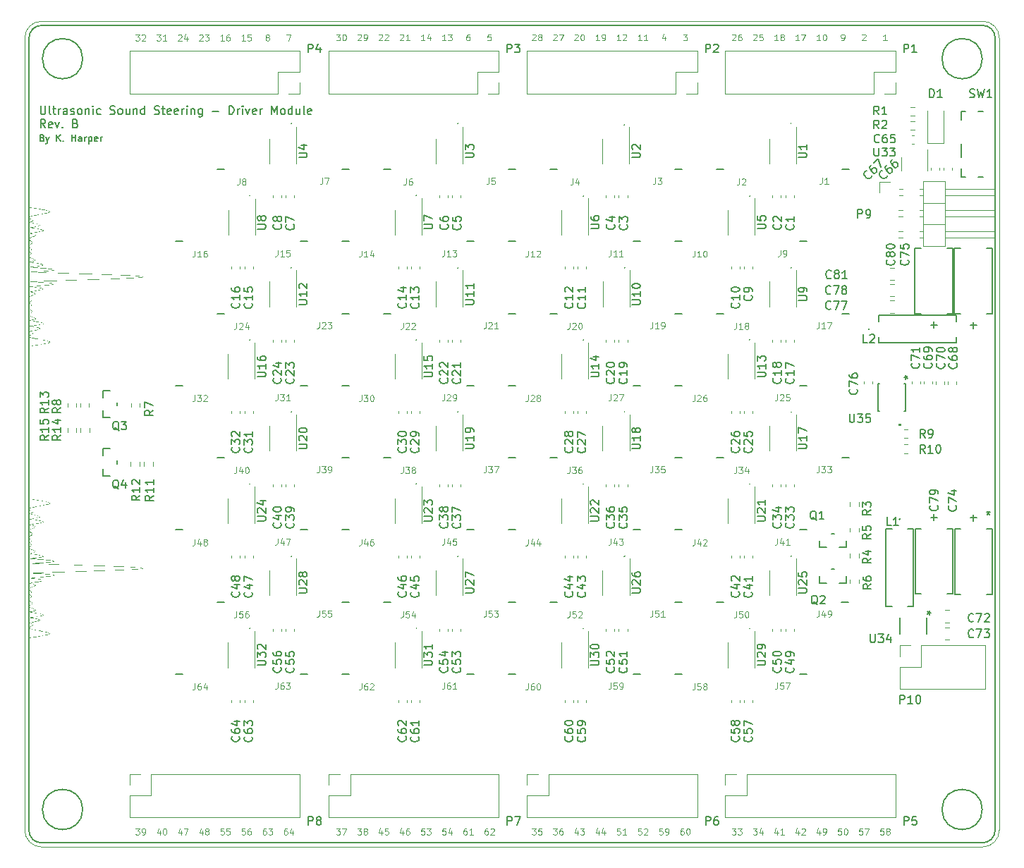
<source format=gto>
G04 #@! TF.GenerationSoftware,KiCad,Pcbnew,(6.0.10)*
G04 #@! TF.CreationDate,2023-12-11T17:01:48-05:00*
G04 #@! TF.ProjectId,UltrasonicDrive,556c7472-6173-46f6-9e69-634472697665,rev?*
G04 #@! TF.SameCoordinates,Original*
G04 #@! TF.FileFunction,Legend,Top*
G04 #@! TF.FilePolarity,Positive*
%FSLAX46Y46*%
G04 Gerber Fmt 4.6, Leading zero omitted, Abs format (unit mm)*
G04 Created by KiCad (PCBNEW (6.0.10)) date 2023-12-11 17:01:48*
%MOMM*%
%LPD*%
G01*
G04 APERTURE LIST*
%ADD10C,0.150000*%
G04 #@! TA.AperFunction,Profile*
%ADD11C,0.100000*%
G04 #@! TD*
%ADD12C,0.100000*%
%ADD13C,0.200000*%
%ADD14C,0.120000*%
%ADD15C,0.152400*%
G04 APERTURE END LIST*
D10*
X247740000Y-92361016D02*
G75*
G03*
X247740000Y-92361016I-50000J0D01*
G01*
X293795000Y-97861016D02*
X294645000Y-97861016D01*
X233795000Y-115181524D02*
X234645000Y-115181524D01*
X310661048Y-144099990D02*
G75*
G03*
X312219114Y-142539924I58052J1500090D01*
G01*
X238795000Y-115181524D02*
X239645000Y-115181524D01*
X268795000Y-89200762D02*
X269645000Y-89200762D01*
X293795000Y-63220000D02*
X294645000Y-63220000D01*
X242740000Y-83700762D02*
G75*
G03*
X242740000Y-83700762I-50000J0D01*
G01*
X202667774Y-49950000D02*
G75*
G03*
X202667774Y-49950000I-2417696J0D01*
G01*
X267740000Y-92361016D02*
G75*
G03*
X267740000Y-92361016I-50000J0D01*
G01*
X267730000Y-109670000D02*
G75*
G03*
X267730000Y-109670000I-50000J0D01*
G01*
X282740000Y-83700762D02*
G75*
G03*
X282740000Y-83700762I-50000J0D01*
G01*
X238795000Y-80540508D02*
X239645000Y-80540508D01*
X273795000Y-80540508D02*
X274645000Y-80540508D01*
X233795000Y-97861016D02*
X234645000Y-97861016D01*
X248795000Y-123841778D02*
X249645000Y-123841778D01*
X282760000Y-118360000D02*
G75*
G03*
X282760000Y-118360000I-50000J0D01*
G01*
X242750000Y-118360000D02*
G75*
G03*
X242750000Y-118360000I-50000J0D01*
G01*
X288795000Y-89200762D02*
X289645000Y-89200762D01*
X242740000Y-101021270D02*
G75*
G03*
X242740000Y-101021270I-50000J0D01*
G01*
X273795000Y-89200762D02*
X274645000Y-89200762D01*
X202667811Y-140100000D02*
G75*
G03*
X202667811Y-140100000I-2417696J0D01*
G01*
X278795000Y-63220000D02*
X279645000Y-63220000D01*
X268795000Y-106521270D02*
X269645000Y-106521270D01*
X218795000Y-97861016D02*
X219645000Y-97861016D01*
X288770000Y-123830000D02*
X289620000Y-123830000D01*
X227740000Y-92361016D02*
G75*
G03*
X227740000Y-92361016I-50000J0D01*
G01*
X268795000Y-123841778D02*
X269645000Y-123841778D01*
X213795000Y-123841778D02*
X214645000Y-123841778D01*
X238795000Y-63220000D02*
X239645000Y-63220000D01*
X247740000Y-75040508D02*
G75*
G03*
X247740000Y-75040508I-50000J0D01*
G01*
X287740000Y-75040508D02*
G75*
G03*
X287740000Y-75040508I-50000J0D01*
G01*
X253795000Y-123841778D02*
X254645000Y-123841778D01*
X213795000Y-71880254D02*
X214645000Y-71880254D01*
X312219175Y-47508066D02*
G75*
G03*
X310659114Y-45950001I-1500075J58066D01*
G01*
X282740000Y-101021270D02*
G75*
G03*
X282740000Y-101021270I-50000J0D01*
G01*
X218795000Y-115181524D02*
X219645000Y-115181524D01*
X287740000Y-92361016D02*
G75*
G03*
X287740000Y-92361016I-50000J0D01*
G01*
X228795000Y-89200762D02*
X229645000Y-89200762D01*
X273795000Y-106521270D02*
X274645000Y-106521270D01*
X262780000Y-83720000D02*
G75*
G03*
X262780000Y-83720000I-50000J0D01*
G01*
X228795000Y-123841778D02*
X229645000Y-123841778D01*
X218795000Y-63220000D02*
X219645000Y-63220000D01*
X253795000Y-63220000D02*
X254645000Y-63220000D01*
X273795000Y-123841778D02*
X274645000Y-123841778D01*
X267720000Y-57860000D02*
G75*
G03*
X267720000Y-57860000I-50000J0D01*
G01*
X287740000Y-109670000D02*
G75*
G03*
X287740000Y-109670000I-50000J0D01*
G01*
X262790000Y-66420000D02*
G75*
G03*
X262790000Y-66420000I-50000J0D01*
G01*
X288795000Y-71880254D02*
X289645000Y-71880254D01*
X228795000Y-71880254D02*
X229645000Y-71880254D01*
X248795000Y-89200762D02*
X249645000Y-89200762D01*
X293795000Y-80540508D02*
X294645000Y-80540508D01*
X253795000Y-106521270D02*
X254645000Y-106521270D01*
X242740000Y-66380254D02*
G75*
G03*
X242740000Y-66380254I-50000J0D01*
G01*
X278795000Y-97861016D02*
X279645000Y-97861016D01*
X222740000Y-83700762D02*
G75*
G03*
X222740000Y-83700762I-50000J0D01*
G01*
X218795000Y-80540508D02*
X219645000Y-80540508D01*
X227740000Y-75040508D02*
G75*
G03*
X227740000Y-75040508I-50000J0D01*
G01*
X233795000Y-106521270D02*
X234645000Y-106521270D01*
X293775000Y-115200000D02*
X294625000Y-115200000D01*
X222740000Y-66380254D02*
G75*
G03*
X222740000Y-66380254I-50000J0D01*
G01*
X197779372Y-45950000D02*
X310659114Y-45950001D01*
X258795000Y-63220000D02*
X259645000Y-63220000D01*
X273795000Y-115181524D02*
X274645000Y-115181524D01*
X253795000Y-115181524D02*
X254645000Y-115181524D01*
X253795000Y-80540508D02*
X254645000Y-80540508D01*
X233795000Y-71880254D02*
X234645000Y-71880254D01*
X247740000Y-57720000D02*
G75*
G03*
X247740000Y-57720000I-50000J0D01*
G01*
X267740000Y-75040508D02*
G75*
G03*
X267740000Y-75040508I-50000J0D01*
G01*
X222760000Y-118360000D02*
G75*
G03*
X222760000Y-118360000I-50000J0D01*
G01*
X268795000Y-71880254D02*
X269645000Y-71880254D01*
X196219114Y-142549742D02*
X196221306Y-47510076D01*
X227740000Y-57720000D02*
G75*
G03*
X227740000Y-57720000I-50000J0D01*
G01*
X253795000Y-71880254D02*
X254645000Y-71880254D01*
X312219190Y-47508067D02*
X312219114Y-142539924D01*
X310667786Y-49950000D02*
G75*
G03*
X310667786Y-49950000I-2417696J0D01*
G01*
X233795000Y-89200762D02*
X234645000Y-89200762D01*
X278795000Y-115181524D02*
X279645000Y-115181524D01*
X310667769Y-140100000D02*
G75*
G03*
X310667769Y-140100000I-2417696J0D01*
G01*
X253795000Y-97861016D02*
X254645000Y-97861016D01*
X253795000Y-89200762D02*
X254645000Y-89200762D01*
X258795000Y-80540508D02*
X259645000Y-80540508D01*
X273795000Y-71880254D02*
X274645000Y-71880254D01*
X273795000Y-63220000D02*
X274645000Y-63220000D01*
X238795000Y-97861016D02*
X239645000Y-97861016D01*
X227740000Y-109681524D02*
G75*
G03*
X227740000Y-109681524I-50000J0D01*
G01*
X222740000Y-101021270D02*
G75*
G03*
X222740000Y-101021270I-50000J0D01*
G01*
X273795000Y-97861016D02*
X274645000Y-97861016D01*
X233795000Y-80540508D02*
X234645000Y-80540508D01*
X233795000Y-123841778D02*
X234645000Y-123841778D01*
X228795000Y-106521270D02*
X229645000Y-106521270D01*
X310661048Y-144100000D02*
X197779190Y-144107808D01*
X278795000Y-80540508D02*
X279645000Y-80540508D01*
X282780000Y-66410000D02*
G75*
G03*
X282780000Y-66410000I-50000J0D01*
G01*
X248795000Y-106521270D02*
X249645000Y-106521270D01*
X202779372Y-45950000D02*
X212219114Y-45950000D01*
X287740000Y-57720000D02*
G75*
G03*
X287740000Y-57720000I-50000J0D01*
G01*
X196219116Y-142549742D02*
G75*
G03*
X197779190Y-144107808I1500084J-58058D01*
G01*
X213795000Y-106521270D02*
X214645000Y-106521270D01*
X213795000Y-89200762D02*
X214645000Y-89200762D01*
X197779371Y-45950031D02*
G75*
G03*
X196221306Y-47510076I-58071J-1500069D01*
G01*
X288795000Y-106521270D02*
X289645000Y-106521270D01*
X258795000Y-97861016D02*
X259645000Y-97861016D01*
X262740000Y-101021270D02*
G75*
G03*
X262740000Y-101021270I-50000J0D01*
G01*
X262760000Y-118350000D02*
G75*
G03*
X262760000Y-118350000I-50000J0D01*
G01*
X248795000Y-71880254D02*
X249645000Y-71880254D01*
X258795000Y-115181524D02*
X259645000Y-115181524D01*
X233795000Y-63220000D02*
X234645000Y-63220000D01*
X247730000Y-109670000D02*
G75*
G03*
X247730000Y-109670000I-50000J0D01*
G01*
D11*
X312719114Y-47450000D02*
X312714900Y-142595786D01*
X312719100Y-47450000D02*
G75*
G03*
X310719114Y-45450000I-2000000J0D01*
G01*
X195723314Y-142595786D02*
G75*
G03*
X197723328Y-144595786I1999986J-14D01*
G01*
X195723328Y-142595786D02*
X195723328Y-47454213D01*
X197723328Y-45454213D02*
X310719114Y-45450000D01*
X310714900Y-144595786D02*
X197723328Y-144595786D01*
X310714900Y-144595800D02*
G75*
G03*
X312714900Y-142595786I0J2000000D01*
G01*
X197723328Y-45454228D02*
G75*
G03*
X195723328Y-47454213I-28J-1999972D01*
G01*
D12*
X283147857Y-142364285D02*
X283612142Y-142364285D01*
X283362142Y-142650000D01*
X283469285Y-142650000D01*
X283540714Y-142685714D01*
X283576428Y-142721428D01*
X283612142Y-142792857D01*
X283612142Y-142971428D01*
X283576428Y-143042857D01*
X283540714Y-143078571D01*
X283469285Y-143114285D01*
X283255000Y-143114285D01*
X283183571Y-143078571D01*
X283147857Y-143042857D01*
X284255000Y-142614285D02*
X284255000Y-143114285D01*
X284076428Y-142328571D02*
X283897857Y-142864285D01*
X284362142Y-142864285D01*
X283188571Y-47085714D02*
X283224285Y-47050000D01*
X283295714Y-47014285D01*
X283474285Y-47014285D01*
X283545714Y-47050000D01*
X283581428Y-47085714D01*
X283617142Y-47157142D01*
X283617142Y-47228571D01*
X283581428Y-47335714D01*
X283152857Y-47764285D01*
X283617142Y-47764285D01*
X284295714Y-47014285D02*
X283938571Y-47014285D01*
X283902857Y-47371428D01*
X283938571Y-47335714D01*
X284010000Y-47300000D01*
X284188571Y-47300000D01*
X284260000Y-47335714D01*
X284295714Y-47371428D01*
X284331428Y-47442857D01*
X284331428Y-47621428D01*
X284295714Y-47692857D01*
X284260000Y-47728571D01*
X284188571Y-47764285D01*
X284010000Y-47764285D01*
X283938571Y-47728571D01*
X283902857Y-47692857D01*
X219642142Y-47789285D02*
X219213571Y-47789285D01*
X219427857Y-47789285D02*
X219427857Y-47039285D01*
X219356428Y-47146428D01*
X219285000Y-47217857D01*
X219213571Y-47253571D01*
X220285000Y-47039285D02*
X220142142Y-47039285D01*
X220070714Y-47075000D01*
X220035000Y-47110714D01*
X219963571Y-47217857D01*
X219927857Y-47360714D01*
X219927857Y-47646428D01*
X219963571Y-47717857D01*
X219999285Y-47753571D01*
X220070714Y-47789285D01*
X220213571Y-47789285D01*
X220285000Y-47753571D01*
X220320714Y-47717857D01*
X220356428Y-47646428D01*
X220356428Y-47467857D01*
X220320714Y-47396428D01*
X220285000Y-47360714D01*
X220213571Y-47325000D01*
X220070714Y-47325000D01*
X219999285Y-47360714D01*
X219963571Y-47396428D01*
X219927857Y-47467857D01*
X280607857Y-142364285D02*
X281072142Y-142364285D01*
X280822142Y-142650000D01*
X280929285Y-142650000D01*
X281000714Y-142685714D01*
X281036428Y-142721428D01*
X281072142Y-142792857D01*
X281072142Y-142971428D01*
X281036428Y-143042857D01*
X281000714Y-143078571D01*
X280929285Y-143114285D01*
X280715000Y-143114285D01*
X280643571Y-143078571D01*
X280607857Y-143042857D01*
X281322142Y-142364285D02*
X281786428Y-142364285D01*
X281536428Y-142650000D01*
X281643571Y-142650000D01*
X281715000Y-142685714D01*
X281750714Y-142721428D01*
X281786428Y-142792857D01*
X281786428Y-142971428D01*
X281750714Y-143042857D01*
X281715000Y-143078571D01*
X281643571Y-143114285D01*
X281429285Y-143114285D01*
X281357857Y-143078571D01*
X281322142Y-143042857D01*
X288620714Y-142614285D02*
X288620714Y-143114285D01*
X288442142Y-142328571D02*
X288263571Y-142864285D01*
X288727857Y-142864285D01*
X288977857Y-142435714D02*
X289013571Y-142400000D01*
X289085000Y-142364285D01*
X289263571Y-142364285D01*
X289335000Y-142400000D01*
X289370714Y-142435714D01*
X289406428Y-142507142D01*
X289406428Y-142578571D01*
X289370714Y-142685714D01*
X288942142Y-143114285D01*
X289406428Y-143114285D01*
X298816428Y-142364285D02*
X298459285Y-142364285D01*
X298423571Y-142721428D01*
X298459285Y-142685714D01*
X298530714Y-142650000D01*
X298709285Y-142650000D01*
X298780714Y-142685714D01*
X298816428Y-142721428D01*
X298852142Y-142792857D01*
X298852142Y-142971428D01*
X298816428Y-143042857D01*
X298780714Y-143078571D01*
X298709285Y-143114285D01*
X298530714Y-143114285D01*
X298459285Y-143078571D01*
X298423571Y-143042857D01*
X299280714Y-142685714D02*
X299209285Y-142650000D01*
X299173571Y-142614285D01*
X299137857Y-142542857D01*
X299137857Y-142507142D01*
X299173571Y-142435714D01*
X299209285Y-142400000D01*
X299280714Y-142364285D01*
X299423571Y-142364285D01*
X299495000Y-142400000D01*
X299530714Y-142435714D01*
X299566428Y-142507142D01*
X299566428Y-142542857D01*
X299530714Y-142614285D01*
X299495000Y-142650000D01*
X299423571Y-142685714D01*
X299280714Y-142685714D01*
X299209285Y-142721428D01*
X299173571Y-142757142D01*
X299137857Y-142828571D01*
X299137857Y-142971428D01*
X299173571Y-143042857D01*
X299209285Y-143078571D01*
X299280714Y-143114285D01*
X299423571Y-143114285D01*
X299495000Y-143078571D01*
X299530714Y-143042857D01*
X299566428Y-142971428D01*
X299566428Y-142828571D01*
X299530714Y-142757142D01*
X299495000Y-142721428D01*
X299423571Y-142685714D01*
X264697142Y-47764285D02*
X264268571Y-47764285D01*
X264482857Y-47764285D02*
X264482857Y-47014285D01*
X264411428Y-47121428D01*
X264340000Y-47192857D01*
X264268571Y-47228571D01*
X265054285Y-47764285D02*
X265197142Y-47764285D01*
X265268571Y-47728571D01*
X265304285Y-47692857D01*
X265375714Y-47585714D01*
X265411428Y-47442857D01*
X265411428Y-47157142D01*
X265375714Y-47085714D01*
X265340000Y-47050000D01*
X265268571Y-47014285D01*
X265125714Y-47014285D01*
X265054285Y-47050000D01*
X265018571Y-47085714D01*
X264982857Y-47157142D01*
X264982857Y-47335714D01*
X265018571Y-47407142D01*
X265054285Y-47442857D01*
X265125714Y-47478571D01*
X265268571Y-47478571D01*
X265340000Y-47442857D01*
X265375714Y-47407142D01*
X265411428Y-47335714D01*
X209017857Y-47039285D02*
X209482142Y-47039285D01*
X209232142Y-47325000D01*
X209339285Y-47325000D01*
X209410714Y-47360714D01*
X209446428Y-47396428D01*
X209482142Y-47467857D01*
X209482142Y-47646428D01*
X209446428Y-47717857D01*
X209410714Y-47753571D01*
X209339285Y-47789285D01*
X209125000Y-47789285D01*
X209053571Y-47753571D01*
X209017857Y-47717857D01*
X209767857Y-47110714D02*
X209803571Y-47075000D01*
X209875000Y-47039285D01*
X210053571Y-47039285D01*
X210125000Y-47075000D01*
X210160714Y-47110714D01*
X210196428Y-47182142D01*
X210196428Y-47253571D01*
X210160714Y-47360714D01*
X209732142Y-47789285D01*
X210196428Y-47789285D01*
X251280714Y-142364285D02*
X251137857Y-142364285D01*
X251066428Y-142400000D01*
X251030714Y-142435714D01*
X250959285Y-142542857D01*
X250923571Y-142685714D01*
X250923571Y-142971428D01*
X250959285Y-143042857D01*
X250995000Y-143078571D01*
X251066428Y-143114285D01*
X251209285Y-143114285D01*
X251280714Y-143078571D01*
X251316428Y-143042857D01*
X251352142Y-142971428D01*
X251352142Y-142792857D01*
X251316428Y-142721428D01*
X251280714Y-142685714D01*
X251209285Y-142650000D01*
X251066428Y-142650000D01*
X250995000Y-142685714D01*
X250959285Y-142721428D01*
X250923571Y-142792857D01*
X251637857Y-142435714D02*
X251673571Y-142400000D01*
X251745000Y-142364285D01*
X251923571Y-142364285D01*
X251995000Y-142400000D01*
X252030714Y-142435714D01*
X252066428Y-142507142D01*
X252066428Y-142578571D01*
X252030714Y-142685714D01*
X251602142Y-143114285D01*
X252066428Y-143114285D01*
X251678571Y-47014285D02*
X251321428Y-47014285D01*
X251285714Y-47371428D01*
X251321428Y-47335714D01*
X251392857Y-47300000D01*
X251571428Y-47300000D01*
X251642857Y-47335714D01*
X251678571Y-47371428D01*
X251714285Y-47442857D01*
X251714285Y-47621428D01*
X251678571Y-47692857D01*
X251642857Y-47728571D01*
X251571428Y-47764285D01*
X251392857Y-47764285D01*
X251321428Y-47728571D01*
X251285714Y-47692857D01*
X241120714Y-142614285D02*
X241120714Y-143114285D01*
X240942142Y-142328571D02*
X240763571Y-142864285D01*
X241227857Y-142864285D01*
X241835000Y-142364285D02*
X241692142Y-142364285D01*
X241620714Y-142400000D01*
X241585000Y-142435714D01*
X241513571Y-142542857D01*
X241477857Y-142685714D01*
X241477857Y-142971428D01*
X241513571Y-143042857D01*
X241549285Y-143078571D01*
X241620714Y-143114285D01*
X241763571Y-143114285D01*
X241835000Y-143078571D01*
X241870714Y-143042857D01*
X241906428Y-142971428D01*
X241906428Y-142792857D01*
X241870714Y-142721428D01*
X241835000Y-142685714D01*
X241763571Y-142650000D01*
X241620714Y-142650000D01*
X241549285Y-142685714D01*
X241513571Y-142721428D01*
X241477857Y-142792857D01*
X224645714Y-142389285D02*
X224502857Y-142389285D01*
X224431428Y-142425000D01*
X224395714Y-142460714D01*
X224324285Y-142567857D01*
X224288571Y-142710714D01*
X224288571Y-142996428D01*
X224324285Y-143067857D01*
X224360000Y-143103571D01*
X224431428Y-143139285D01*
X224574285Y-143139285D01*
X224645714Y-143103571D01*
X224681428Y-143067857D01*
X224717142Y-142996428D01*
X224717142Y-142817857D01*
X224681428Y-142746428D01*
X224645714Y-142710714D01*
X224574285Y-142675000D01*
X224431428Y-142675000D01*
X224360000Y-142710714D01*
X224324285Y-142746428D01*
X224288571Y-142817857D01*
X224967142Y-142389285D02*
X225431428Y-142389285D01*
X225181428Y-142675000D01*
X225288571Y-142675000D01*
X225360000Y-142710714D01*
X225395714Y-142746428D01*
X225431428Y-142817857D01*
X225431428Y-142996428D01*
X225395714Y-143067857D01*
X225360000Y-143103571D01*
X225288571Y-143139285D01*
X225074285Y-143139285D01*
X225002857Y-143103571D01*
X224967142Y-143067857D01*
X286080714Y-142614285D02*
X286080714Y-143114285D01*
X285902142Y-142328571D02*
X285723571Y-142864285D01*
X286187857Y-142864285D01*
X286866428Y-143114285D02*
X286437857Y-143114285D01*
X286652142Y-143114285D02*
X286652142Y-142364285D01*
X286580714Y-142471428D01*
X286509285Y-142542857D01*
X286437857Y-142578571D01*
X296245714Y-47085714D02*
X296281428Y-47050000D01*
X296352857Y-47014285D01*
X296531428Y-47014285D01*
X296602857Y-47050000D01*
X296638571Y-47085714D01*
X296674285Y-47157142D01*
X296674285Y-47228571D01*
X296638571Y-47335714D01*
X296210000Y-47764285D01*
X296674285Y-47764285D01*
X274750000Y-47014285D02*
X275214285Y-47014285D01*
X274964285Y-47300000D01*
X275071428Y-47300000D01*
X275142857Y-47335714D01*
X275178571Y-47371428D01*
X275214285Y-47442857D01*
X275214285Y-47621428D01*
X275178571Y-47692857D01*
X275142857Y-47728571D01*
X275071428Y-47764285D01*
X274857142Y-47764285D01*
X274785714Y-47728571D01*
X274750000Y-47692857D01*
X291160714Y-142614285D02*
X291160714Y-143114285D01*
X290982142Y-142328571D02*
X290803571Y-142864285D01*
X291267857Y-142864285D01*
X291589285Y-143114285D02*
X291732142Y-143114285D01*
X291803571Y-143078571D01*
X291839285Y-143042857D01*
X291910714Y-142935714D01*
X291946428Y-142792857D01*
X291946428Y-142507142D01*
X291910714Y-142435714D01*
X291875000Y-142400000D01*
X291803571Y-142364285D01*
X291660714Y-142364285D01*
X291589285Y-142400000D01*
X291553571Y-142435714D01*
X291517857Y-142507142D01*
X291517857Y-142685714D01*
X291553571Y-142757142D01*
X291589285Y-142792857D01*
X291660714Y-142828571D01*
X291803571Y-142828571D01*
X291875000Y-142792857D01*
X291910714Y-142757142D01*
X291946428Y-142685714D01*
X280648571Y-47085714D02*
X280684285Y-47050000D01*
X280755714Y-47014285D01*
X280934285Y-47014285D01*
X281005714Y-47050000D01*
X281041428Y-47085714D01*
X281077142Y-47157142D01*
X281077142Y-47228571D01*
X281041428Y-47335714D01*
X280612857Y-47764285D01*
X281077142Y-47764285D01*
X281720000Y-47014285D02*
X281577142Y-47014285D01*
X281505714Y-47050000D01*
X281470000Y-47085714D01*
X281398571Y-47192857D01*
X281362857Y-47335714D01*
X281362857Y-47621428D01*
X281398571Y-47692857D01*
X281434285Y-47728571D01*
X281505714Y-47764285D01*
X281648571Y-47764285D01*
X281720000Y-47728571D01*
X281755714Y-47692857D01*
X281791428Y-47621428D01*
X281791428Y-47442857D01*
X281755714Y-47371428D01*
X281720000Y-47335714D01*
X281648571Y-47300000D01*
X281505714Y-47300000D01*
X281434285Y-47335714D01*
X281398571Y-47371428D01*
X281362857Y-47442857D01*
X222141428Y-142389285D02*
X221784285Y-142389285D01*
X221748571Y-142746428D01*
X221784285Y-142710714D01*
X221855714Y-142675000D01*
X222034285Y-142675000D01*
X222105714Y-142710714D01*
X222141428Y-142746428D01*
X222177142Y-142817857D01*
X222177142Y-142996428D01*
X222141428Y-143067857D01*
X222105714Y-143103571D01*
X222034285Y-143139285D01*
X221855714Y-143139285D01*
X221784285Y-143103571D01*
X221748571Y-143067857D01*
X222820000Y-142389285D02*
X222677142Y-142389285D01*
X222605714Y-142425000D01*
X222570000Y-142460714D01*
X222498571Y-142567857D01*
X222462857Y-142710714D01*
X222462857Y-142996428D01*
X222498571Y-143067857D01*
X222534285Y-143103571D01*
X222605714Y-143139285D01*
X222748571Y-143139285D01*
X222820000Y-143103571D01*
X222855714Y-143067857D01*
X222891428Y-142996428D01*
X222891428Y-142817857D01*
X222855714Y-142746428D01*
X222820000Y-142710714D01*
X222748571Y-142675000D01*
X222605714Y-142675000D01*
X222534285Y-142710714D01*
X222498571Y-142746428D01*
X222462857Y-142817857D01*
D10*
X311400000Y-104252380D02*
X311400000Y-104490476D01*
X311161904Y-104395238D02*
X311400000Y-104490476D01*
X311638095Y-104395238D01*
X311257142Y-104680952D02*
X311400000Y-104490476D01*
X311542857Y-104680952D01*
D12*
X224793571Y-47360714D02*
X224722142Y-47325000D01*
X224686428Y-47289285D01*
X224650714Y-47217857D01*
X224650714Y-47182142D01*
X224686428Y-47110714D01*
X224722142Y-47075000D01*
X224793571Y-47039285D01*
X224936428Y-47039285D01*
X225007857Y-47075000D01*
X225043571Y-47110714D01*
X225079285Y-47182142D01*
X225079285Y-47217857D01*
X225043571Y-47289285D01*
X225007857Y-47325000D01*
X224936428Y-47360714D01*
X224793571Y-47360714D01*
X224722142Y-47396428D01*
X224686428Y-47432142D01*
X224650714Y-47503571D01*
X224650714Y-47646428D01*
X224686428Y-47717857D01*
X224722142Y-47753571D01*
X224793571Y-47789285D01*
X224936428Y-47789285D01*
X225007857Y-47753571D01*
X225043571Y-47717857D01*
X225079285Y-47646428D01*
X225079285Y-47503571D01*
X225043571Y-47432142D01*
X225007857Y-47396428D01*
X224936428Y-47360714D01*
X211945714Y-142639285D02*
X211945714Y-143139285D01*
X211767142Y-142353571D02*
X211588571Y-142889285D01*
X212052857Y-142889285D01*
X212481428Y-142389285D02*
X212552857Y-142389285D01*
X212624285Y-142425000D01*
X212660000Y-142460714D01*
X212695714Y-142532142D01*
X212731428Y-142675000D01*
X212731428Y-142853571D01*
X212695714Y-142996428D01*
X212660000Y-143067857D01*
X212624285Y-143103571D01*
X212552857Y-143139285D01*
X212481428Y-143139285D01*
X212410000Y-143103571D01*
X212374285Y-143067857D01*
X212338571Y-142996428D01*
X212302857Y-142853571D01*
X212302857Y-142675000D01*
X212338571Y-142532142D01*
X212374285Y-142460714D01*
X212410000Y-142425000D01*
X212481428Y-142389285D01*
X259188571Y-47085714D02*
X259224285Y-47050000D01*
X259295714Y-47014285D01*
X259474285Y-47014285D01*
X259545714Y-47050000D01*
X259581428Y-47085714D01*
X259617142Y-47157142D01*
X259617142Y-47228571D01*
X259581428Y-47335714D01*
X259152857Y-47764285D01*
X259617142Y-47764285D01*
X259867142Y-47014285D02*
X260367142Y-47014285D01*
X260045714Y-47764285D01*
X243737142Y-47764285D02*
X243308571Y-47764285D01*
X243522857Y-47764285D02*
X243522857Y-47014285D01*
X243451428Y-47121428D01*
X243380000Y-47192857D01*
X243308571Y-47228571D01*
X244380000Y-47264285D02*
X244380000Y-47764285D01*
X244201428Y-46978571D02*
X244022857Y-47514285D01*
X244487142Y-47514285D01*
X274780714Y-142364285D02*
X274637857Y-142364285D01*
X274566428Y-142400000D01*
X274530714Y-142435714D01*
X274459285Y-142542857D01*
X274423571Y-142685714D01*
X274423571Y-142971428D01*
X274459285Y-143042857D01*
X274495000Y-143078571D01*
X274566428Y-143114285D01*
X274709285Y-143114285D01*
X274780714Y-143078571D01*
X274816428Y-143042857D01*
X274852142Y-142971428D01*
X274852142Y-142792857D01*
X274816428Y-142721428D01*
X274780714Y-142685714D01*
X274709285Y-142650000D01*
X274566428Y-142650000D01*
X274495000Y-142685714D01*
X274459285Y-142721428D01*
X274423571Y-142792857D01*
X275316428Y-142364285D02*
X275387857Y-142364285D01*
X275459285Y-142400000D01*
X275495000Y-142435714D01*
X275530714Y-142507142D01*
X275566428Y-142650000D01*
X275566428Y-142828571D01*
X275530714Y-142971428D01*
X275495000Y-143042857D01*
X275459285Y-143078571D01*
X275387857Y-143114285D01*
X275316428Y-143114285D01*
X275245000Y-143078571D01*
X275209285Y-143042857D01*
X275173571Y-142971428D01*
X275137857Y-142828571D01*
X275137857Y-142650000D01*
X275173571Y-142507142D01*
X275209285Y-142435714D01*
X275245000Y-142400000D01*
X275316428Y-142364285D01*
X259188571Y-47085714D02*
X259224285Y-47050000D01*
X259295714Y-47014285D01*
X259474285Y-47014285D01*
X259545714Y-47050000D01*
X259581428Y-47085714D01*
X259617142Y-47157142D01*
X259617142Y-47228571D01*
X259581428Y-47335714D01*
X259152857Y-47764285D01*
X259617142Y-47764285D01*
X259867142Y-47014285D02*
X260367142Y-47014285D01*
X260045714Y-47764285D01*
X217025714Y-142639285D02*
X217025714Y-143139285D01*
X216847142Y-142353571D02*
X216668571Y-142889285D01*
X217132857Y-142889285D01*
X217525714Y-142710714D02*
X217454285Y-142675000D01*
X217418571Y-142639285D01*
X217382857Y-142567857D01*
X217382857Y-142532142D01*
X217418571Y-142460714D01*
X217454285Y-142425000D01*
X217525714Y-142389285D01*
X217668571Y-142389285D01*
X217740000Y-142425000D01*
X217775714Y-142460714D01*
X217811428Y-142532142D01*
X217811428Y-142567857D01*
X217775714Y-142639285D01*
X217740000Y-142675000D01*
X217668571Y-142710714D01*
X217525714Y-142710714D01*
X217454285Y-142746428D01*
X217418571Y-142782142D01*
X217382857Y-142853571D01*
X217382857Y-142996428D01*
X217418571Y-143067857D01*
X217454285Y-143103571D01*
X217525714Y-143139285D01*
X217668571Y-143139285D01*
X217740000Y-143103571D01*
X217775714Y-143067857D01*
X217811428Y-142996428D01*
X217811428Y-142853571D01*
X217775714Y-142782142D01*
X217740000Y-142746428D01*
X217668571Y-142710714D01*
X222182142Y-47789285D02*
X221753571Y-47789285D01*
X221967857Y-47789285D02*
X221967857Y-47039285D01*
X221896428Y-47146428D01*
X221825000Y-47217857D01*
X221753571Y-47253571D01*
X222860714Y-47039285D02*
X222503571Y-47039285D01*
X222467857Y-47396428D01*
X222503571Y-47360714D01*
X222575000Y-47325000D01*
X222753571Y-47325000D01*
X222825000Y-47360714D01*
X222860714Y-47396428D01*
X222896428Y-47467857D01*
X222896428Y-47646428D01*
X222860714Y-47717857D01*
X222825000Y-47753571D01*
X222753571Y-47789285D01*
X222575000Y-47789285D01*
X222503571Y-47753571D01*
X222467857Y-47717857D01*
X288620714Y-142614285D02*
X288620714Y-143114285D01*
X288442142Y-142328571D02*
X288263571Y-142864285D01*
X288727857Y-142864285D01*
X288977857Y-142435714D02*
X289013571Y-142400000D01*
X289085000Y-142364285D01*
X289263571Y-142364285D01*
X289335000Y-142400000D01*
X289370714Y-142435714D01*
X289406428Y-142507142D01*
X289406428Y-142578571D01*
X289370714Y-142685714D01*
X288942142Y-143114285D01*
X289406428Y-143114285D01*
X269777142Y-47764285D02*
X269348571Y-47764285D01*
X269562857Y-47764285D02*
X269562857Y-47014285D01*
X269491428Y-47121428D01*
X269420000Y-47192857D01*
X269348571Y-47228571D01*
X270491428Y-47764285D02*
X270062857Y-47764285D01*
X270277142Y-47764285D02*
X270277142Y-47014285D01*
X270205714Y-47121428D01*
X270134285Y-47192857D01*
X270062857Y-47228571D01*
X211557857Y-47039285D02*
X212022142Y-47039285D01*
X211772142Y-47325000D01*
X211879285Y-47325000D01*
X211950714Y-47360714D01*
X211986428Y-47396428D01*
X212022142Y-47467857D01*
X212022142Y-47646428D01*
X211986428Y-47717857D01*
X211950714Y-47753571D01*
X211879285Y-47789285D01*
X211665000Y-47789285D01*
X211593571Y-47753571D01*
X211557857Y-47717857D01*
X212736428Y-47789285D02*
X212307857Y-47789285D01*
X212522142Y-47789285D02*
X212522142Y-47039285D01*
X212450714Y-47146428D01*
X212379285Y-47217857D01*
X212307857Y-47253571D01*
X209012857Y-142389285D02*
X209477142Y-142389285D01*
X209227142Y-142675000D01*
X209334285Y-142675000D01*
X209405714Y-142710714D01*
X209441428Y-142746428D01*
X209477142Y-142817857D01*
X209477142Y-142996428D01*
X209441428Y-143067857D01*
X209405714Y-143103571D01*
X209334285Y-143139285D01*
X209120000Y-143139285D01*
X209048571Y-143103571D01*
X209012857Y-143067857D01*
X209834285Y-143139285D02*
X209977142Y-143139285D01*
X210048571Y-143103571D01*
X210084285Y-143067857D01*
X210155714Y-142960714D01*
X210191428Y-142817857D01*
X210191428Y-142532142D01*
X210155714Y-142460714D01*
X210120000Y-142425000D01*
X210048571Y-142389285D01*
X209905714Y-142389285D01*
X209834285Y-142425000D01*
X209798571Y-142460714D01*
X209762857Y-142532142D01*
X209762857Y-142710714D01*
X209798571Y-142782142D01*
X209834285Y-142817857D01*
X209905714Y-142853571D01*
X210048571Y-142853571D01*
X210120000Y-142817857D01*
X210155714Y-142782142D01*
X210191428Y-142710714D01*
X211557857Y-47039285D02*
X212022142Y-47039285D01*
X211772142Y-47325000D01*
X211879285Y-47325000D01*
X211950714Y-47360714D01*
X211986428Y-47396428D01*
X212022142Y-47467857D01*
X212022142Y-47646428D01*
X211986428Y-47717857D01*
X211950714Y-47753571D01*
X211879285Y-47789285D01*
X211665000Y-47789285D01*
X211593571Y-47753571D01*
X211557857Y-47717857D01*
X212736428Y-47789285D02*
X212307857Y-47789285D01*
X212522142Y-47789285D02*
X212522142Y-47039285D01*
X212450714Y-47146428D01*
X212379285Y-47217857D01*
X212307857Y-47253571D01*
X246236428Y-142364285D02*
X245879285Y-142364285D01*
X245843571Y-142721428D01*
X245879285Y-142685714D01*
X245950714Y-142650000D01*
X246129285Y-142650000D01*
X246200714Y-142685714D01*
X246236428Y-142721428D01*
X246272142Y-142792857D01*
X246272142Y-142971428D01*
X246236428Y-143042857D01*
X246200714Y-143078571D01*
X246129285Y-143114285D01*
X245950714Y-143114285D01*
X245879285Y-143078571D01*
X245843571Y-143042857D01*
X246915000Y-142614285D02*
X246915000Y-143114285D01*
X246736428Y-142328571D02*
X246557857Y-142864285D01*
X247022142Y-142864285D01*
X299214285Y-47764285D02*
X298785714Y-47764285D01*
X299000000Y-47764285D02*
X299000000Y-47014285D01*
X298928571Y-47121428D01*
X298857142Y-47192857D01*
X298785714Y-47228571D01*
X238580714Y-142614285D02*
X238580714Y-143114285D01*
X238402142Y-142328571D02*
X238223571Y-142864285D01*
X238687857Y-142864285D01*
X239330714Y-142364285D02*
X238973571Y-142364285D01*
X238937857Y-142721428D01*
X238973571Y-142685714D01*
X239045000Y-142650000D01*
X239223571Y-142650000D01*
X239295000Y-142685714D01*
X239330714Y-142721428D01*
X239366428Y-142792857D01*
X239366428Y-142971428D01*
X239330714Y-143042857D01*
X239295000Y-143078571D01*
X239223571Y-143114285D01*
X239045000Y-143114285D01*
X238973571Y-143078571D01*
X238937857Y-143042857D01*
X209017857Y-47039285D02*
X209482142Y-47039285D01*
X209232142Y-47325000D01*
X209339285Y-47325000D01*
X209410714Y-47360714D01*
X209446428Y-47396428D01*
X209482142Y-47467857D01*
X209482142Y-47646428D01*
X209446428Y-47717857D01*
X209410714Y-47753571D01*
X209339285Y-47789285D01*
X209125000Y-47789285D01*
X209053571Y-47753571D01*
X209017857Y-47717857D01*
X209767857Y-47110714D02*
X209803571Y-47075000D01*
X209875000Y-47039285D01*
X210053571Y-47039285D01*
X210125000Y-47075000D01*
X210160714Y-47110714D01*
X210196428Y-47182142D01*
X210196428Y-47253571D01*
X210160714Y-47360714D01*
X209732142Y-47789285D01*
X210196428Y-47789285D01*
X235647857Y-142364285D02*
X236112142Y-142364285D01*
X235862142Y-142650000D01*
X235969285Y-142650000D01*
X236040714Y-142685714D01*
X236076428Y-142721428D01*
X236112142Y-142792857D01*
X236112142Y-142971428D01*
X236076428Y-143042857D01*
X236040714Y-143078571D01*
X235969285Y-143114285D01*
X235755000Y-143114285D01*
X235683571Y-143078571D01*
X235647857Y-143042857D01*
X236540714Y-142685714D02*
X236469285Y-142650000D01*
X236433571Y-142614285D01*
X236397857Y-142542857D01*
X236397857Y-142507142D01*
X236433571Y-142435714D01*
X236469285Y-142400000D01*
X236540714Y-142364285D01*
X236683571Y-142364285D01*
X236755000Y-142400000D01*
X236790714Y-142435714D01*
X236826428Y-142507142D01*
X236826428Y-142542857D01*
X236790714Y-142614285D01*
X236755000Y-142650000D01*
X236683571Y-142685714D01*
X236540714Y-142685714D01*
X236469285Y-142721428D01*
X236433571Y-142757142D01*
X236397857Y-142828571D01*
X236397857Y-142971428D01*
X236433571Y-143042857D01*
X236469285Y-143078571D01*
X236540714Y-143114285D01*
X236683571Y-143114285D01*
X236755000Y-143078571D01*
X236790714Y-143042857D01*
X236826428Y-142971428D01*
X236826428Y-142828571D01*
X236790714Y-142757142D01*
X236755000Y-142721428D01*
X236683571Y-142685714D01*
X233112857Y-47014285D02*
X233577142Y-47014285D01*
X233327142Y-47300000D01*
X233434285Y-47300000D01*
X233505714Y-47335714D01*
X233541428Y-47371428D01*
X233577142Y-47442857D01*
X233577142Y-47621428D01*
X233541428Y-47692857D01*
X233505714Y-47728571D01*
X233434285Y-47764285D01*
X233220000Y-47764285D01*
X233148571Y-47728571D01*
X233112857Y-47692857D01*
X234041428Y-47014285D02*
X234112857Y-47014285D01*
X234184285Y-47050000D01*
X234220000Y-47085714D01*
X234255714Y-47157142D01*
X234291428Y-47300000D01*
X234291428Y-47478571D01*
X234255714Y-47621428D01*
X234220000Y-47692857D01*
X234184285Y-47728571D01*
X234112857Y-47764285D01*
X234041428Y-47764285D01*
X233970000Y-47728571D01*
X233934285Y-47692857D01*
X233898571Y-47621428D01*
X233862857Y-47478571D01*
X233862857Y-47300000D01*
X233898571Y-47157142D01*
X233934285Y-47085714D01*
X233970000Y-47050000D01*
X234041428Y-47014285D01*
X286080714Y-142614285D02*
X286080714Y-143114285D01*
X285902142Y-142328571D02*
X285723571Y-142864285D01*
X286187857Y-142864285D01*
X286866428Y-143114285D02*
X286437857Y-143114285D01*
X286652142Y-143114285D02*
X286652142Y-142364285D01*
X286580714Y-142471428D01*
X286509285Y-142542857D01*
X286437857Y-142578571D01*
X269736428Y-142364285D02*
X269379285Y-142364285D01*
X269343571Y-142721428D01*
X269379285Y-142685714D01*
X269450714Y-142650000D01*
X269629285Y-142650000D01*
X269700714Y-142685714D01*
X269736428Y-142721428D01*
X269772142Y-142792857D01*
X269772142Y-142971428D01*
X269736428Y-143042857D01*
X269700714Y-143078571D01*
X269629285Y-143114285D01*
X269450714Y-143114285D01*
X269379285Y-143078571D01*
X269343571Y-143042857D01*
X270057857Y-142435714D02*
X270093571Y-142400000D01*
X270165000Y-142364285D01*
X270343571Y-142364285D01*
X270415000Y-142400000D01*
X270450714Y-142435714D01*
X270486428Y-142507142D01*
X270486428Y-142578571D01*
X270450714Y-142685714D01*
X270022142Y-143114285D01*
X270486428Y-143114285D01*
X233107857Y-142364285D02*
X233572142Y-142364285D01*
X233322142Y-142650000D01*
X233429285Y-142650000D01*
X233500714Y-142685714D01*
X233536428Y-142721428D01*
X233572142Y-142792857D01*
X233572142Y-142971428D01*
X233536428Y-143042857D01*
X233500714Y-143078571D01*
X233429285Y-143114285D01*
X233215000Y-143114285D01*
X233143571Y-143078571D01*
X233107857Y-143042857D01*
X233822142Y-142364285D02*
X234322142Y-142364285D01*
X234000714Y-143114285D01*
X261728571Y-47085714D02*
X261764285Y-47050000D01*
X261835714Y-47014285D01*
X262014285Y-47014285D01*
X262085714Y-47050000D01*
X262121428Y-47085714D01*
X262157142Y-47157142D01*
X262157142Y-47228571D01*
X262121428Y-47335714D01*
X261692857Y-47764285D01*
X262157142Y-47764285D01*
X262621428Y-47014285D02*
X262692857Y-47014285D01*
X262764285Y-47050000D01*
X262800000Y-47085714D01*
X262835714Y-47157142D01*
X262871428Y-47300000D01*
X262871428Y-47478571D01*
X262835714Y-47621428D01*
X262800000Y-47692857D01*
X262764285Y-47728571D01*
X262692857Y-47764285D01*
X262621428Y-47764285D01*
X262550000Y-47728571D01*
X262514285Y-47692857D01*
X262478571Y-47621428D01*
X262442857Y-47478571D01*
X262442857Y-47300000D01*
X262478571Y-47157142D01*
X262514285Y-47085714D01*
X262550000Y-47050000D01*
X262621428Y-47014285D01*
X272602857Y-47264285D02*
X272602857Y-47764285D01*
X272424285Y-46978571D02*
X272245714Y-47514285D01*
X272710000Y-47514285D01*
X272276428Y-142364285D02*
X271919285Y-142364285D01*
X271883571Y-142721428D01*
X271919285Y-142685714D01*
X271990714Y-142650000D01*
X272169285Y-142650000D01*
X272240714Y-142685714D01*
X272276428Y-142721428D01*
X272312142Y-142792857D01*
X272312142Y-142971428D01*
X272276428Y-143042857D01*
X272240714Y-143078571D01*
X272169285Y-143114285D01*
X271990714Y-143114285D01*
X271919285Y-143078571D01*
X271883571Y-143042857D01*
X272669285Y-143114285D02*
X272812142Y-143114285D01*
X272883571Y-143078571D01*
X272919285Y-143042857D01*
X272990714Y-142935714D01*
X273026428Y-142792857D01*
X273026428Y-142507142D01*
X272990714Y-142435714D01*
X272955000Y-142400000D01*
X272883571Y-142364285D01*
X272740714Y-142364285D01*
X272669285Y-142400000D01*
X272633571Y-142435714D01*
X272597857Y-142507142D01*
X272597857Y-142685714D01*
X272633571Y-142757142D01*
X272669285Y-142792857D01*
X272740714Y-142828571D01*
X272883571Y-142828571D01*
X272955000Y-142792857D01*
X272990714Y-142757142D01*
X273026428Y-142685714D01*
X293736428Y-142364285D02*
X293379285Y-142364285D01*
X293343571Y-142721428D01*
X293379285Y-142685714D01*
X293450714Y-142650000D01*
X293629285Y-142650000D01*
X293700714Y-142685714D01*
X293736428Y-142721428D01*
X293772142Y-142792857D01*
X293772142Y-142971428D01*
X293736428Y-143042857D01*
X293700714Y-143078571D01*
X293629285Y-143114285D01*
X293450714Y-143114285D01*
X293379285Y-143078571D01*
X293343571Y-143042857D01*
X294236428Y-142364285D02*
X294307857Y-142364285D01*
X294379285Y-142400000D01*
X294415000Y-142435714D01*
X294450714Y-142507142D01*
X294486428Y-142650000D01*
X294486428Y-142828571D01*
X294450714Y-142971428D01*
X294415000Y-143042857D01*
X294379285Y-143078571D01*
X294307857Y-143114285D01*
X294236428Y-143114285D01*
X294165000Y-143078571D01*
X294129285Y-143042857D01*
X294093571Y-142971428D01*
X294057857Y-142828571D01*
X294057857Y-142650000D01*
X294093571Y-142507142D01*
X294129285Y-142435714D01*
X294165000Y-142400000D01*
X294236428Y-142364285D01*
X211945714Y-142639285D02*
X211945714Y-143139285D01*
X211767142Y-142353571D02*
X211588571Y-142889285D01*
X212052857Y-142889285D01*
X212481428Y-142389285D02*
X212552857Y-142389285D01*
X212624285Y-142425000D01*
X212660000Y-142460714D01*
X212695714Y-142532142D01*
X212731428Y-142675000D01*
X212731428Y-142853571D01*
X212695714Y-142996428D01*
X212660000Y-143067857D01*
X212624285Y-143103571D01*
X212552857Y-143139285D01*
X212481428Y-143139285D01*
X212410000Y-143103571D01*
X212374285Y-143067857D01*
X212338571Y-142996428D01*
X212302857Y-142853571D01*
X212302857Y-142675000D01*
X212338571Y-142532142D01*
X212374285Y-142460714D01*
X212410000Y-142425000D01*
X212481428Y-142389285D01*
X269736428Y-142364285D02*
X269379285Y-142364285D01*
X269343571Y-142721428D01*
X269379285Y-142685714D01*
X269450714Y-142650000D01*
X269629285Y-142650000D01*
X269700714Y-142685714D01*
X269736428Y-142721428D01*
X269772142Y-142792857D01*
X269772142Y-142971428D01*
X269736428Y-143042857D01*
X269700714Y-143078571D01*
X269629285Y-143114285D01*
X269450714Y-143114285D01*
X269379285Y-143078571D01*
X269343571Y-143042857D01*
X270057857Y-142435714D02*
X270093571Y-142400000D01*
X270165000Y-142364285D01*
X270343571Y-142364285D01*
X270415000Y-142400000D01*
X270450714Y-142435714D01*
X270486428Y-142507142D01*
X270486428Y-142578571D01*
X270450714Y-142685714D01*
X270022142Y-143114285D01*
X270486428Y-143114285D01*
X296276428Y-142364285D02*
X295919285Y-142364285D01*
X295883571Y-142721428D01*
X295919285Y-142685714D01*
X295990714Y-142650000D01*
X296169285Y-142650000D01*
X296240714Y-142685714D01*
X296276428Y-142721428D01*
X296312142Y-142792857D01*
X296312142Y-142971428D01*
X296276428Y-143042857D01*
X296240714Y-143078571D01*
X296169285Y-143114285D01*
X295990714Y-143114285D01*
X295919285Y-143078571D01*
X295883571Y-143042857D01*
X296562142Y-142364285D02*
X297062142Y-142364285D01*
X296740714Y-143114285D01*
X248740714Y-142364285D02*
X248597857Y-142364285D01*
X248526428Y-142400000D01*
X248490714Y-142435714D01*
X248419285Y-142542857D01*
X248383571Y-142685714D01*
X248383571Y-142971428D01*
X248419285Y-143042857D01*
X248455000Y-143078571D01*
X248526428Y-143114285D01*
X248669285Y-143114285D01*
X248740714Y-143078571D01*
X248776428Y-143042857D01*
X248812142Y-142971428D01*
X248812142Y-142792857D01*
X248776428Y-142721428D01*
X248740714Y-142685714D01*
X248669285Y-142650000D01*
X248526428Y-142650000D01*
X248455000Y-142685714D01*
X248419285Y-142721428D01*
X248383571Y-142792857D01*
X249526428Y-143114285D02*
X249097857Y-143114285D01*
X249312142Y-143114285D02*
X249312142Y-142364285D01*
X249240714Y-142471428D01*
X249169285Y-142542857D01*
X249097857Y-142578571D01*
X243696428Y-142364285D02*
X243339285Y-142364285D01*
X243303571Y-142721428D01*
X243339285Y-142685714D01*
X243410714Y-142650000D01*
X243589285Y-142650000D01*
X243660714Y-142685714D01*
X243696428Y-142721428D01*
X243732142Y-142792857D01*
X243732142Y-142971428D01*
X243696428Y-143042857D01*
X243660714Y-143078571D01*
X243589285Y-143114285D01*
X243410714Y-143114285D01*
X243339285Y-143078571D01*
X243303571Y-143042857D01*
X243982142Y-142364285D02*
X244446428Y-142364285D01*
X244196428Y-142650000D01*
X244303571Y-142650000D01*
X244375000Y-142685714D01*
X244410714Y-142721428D01*
X244446428Y-142792857D01*
X244446428Y-142971428D01*
X244410714Y-143042857D01*
X244375000Y-143078571D01*
X244303571Y-143114285D01*
X244089285Y-143114285D01*
X244017857Y-143078571D01*
X243982142Y-143042857D01*
X227185714Y-142389285D02*
X227042857Y-142389285D01*
X226971428Y-142425000D01*
X226935714Y-142460714D01*
X226864285Y-142567857D01*
X226828571Y-142710714D01*
X226828571Y-142996428D01*
X226864285Y-143067857D01*
X226900000Y-143103571D01*
X226971428Y-143139285D01*
X227114285Y-143139285D01*
X227185714Y-143103571D01*
X227221428Y-143067857D01*
X227257142Y-142996428D01*
X227257142Y-142817857D01*
X227221428Y-142746428D01*
X227185714Y-142710714D01*
X227114285Y-142675000D01*
X226971428Y-142675000D01*
X226900000Y-142710714D01*
X226864285Y-142746428D01*
X226828571Y-142817857D01*
X227900000Y-142639285D02*
X227900000Y-143139285D01*
X227721428Y-142353571D02*
X227542857Y-142889285D01*
X228007142Y-142889285D01*
X233107857Y-142364285D02*
X233572142Y-142364285D01*
X233322142Y-142650000D01*
X233429285Y-142650000D01*
X233500714Y-142685714D01*
X233536428Y-142721428D01*
X233572142Y-142792857D01*
X233572142Y-142971428D01*
X233536428Y-143042857D01*
X233500714Y-143078571D01*
X233429285Y-143114285D01*
X233215000Y-143114285D01*
X233143571Y-143078571D01*
X233107857Y-143042857D01*
X233822142Y-142364285D02*
X234322142Y-142364285D01*
X234000714Y-143114285D01*
X216673571Y-47110714D02*
X216709285Y-47075000D01*
X216780714Y-47039285D01*
X216959285Y-47039285D01*
X217030714Y-47075000D01*
X217066428Y-47110714D01*
X217102142Y-47182142D01*
X217102142Y-47253571D01*
X217066428Y-47360714D01*
X216637857Y-47789285D01*
X217102142Y-47789285D01*
X217352142Y-47039285D02*
X217816428Y-47039285D01*
X217566428Y-47325000D01*
X217673571Y-47325000D01*
X217745000Y-47360714D01*
X217780714Y-47396428D01*
X217816428Y-47467857D01*
X217816428Y-47646428D01*
X217780714Y-47717857D01*
X217745000Y-47753571D01*
X217673571Y-47789285D01*
X217459285Y-47789285D01*
X217387857Y-47753571D01*
X217352142Y-47717857D01*
X286157142Y-47764285D02*
X285728571Y-47764285D01*
X285942857Y-47764285D02*
X285942857Y-47014285D01*
X285871428Y-47121428D01*
X285800000Y-47192857D01*
X285728571Y-47228571D01*
X286585714Y-47335714D02*
X286514285Y-47300000D01*
X286478571Y-47264285D01*
X286442857Y-47192857D01*
X286442857Y-47157142D01*
X286478571Y-47085714D01*
X286514285Y-47050000D01*
X286585714Y-47014285D01*
X286728571Y-47014285D01*
X286800000Y-47050000D01*
X286835714Y-47085714D01*
X286871428Y-47157142D01*
X286871428Y-47192857D01*
X286835714Y-47264285D01*
X286800000Y-47300000D01*
X286728571Y-47335714D01*
X286585714Y-47335714D01*
X286514285Y-47371428D01*
X286478571Y-47407142D01*
X286442857Y-47478571D01*
X286442857Y-47621428D01*
X286478571Y-47692857D01*
X286514285Y-47728571D01*
X286585714Y-47764285D01*
X286728571Y-47764285D01*
X286800000Y-47728571D01*
X286835714Y-47692857D01*
X286871428Y-47621428D01*
X286871428Y-47478571D01*
X286835714Y-47407142D01*
X286800000Y-47371428D01*
X286728571Y-47335714D01*
X227155000Y-47039285D02*
X227655000Y-47039285D01*
X227333571Y-47789285D01*
X264620714Y-142614285D02*
X264620714Y-143114285D01*
X264442142Y-142328571D02*
X264263571Y-142864285D01*
X264727857Y-142864285D01*
X265335000Y-142614285D02*
X265335000Y-143114285D01*
X265156428Y-142328571D02*
X264977857Y-142864285D01*
X265442142Y-142864285D01*
X219601428Y-142389285D02*
X219244285Y-142389285D01*
X219208571Y-142746428D01*
X219244285Y-142710714D01*
X219315714Y-142675000D01*
X219494285Y-142675000D01*
X219565714Y-142710714D01*
X219601428Y-142746428D01*
X219637142Y-142817857D01*
X219637142Y-142996428D01*
X219601428Y-143067857D01*
X219565714Y-143103571D01*
X219494285Y-143139285D01*
X219315714Y-143139285D01*
X219244285Y-143103571D01*
X219208571Y-143067857D01*
X220315714Y-142389285D02*
X219958571Y-142389285D01*
X219922857Y-142746428D01*
X219958571Y-142710714D01*
X220030000Y-142675000D01*
X220208571Y-142675000D01*
X220280000Y-142710714D01*
X220315714Y-142746428D01*
X220351428Y-142817857D01*
X220351428Y-142996428D01*
X220315714Y-143067857D01*
X220280000Y-143103571D01*
X220208571Y-143139285D01*
X220030000Y-143139285D01*
X219958571Y-143103571D01*
X219922857Y-143067857D01*
X222141428Y-142389285D02*
X221784285Y-142389285D01*
X221748571Y-142746428D01*
X221784285Y-142710714D01*
X221855714Y-142675000D01*
X222034285Y-142675000D01*
X222105714Y-142710714D01*
X222141428Y-142746428D01*
X222177142Y-142817857D01*
X222177142Y-142996428D01*
X222141428Y-143067857D01*
X222105714Y-143103571D01*
X222034285Y-143139285D01*
X221855714Y-143139285D01*
X221784285Y-143103571D01*
X221748571Y-143067857D01*
X222820000Y-142389285D02*
X222677142Y-142389285D01*
X222605714Y-142425000D01*
X222570000Y-142460714D01*
X222498571Y-142567857D01*
X222462857Y-142710714D01*
X222462857Y-142996428D01*
X222498571Y-143067857D01*
X222534285Y-143103571D01*
X222605714Y-143139285D01*
X222748571Y-143139285D01*
X222820000Y-143103571D01*
X222855714Y-143067857D01*
X222891428Y-142996428D01*
X222891428Y-142817857D01*
X222855714Y-142746428D01*
X222820000Y-142710714D01*
X222748571Y-142675000D01*
X222605714Y-142675000D01*
X222534285Y-142710714D01*
X222498571Y-142746428D01*
X222462857Y-142817857D01*
X219642142Y-47789285D02*
X219213571Y-47789285D01*
X219427857Y-47789285D02*
X219427857Y-47039285D01*
X219356428Y-47146428D01*
X219285000Y-47217857D01*
X219213571Y-47253571D01*
X220285000Y-47039285D02*
X220142142Y-47039285D01*
X220070714Y-47075000D01*
X220035000Y-47110714D01*
X219963571Y-47217857D01*
X219927857Y-47360714D01*
X219927857Y-47646428D01*
X219963571Y-47717857D01*
X219999285Y-47753571D01*
X220070714Y-47789285D01*
X220213571Y-47789285D01*
X220285000Y-47753571D01*
X220320714Y-47717857D01*
X220356428Y-47646428D01*
X220356428Y-47467857D01*
X220320714Y-47396428D01*
X220285000Y-47360714D01*
X220213571Y-47325000D01*
X220070714Y-47325000D01*
X219999285Y-47360714D01*
X219963571Y-47396428D01*
X219927857Y-47467857D01*
X227155000Y-47039285D02*
X227655000Y-47039285D01*
X227333571Y-47789285D01*
X214485714Y-142639285D02*
X214485714Y-143139285D01*
X214307142Y-142353571D02*
X214128571Y-142889285D01*
X214592857Y-142889285D01*
X214807142Y-142389285D02*
X215307142Y-142389285D01*
X214985714Y-143139285D01*
X240768571Y-47085714D02*
X240804285Y-47050000D01*
X240875714Y-47014285D01*
X241054285Y-47014285D01*
X241125714Y-47050000D01*
X241161428Y-47085714D01*
X241197142Y-47157142D01*
X241197142Y-47228571D01*
X241161428Y-47335714D01*
X240732857Y-47764285D01*
X241197142Y-47764285D01*
X241911428Y-47764285D02*
X241482857Y-47764285D01*
X241697142Y-47764285D02*
X241697142Y-47014285D01*
X241625714Y-47121428D01*
X241554285Y-47192857D01*
X241482857Y-47228571D01*
X243696428Y-142364285D02*
X243339285Y-142364285D01*
X243303571Y-142721428D01*
X243339285Y-142685714D01*
X243410714Y-142650000D01*
X243589285Y-142650000D01*
X243660714Y-142685714D01*
X243696428Y-142721428D01*
X243732142Y-142792857D01*
X243732142Y-142971428D01*
X243696428Y-143042857D01*
X243660714Y-143078571D01*
X243589285Y-143114285D01*
X243410714Y-143114285D01*
X243339285Y-143078571D01*
X243303571Y-143042857D01*
X243982142Y-142364285D02*
X244446428Y-142364285D01*
X244196428Y-142650000D01*
X244303571Y-142650000D01*
X244375000Y-142685714D01*
X244410714Y-142721428D01*
X244446428Y-142792857D01*
X244446428Y-142971428D01*
X244410714Y-143042857D01*
X244375000Y-143078571D01*
X244303571Y-143114285D01*
X244089285Y-143114285D01*
X244017857Y-143078571D01*
X243982142Y-143042857D01*
X259147857Y-142364285D02*
X259612142Y-142364285D01*
X259362142Y-142650000D01*
X259469285Y-142650000D01*
X259540714Y-142685714D01*
X259576428Y-142721428D01*
X259612142Y-142792857D01*
X259612142Y-142971428D01*
X259576428Y-143042857D01*
X259540714Y-143078571D01*
X259469285Y-143114285D01*
X259255000Y-143114285D01*
X259183571Y-143078571D01*
X259147857Y-143042857D01*
X260255000Y-142364285D02*
X260112142Y-142364285D01*
X260040714Y-142400000D01*
X260005000Y-142435714D01*
X259933571Y-142542857D01*
X259897857Y-142685714D01*
X259897857Y-142971428D01*
X259933571Y-143042857D01*
X259969285Y-143078571D01*
X260040714Y-143114285D01*
X260183571Y-143114285D01*
X260255000Y-143078571D01*
X260290714Y-143042857D01*
X260326428Y-142971428D01*
X260326428Y-142792857D01*
X260290714Y-142721428D01*
X260255000Y-142685714D01*
X260183571Y-142650000D01*
X260040714Y-142650000D01*
X259969285Y-142685714D01*
X259933571Y-142721428D01*
X259897857Y-142792857D01*
X238228571Y-47085714D02*
X238264285Y-47050000D01*
X238335714Y-47014285D01*
X238514285Y-47014285D01*
X238585714Y-47050000D01*
X238621428Y-47085714D01*
X238657142Y-47157142D01*
X238657142Y-47228571D01*
X238621428Y-47335714D01*
X238192857Y-47764285D01*
X238657142Y-47764285D01*
X238942857Y-47085714D02*
X238978571Y-47050000D01*
X239050000Y-47014285D01*
X239228571Y-47014285D01*
X239300000Y-47050000D01*
X239335714Y-47085714D01*
X239371428Y-47157142D01*
X239371428Y-47228571D01*
X239335714Y-47335714D01*
X238907142Y-47764285D01*
X239371428Y-47764285D01*
X246277142Y-47764285D02*
X245848571Y-47764285D01*
X246062857Y-47764285D02*
X246062857Y-47014285D01*
X245991428Y-47121428D01*
X245920000Y-47192857D01*
X245848571Y-47228571D01*
X246527142Y-47014285D02*
X246991428Y-47014285D01*
X246741428Y-47300000D01*
X246848571Y-47300000D01*
X246920000Y-47335714D01*
X246955714Y-47371428D01*
X246991428Y-47442857D01*
X246991428Y-47621428D01*
X246955714Y-47692857D01*
X246920000Y-47728571D01*
X246848571Y-47764285D01*
X246634285Y-47764285D01*
X246562857Y-47728571D01*
X246527142Y-47692857D01*
X293777142Y-47764285D02*
X293920000Y-47764285D01*
X293991428Y-47728571D01*
X294027142Y-47692857D01*
X294098571Y-47585714D01*
X294134285Y-47442857D01*
X294134285Y-47157142D01*
X294098571Y-47085714D01*
X294062857Y-47050000D01*
X293991428Y-47014285D01*
X293848571Y-47014285D01*
X293777142Y-47050000D01*
X293741428Y-47085714D01*
X293705714Y-47157142D01*
X293705714Y-47335714D01*
X293741428Y-47407142D01*
X293777142Y-47442857D01*
X293848571Y-47478571D01*
X293991428Y-47478571D01*
X294062857Y-47442857D01*
X294098571Y-47407142D01*
X294134285Y-47335714D01*
X298816428Y-142364285D02*
X298459285Y-142364285D01*
X298423571Y-142721428D01*
X298459285Y-142685714D01*
X298530714Y-142650000D01*
X298709285Y-142650000D01*
X298780714Y-142685714D01*
X298816428Y-142721428D01*
X298852142Y-142792857D01*
X298852142Y-142971428D01*
X298816428Y-143042857D01*
X298780714Y-143078571D01*
X298709285Y-143114285D01*
X298530714Y-143114285D01*
X298459285Y-143078571D01*
X298423571Y-143042857D01*
X299280714Y-142685714D02*
X299209285Y-142650000D01*
X299173571Y-142614285D01*
X299137857Y-142542857D01*
X299137857Y-142507142D01*
X299173571Y-142435714D01*
X299209285Y-142400000D01*
X299280714Y-142364285D01*
X299423571Y-142364285D01*
X299495000Y-142400000D01*
X299530714Y-142435714D01*
X299566428Y-142507142D01*
X299566428Y-142542857D01*
X299530714Y-142614285D01*
X299495000Y-142650000D01*
X299423571Y-142685714D01*
X299280714Y-142685714D01*
X299209285Y-142721428D01*
X299173571Y-142757142D01*
X299137857Y-142828571D01*
X299137857Y-142971428D01*
X299173571Y-143042857D01*
X299209285Y-143078571D01*
X299280714Y-143114285D01*
X299423571Y-143114285D01*
X299495000Y-143078571D01*
X299530714Y-143042857D01*
X299566428Y-142971428D01*
X299566428Y-142828571D01*
X299530714Y-142757142D01*
X299495000Y-142721428D01*
X299423571Y-142685714D01*
X233112857Y-47014285D02*
X233577142Y-47014285D01*
X233327142Y-47300000D01*
X233434285Y-47300000D01*
X233505714Y-47335714D01*
X233541428Y-47371428D01*
X233577142Y-47442857D01*
X233577142Y-47621428D01*
X233541428Y-47692857D01*
X233505714Y-47728571D01*
X233434285Y-47764285D01*
X233220000Y-47764285D01*
X233148571Y-47728571D01*
X233112857Y-47692857D01*
X234041428Y-47014285D02*
X234112857Y-47014285D01*
X234184285Y-47050000D01*
X234220000Y-47085714D01*
X234255714Y-47157142D01*
X234291428Y-47300000D01*
X234291428Y-47478571D01*
X234255714Y-47621428D01*
X234220000Y-47692857D01*
X234184285Y-47728571D01*
X234112857Y-47764285D01*
X234041428Y-47764285D01*
X233970000Y-47728571D01*
X233934285Y-47692857D01*
X233898571Y-47621428D01*
X233862857Y-47478571D01*
X233862857Y-47300000D01*
X233898571Y-47157142D01*
X233934285Y-47085714D01*
X233970000Y-47050000D01*
X234041428Y-47014285D01*
D13*
X197628095Y-55626130D02*
X197628095Y-56435654D01*
X197675714Y-56530892D01*
X197723333Y-56578511D01*
X197818571Y-56626130D01*
X198009047Y-56626130D01*
X198104285Y-56578511D01*
X198151904Y-56530892D01*
X198199523Y-56435654D01*
X198199523Y-55626130D01*
X198818571Y-56626130D02*
X198723333Y-56578511D01*
X198675714Y-56483273D01*
X198675714Y-55626130D01*
X199056666Y-55959464D02*
X199437619Y-55959464D01*
X199199523Y-55626130D02*
X199199523Y-56483273D01*
X199247142Y-56578511D01*
X199342380Y-56626130D01*
X199437619Y-56626130D01*
X199770952Y-56626130D02*
X199770952Y-55959464D01*
X199770952Y-56149940D02*
X199818571Y-56054702D01*
X199866190Y-56007083D01*
X199961428Y-55959464D01*
X200056666Y-55959464D01*
X200818571Y-56626130D02*
X200818571Y-56102321D01*
X200770952Y-56007083D01*
X200675714Y-55959464D01*
X200485238Y-55959464D01*
X200390000Y-56007083D01*
X200818571Y-56578511D02*
X200723333Y-56626130D01*
X200485238Y-56626130D01*
X200390000Y-56578511D01*
X200342380Y-56483273D01*
X200342380Y-56388035D01*
X200390000Y-56292797D01*
X200485238Y-56245178D01*
X200723333Y-56245178D01*
X200818571Y-56197559D01*
X201247142Y-56578511D02*
X201342380Y-56626130D01*
X201532857Y-56626130D01*
X201628095Y-56578511D01*
X201675714Y-56483273D01*
X201675714Y-56435654D01*
X201628095Y-56340416D01*
X201532857Y-56292797D01*
X201390000Y-56292797D01*
X201294761Y-56245178D01*
X201247142Y-56149940D01*
X201247142Y-56102321D01*
X201294761Y-56007083D01*
X201390000Y-55959464D01*
X201532857Y-55959464D01*
X201628095Y-56007083D01*
X202247142Y-56626130D02*
X202151904Y-56578511D01*
X202104285Y-56530892D01*
X202056666Y-56435654D01*
X202056666Y-56149940D01*
X202104285Y-56054702D01*
X202151904Y-56007083D01*
X202247142Y-55959464D01*
X202390000Y-55959464D01*
X202485238Y-56007083D01*
X202532857Y-56054702D01*
X202580476Y-56149940D01*
X202580476Y-56435654D01*
X202532857Y-56530892D01*
X202485238Y-56578511D01*
X202390000Y-56626130D01*
X202247142Y-56626130D01*
X203009047Y-55959464D02*
X203009047Y-56626130D01*
X203009047Y-56054702D02*
X203056666Y-56007083D01*
X203151904Y-55959464D01*
X203294761Y-55959464D01*
X203390000Y-56007083D01*
X203437619Y-56102321D01*
X203437619Y-56626130D01*
X203913809Y-56626130D02*
X203913809Y-55959464D01*
X203913809Y-55626130D02*
X203866190Y-55673750D01*
X203913809Y-55721369D01*
X203961428Y-55673750D01*
X203913809Y-55626130D01*
X203913809Y-55721369D01*
X204818571Y-56578511D02*
X204723333Y-56626130D01*
X204532857Y-56626130D01*
X204437619Y-56578511D01*
X204390000Y-56530892D01*
X204342380Y-56435654D01*
X204342380Y-56149940D01*
X204390000Y-56054702D01*
X204437619Y-56007083D01*
X204532857Y-55959464D01*
X204723333Y-55959464D01*
X204818571Y-56007083D01*
X205961428Y-56578511D02*
X206104285Y-56626130D01*
X206342380Y-56626130D01*
X206437619Y-56578511D01*
X206485238Y-56530892D01*
X206532857Y-56435654D01*
X206532857Y-56340416D01*
X206485238Y-56245178D01*
X206437619Y-56197559D01*
X206342380Y-56149940D01*
X206151904Y-56102321D01*
X206056666Y-56054702D01*
X206009047Y-56007083D01*
X205961428Y-55911845D01*
X205961428Y-55816607D01*
X206009047Y-55721369D01*
X206056666Y-55673750D01*
X206151904Y-55626130D01*
X206390000Y-55626130D01*
X206532857Y-55673750D01*
X207104285Y-56626130D02*
X207009047Y-56578511D01*
X206961428Y-56530892D01*
X206913809Y-56435654D01*
X206913809Y-56149940D01*
X206961428Y-56054702D01*
X207009047Y-56007083D01*
X207104285Y-55959464D01*
X207247142Y-55959464D01*
X207342380Y-56007083D01*
X207390000Y-56054702D01*
X207437619Y-56149940D01*
X207437619Y-56435654D01*
X207390000Y-56530892D01*
X207342380Y-56578511D01*
X207247142Y-56626130D01*
X207104285Y-56626130D01*
X208294761Y-55959464D02*
X208294761Y-56626130D01*
X207866190Y-55959464D02*
X207866190Y-56483273D01*
X207913809Y-56578511D01*
X208009047Y-56626130D01*
X208151904Y-56626130D01*
X208247142Y-56578511D01*
X208294761Y-56530892D01*
X208770952Y-55959464D02*
X208770952Y-56626130D01*
X208770952Y-56054702D02*
X208818571Y-56007083D01*
X208913809Y-55959464D01*
X209056666Y-55959464D01*
X209151904Y-56007083D01*
X209199523Y-56102321D01*
X209199523Y-56626130D01*
X210104285Y-56626130D02*
X210104285Y-55626130D01*
X210104285Y-56578511D02*
X210009047Y-56626130D01*
X209818571Y-56626130D01*
X209723333Y-56578511D01*
X209675714Y-56530892D01*
X209628095Y-56435654D01*
X209628095Y-56149940D01*
X209675714Y-56054702D01*
X209723333Y-56007083D01*
X209818571Y-55959464D01*
X210009047Y-55959464D01*
X210104285Y-56007083D01*
X211294761Y-56578511D02*
X211437619Y-56626130D01*
X211675714Y-56626130D01*
X211770952Y-56578511D01*
X211818571Y-56530892D01*
X211866190Y-56435654D01*
X211866190Y-56340416D01*
X211818571Y-56245178D01*
X211770952Y-56197559D01*
X211675714Y-56149940D01*
X211485238Y-56102321D01*
X211390000Y-56054702D01*
X211342380Y-56007083D01*
X211294761Y-55911845D01*
X211294761Y-55816607D01*
X211342380Y-55721369D01*
X211390000Y-55673750D01*
X211485238Y-55626130D01*
X211723333Y-55626130D01*
X211866190Y-55673750D01*
X212151904Y-55959464D02*
X212532857Y-55959464D01*
X212294761Y-55626130D02*
X212294761Y-56483273D01*
X212342380Y-56578511D01*
X212437619Y-56626130D01*
X212532857Y-56626130D01*
X213247142Y-56578511D02*
X213151904Y-56626130D01*
X212961428Y-56626130D01*
X212866190Y-56578511D01*
X212818571Y-56483273D01*
X212818571Y-56102321D01*
X212866190Y-56007083D01*
X212961428Y-55959464D01*
X213151904Y-55959464D01*
X213247142Y-56007083D01*
X213294761Y-56102321D01*
X213294761Y-56197559D01*
X212818571Y-56292797D01*
X214104285Y-56578511D02*
X214009047Y-56626130D01*
X213818571Y-56626130D01*
X213723333Y-56578511D01*
X213675714Y-56483273D01*
X213675714Y-56102321D01*
X213723333Y-56007083D01*
X213818571Y-55959464D01*
X214009047Y-55959464D01*
X214104285Y-56007083D01*
X214151904Y-56102321D01*
X214151904Y-56197559D01*
X213675714Y-56292797D01*
X214580476Y-56626130D02*
X214580476Y-55959464D01*
X214580476Y-56149940D02*
X214628095Y-56054702D01*
X214675714Y-56007083D01*
X214770952Y-55959464D01*
X214866190Y-55959464D01*
X215199523Y-56626130D02*
X215199523Y-55959464D01*
X215199523Y-55626130D02*
X215151904Y-55673750D01*
X215199523Y-55721369D01*
X215247142Y-55673750D01*
X215199523Y-55626130D01*
X215199523Y-55721369D01*
X215675714Y-55959464D02*
X215675714Y-56626130D01*
X215675714Y-56054702D02*
X215723333Y-56007083D01*
X215818571Y-55959464D01*
X215961428Y-55959464D01*
X216056666Y-56007083D01*
X216104285Y-56102321D01*
X216104285Y-56626130D01*
X217009047Y-55959464D02*
X217009047Y-56768988D01*
X216961428Y-56864226D01*
X216913809Y-56911845D01*
X216818571Y-56959464D01*
X216675714Y-56959464D01*
X216580476Y-56911845D01*
X217009047Y-56578511D02*
X216913809Y-56626130D01*
X216723333Y-56626130D01*
X216628095Y-56578511D01*
X216580476Y-56530892D01*
X216532857Y-56435654D01*
X216532857Y-56149940D01*
X216580476Y-56054702D01*
X216628095Y-56007083D01*
X216723333Y-55959464D01*
X216913809Y-55959464D01*
X217009047Y-56007083D01*
X218247142Y-56245178D02*
X219009047Y-56245178D01*
X220247142Y-56626130D02*
X220247142Y-55626130D01*
X220485238Y-55626130D01*
X220628095Y-55673750D01*
X220723333Y-55768988D01*
X220770952Y-55864226D01*
X220818571Y-56054702D01*
X220818571Y-56197559D01*
X220770952Y-56388035D01*
X220723333Y-56483273D01*
X220628095Y-56578511D01*
X220485238Y-56626130D01*
X220247142Y-56626130D01*
X221247142Y-56626130D02*
X221247142Y-55959464D01*
X221247142Y-56149940D02*
X221294761Y-56054702D01*
X221342380Y-56007083D01*
X221437619Y-55959464D01*
X221532857Y-55959464D01*
X221866190Y-56626130D02*
X221866190Y-55959464D01*
X221866190Y-55626130D02*
X221818571Y-55673750D01*
X221866190Y-55721369D01*
X221913809Y-55673750D01*
X221866190Y-55626130D01*
X221866190Y-55721369D01*
X222247142Y-55959464D02*
X222485238Y-56626130D01*
X222723333Y-55959464D01*
X223485238Y-56578511D02*
X223390000Y-56626130D01*
X223199523Y-56626130D01*
X223104285Y-56578511D01*
X223056666Y-56483273D01*
X223056666Y-56102321D01*
X223104285Y-56007083D01*
X223199523Y-55959464D01*
X223390000Y-55959464D01*
X223485238Y-56007083D01*
X223532857Y-56102321D01*
X223532857Y-56197559D01*
X223056666Y-56292797D01*
X223961428Y-56626130D02*
X223961428Y-55959464D01*
X223961428Y-56149940D02*
X224009047Y-56054702D01*
X224056666Y-56007083D01*
X224151904Y-55959464D01*
X224247142Y-55959464D01*
X225342380Y-56626130D02*
X225342380Y-55626130D01*
X225675714Y-56340416D01*
X226009047Y-55626130D01*
X226009047Y-56626130D01*
X226628095Y-56626130D02*
X226532857Y-56578511D01*
X226485238Y-56530892D01*
X226437619Y-56435654D01*
X226437619Y-56149940D01*
X226485238Y-56054702D01*
X226532857Y-56007083D01*
X226628095Y-55959464D01*
X226770952Y-55959464D01*
X226866190Y-56007083D01*
X226913809Y-56054702D01*
X226961428Y-56149940D01*
X226961428Y-56435654D01*
X226913809Y-56530892D01*
X226866190Y-56578511D01*
X226770952Y-56626130D01*
X226628095Y-56626130D01*
X227818571Y-56626130D02*
X227818571Y-55626130D01*
X227818571Y-56578511D02*
X227723333Y-56626130D01*
X227532857Y-56626130D01*
X227437619Y-56578511D01*
X227390000Y-56530892D01*
X227342380Y-56435654D01*
X227342380Y-56149940D01*
X227390000Y-56054702D01*
X227437619Y-56007083D01*
X227532857Y-55959464D01*
X227723333Y-55959464D01*
X227818571Y-56007083D01*
X228723333Y-55959464D02*
X228723333Y-56626130D01*
X228294761Y-55959464D02*
X228294761Y-56483273D01*
X228342380Y-56578511D01*
X228437619Y-56626130D01*
X228580476Y-56626130D01*
X228675714Y-56578511D01*
X228723333Y-56530892D01*
X229342380Y-56626130D02*
X229247142Y-56578511D01*
X229199523Y-56483273D01*
X229199523Y-55626130D01*
X230104285Y-56578511D02*
X230009047Y-56626130D01*
X229818571Y-56626130D01*
X229723333Y-56578511D01*
X229675714Y-56483273D01*
X229675714Y-56102321D01*
X229723333Y-56007083D01*
X229818571Y-55959464D01*
X230009047Y-55959464D01*
X230104285Y-56007083D01*
X230151904Y-56102321D01*
X230151904Y-56197559D01*
X229675714Y-56292797D01*
X198199523Y-58236130D02*
X197866190Y-57759940D01*
X197628095Y-58236130D02*
X197628095Y-57236130D01*
X198009047Y-57236130D01*
X198104285Y-57283750D01*
X198151904Y-57331369D01*
X198199523Y-57426607D01*
X198199523Y-57569464D01*
X198151904Y-57664702D01*
X198104285Y-57712321D01*
X198009047Y-57759940D01*
X197628095Y-57759940D01*
X199009047Y-58188511D02*
X198913809Y-58236130D01*
X198723333Y-58236130D01*
X198628095Y-58188511D01*
X198580476Y-58093273D01*
X198580476Y-57712321D01*
X198628095Y-57617083D01*
X198723333Y-57569464D01*
X198913809Y-57569464D01*
X199009047Y-57617083D01*
X199056666Y-57712321D01*
X199056666Y-57807559D01*
X198580476Y-57902797D01*
X199390000Y-57569464D02*
X199628095Y-58236130D01*
X199866190Y-57569464D01*
X200247142Y-58140892D02*
X200294761Y-58188511D01*
X200247142Y-58236130D01*
X200199523Y-58188511D01*
X200247142Y-58140892D01*
X200247142Y-58236130D01*
X201818571Y-57712321D02*
X201961428Y-57759940D01*
X202009047Y-57807559D01*
X202056666Y-57902797D01*
X202056666Y-58045654D01*
X202009047Y-58140892D01*
X201961428Y-58188511D01*
X201866190Y-58236130D01*
X201485238Y-58236130D01*
X201485238Y-57236130D01*
X201818571Y-57236130D01*
X201913809Y-57283750D01*
X201961428Y-57331369D01*
X202009047Y-57426607D01*
X202009047Y-57521845D01*
X201961428Y-57617083D01*
X201913809Y-57664702D01*
X201818571Y-57712321D01*
X201485238Y-57712321D01*
D12*
X214485714Y-142639285D02*
X214485714Y-143139285D01*
X214307142Y-142353571D02*
X214128571Y-142889285D01*
X214592857Y-142889285D01*
X214807142Y-142389285D02*
X215307142Y-142389285D01*
X214985714Y-143139285D01*
X241120714Y-142614285D02*
X241120714Y-143114285D01*
X240942142Y-142328571D02*
X240763571Y-142864285D01*
X241227857Y-142864285D01*
X241835000Y-142364285D02*
X241692142Y-142364285D01*
X241620714Y-142400000D01*
X241585000Y-142435714D01*
X241513571Y-142542857D01*
X241477857Y-142685714D01*
X241477857Y-142971428D01*
X241513571Y-143042857D01*
X241549285Y-143078571D01*
X241620714Y-143114285D01*
X241763571Y-143114285D01*
X241835000Y-143078571D01*
X241870714Y-143042857D01*
X241906428Y-142971428D01*
X241906428Y-142792857D01*
X241870714Y-142721428D01*
X241835000Y-142685714D01*
X241763571Y-142650000D01*
X241620714Y-142650000D01*
X241549285Y-142685714D01*
X241513571Y-142721428D01*
X241477857Y-142792857D01*
X222182142Y-47789285D02*
X221753571Y-47789285D01*
X221967857Y-47789285D02*
X221967857Y-47039285D01*
X221896428Y-47146428D01*
X221825000Y-47217857D01*
X221753571Y-47253571D01*
X222860714Y-47039285D02*
X222503571Y-47039285D01*
X222467857Y-47396428D01*
X222503571Y-47360714D01*
X222575000Y-47325000D01*
X222753571Y-47325000D01*
X222825000Y-47360714D01*
X222860714Y-47396428D01*
X222896428Y-47467857D01*
X222896428Y-47646428D01*
X222860714Y-47717857D01*
X222825000Y-47753571D01*
X222753571Y-47789285D01*
X222575000Y-47789285D01*
X222503571Y-47753571D01*
X222467857Y-47717857D01*
X246277142Y-47764285D02*
X245848571Y-47764285D01*
X246062857Y-47764285D02*
X246062857Y-47014285D01*
X245991428Y-47121428D01*
X245920000Y-47192857D01*
X245848571Y-47228571D01*
X246527142Y-47014285D02*
X246991428Y-47014285D01*
X246741428Y-47300000D01*
X246848571Y-47300000D01*
X246920000Y-47335714D01*
X246955714Y-47371428D01*
X246991428Y-47442857D01*
X246991428Y-47621428D01*
X246955714Y-47692857D01*
X246920000Y-47728571D01*
X246848571Y-47764285D01*
X246634285Y-47764285D01*
X246562857Y-47728571D01*
X246527142Y-47692857D01*
X267237142Y-47764285D02*
X266808571Y-47764285D01*
X267022857Y-47764285D02*
X267022857Y-47014285D01*
X266951428Y-47121428D01*
X266880000Y-47192857D01*
X266808571Y-47228571D01*
X267522857Y-47085714D02*
X267558571Y-47050000D01*
X267630000Y-47014285D01*
X267808571Y-47014285D01*
X267880000Y-47050000D01*
X267915714Y-47085714D01*
X267951428Y-47157142D01*
X267951428Y-47228571D01*
X267915714Y-47335714D01*
X267487142Y-47764285D01*
X267951428Y-47764285D01*
X267196428Y-142364285D02*
X266839285Y-142364285D01*
X266803571Y-142721428D01*
X266839285Y-142685714D01*
X266910714Y-142650000D01*
X267089285Y-142650000D01*
X267160714Y-142685714D01*
X267196428Y-142721428D01*
X267232142Y-142792857D01*
X267232142Y-142971428D01*
X267196428Y-143042857D01*
X267160714Y-143078571D01*
X267089285Y-143114285D01*
X266910714Y-143114285D01*
X266839285Y-143078571D01*
X266803571Y-143042857D01*
X267946428Y-143114285D02*
X267517857Y-143114285D01*
X267732142Y-143114285D02*
X267732142Y-142364285D01*
X267660714Y-142471428D01*
X267589285Y-142542857D01*
X267517857Y-142578571D01*
X249102857Y-47014285D02*
X248960000Y-47014285D01*
X248888571Y-47050000D01*
X248852857Y-47085714D01*
X248781428Y-47192857D01*
X248745714Y-47335714D01*
X248745714Y-47621428D01*
X248781428Y-47692857D01*
X248817142Y-47728571D01*
X248888571Y-47764285D01*
X249031428Y-47764285D01*
X249102857Y-47728571D01*
X249138571Y-47692857D01*
X249174285Y-47621428D01*
X249174285Y-47442857D01*
X249138571Y-47371428D01*
X249102857Y-47335714D01*
X249031428Y-47300000D01*
X248888571Y-47300000D01*
X248817142Y-47335714D01*
X248781428Y-47371428D01*
X248745714Y-47442857D01*
X274750000Y-47014285D02*
X275214285Y-47014285D01*
X274964285Y-47300000D01*
X275071428Y-47300000D01*
X275142857Y-47335714D01*
X275178571Y-47371428D01*
X275214285Y-47442857D01*
X275214285Y-47621428D01*
X275178571Y-47692857D01*
X275142857Y-47728571D01*
X275071428Y-47764285D01*
X274857142Y-47764285D01*
X274785714Y-47728571D01*
X274750000Y-47692857D01*
X224645714Y-142389285D02*
X224502857Y-142389285D01*
X224431428Y-142425000D01*
X224395714Y-142460714D01*
X224324285Y-142567857D01*
X224288571Y-142710714D01*
X224288571Y-142996428D01*
X224324285Y-143067857D01*
X224360000Y-143103571D01*
X224431428Y-143139285D01*
X224574285Y-143139285D01*
X224645714Y-143103571D01*
X224681428Y-143067857D01*
X224717142Y-142996428D01*
X224717142Y-142817857D01*
X224681428Y-142746428D01*
X224645714Y-142710714D01*
X224574285Y-142675000D01*
X224431428Y-142675000D01*
X224360000Y-142710714D01*
X224324285Y-142746428D01*
X224288571Y-142817857D01*
X224967142Y-142389285D02*
X225431428Y-142389285D01*
X225181428Y-142675000D01*
X225288571Y-142675000D01*
X225360000Y-142710714D01*
X225395714Y-142746428D01*
X225431428Y-142817857D01*
X225431428Y-142996428D01*
X225395714Y-143067857D01*
X225360000Y-143103571D01*
X225288571Y-143139285D01*
X225074285Y-143139285D01*
X225002857Y-143103571D01*
X224967142Y-143067857D01*
X283188571Y-47085714D02*
X283224285Y-47050000D01*
X283295714Y-47014285D01*
X283474285Y-47014285D01*
X283545714Y-47050000D01*
X283581428Y-47085714D01*
X283617142Y-47157142D01*
X283617142Y-47228571D01*
X283581428Y-47335714D01*
X283152857Y-47764285D01*
X283617142Y-47764285D01*
X284295714Y-47014285D02*
X283938571Y-47014285D01*
X283902857Y-47371428D01*
X283938571Y-47335714D01*
X284010000Y-47300000D01*
X284188571Y-47300000D01*
X284260000Y-47335714D01*
X284295714Y-47371428D01*
X284331428Y-47442857D01*
X284331428Y-47621428D01*
X284295714Y-47692857D01*
X284260000Y-47728571D01*
X284188571Y-47764285D01*
X284010000Y-47764285D01*
X283938571Y-47728571D01*
X283902857Y-47692857D01*
X224793571Y-47360714D02*
X224722142Y-47325000D01*
X224686428Y-47289285D01*
X224650714Y-47217857D01*
X224650714Y-47182142D01*
X224686428Y-47110714D01*
X224722142Y-47075000D01*
X224793571Y-47039285D01*
X224936428Y-47039285D01*
X225007857Y-47075000D01*
X225043571Y-47110714D01*
X225079285Y-47182142D01*
X225079285Y-47217857D01*
X225043571Y-47289285D01*
X225007857Y-47325000D01*
X224936428Y-47360714D01*
X224793571Y-47360714D01*
X224722142Y-47396428D01*
X224686428Y-47432142D01*
X224650714Y-47503571D01*
X224650714Y-47646428D01*
X224686428Y-47717857D01*
X224722142Y-47753571D01*
X224793571Y-47789285D01*
X224936428Y-47789285D01*
X225007857Y-47753571D01*
X225043571Y-47717857D01*
X225079285Y-47646428D01*
X225079285Y-47503571D01*
X225043571Y-47432142D01*
X225007857Y-47396428D01*
X224936428Y-47360714D01*
X256648571Y-47085714D02*
X256684285Y-47050000D01*
X256755714Y-47014285D01*
X256934285Y-47014285D01*
X257005714Y-47050000D01*
X257041428Y-47085714D01*
X257077142Y-47157142D01*
X257077142Y-47228571D01*
X257041428Y-47335714D01*
X256612857Y-47764285D01*
X257077142Y-47764285D01*
X257505714Y-47335714D02*
X257434285Y-47300000D01*
X257398571Y-47264285D01*
X257362857Y-47192857D01*
X257362857Y-47157142D01*
X257398571Y-47085714D01*
X257434285Y-47050000D01*
X257505714Y-47014285D01*
X257648571Y-47014285D01*
X257720000Y-47050000D01*
X257755714Y-47085714D01*
X257791428Y-47157142D01*
X257791428Y-47192857D01*
X257755714Y-47264285D01*
X257720000Y-47300000D01*
X257648571Y-47335714D01*
X257505714Y-47335714D01*
X257434285Y-47371428D01*
X257398571Y-47407142D01*
X257362857Y-47478571D01*
X257362857Y-47621428D01*
X257398571Y-47692857D01*
X257434285Y-47728571D01*
X257505714Y-47764285D01*
X257648571Y-47764285D01*
X257720000Y-47728571D01*
X257755714Y-47692857D01*
X257791428Y-47621428D01*
X257791428Y-47478571D01*
X257755714Y-47407142D01*
X257720000Y-47371428D01*
X257648571Y-47335714D01*
X261728571Y-47085714D02*
X261764285Y-47050000D01*
X261835714Y-47014285D01*
X262014285Y-47014285D01*
X262085714Y-47050000D01*
X262121428Y-47085714D01*
X262157142Y-47157142D01*
X262157142Y-47228571D01*
X262121428Y-47335714D01*
X261692857Y-47764285D01*
X262157142Y-47764285D01*
X262621428Y-47014285D02*
X262692857Y-47014285D01*
X262764285Y-47050000D01*
X262800000Y-47085714D01*
X262835714Y-47157142D01*
X262871428Y-47300000D01*
X262871428Y-47478571D01*
X262835714Y-47621428D01*
X262800000Y-47692857D01*
X262764285Y-47728571D01*
X262692857Y-47764285D01*
X262621428Y-47764285D01*
X262550000Y-47728571D01*
X262514285Y-47692857D01*
X262478571Y-47621428D01*
X262442857Y-47478571D01*
X262442857Y-47300000D01*
X262478571Y-47157142D01*
X262514285Y-47085714D01*
X262550000Y-47050000D01*
X262621428Y-47014285D01*
X293777142Y-47764285D02*
X293920000Y-47764285D01*
X293991428Y-47728571D01*
X294027142Y-47692857D01*
X294098571Y-47585714D01*
X294134285Y-47442857D01*
X294134285Y-47157142D01*
X294098571Y-47085714D01*
X294062857Y-47050000D01*
X293991428Y-47014285D01*
X293848571Y-47014285D01*
X293777142Y-47050000D01*
X293741428Y-47085714D01*
X293705714Y-47157142D01*
X293705714Y-47335714D01*
X293741428Y-47407142D01*
X293777142Y-47442857D01*
X293848571Y-47478571D01*
X293991428Y-47478571D01*
X294062857Y-47442857D01*
X294098571Y-47407142D01*
X294134285Y-47335714D01*
X293736428Y-142364285D02*
X293379285Y-142364285D01*
X293343571Y-142721428D01*
X293379285Y-142685714D01*
X293450714Y-142650000D01*
X293629285Y-142650000D01*
X293700714Y-142685714D01*
X293736428Y-142721428D01*
X293772142Y-142792857D01*
X293772142Y-142971428D01*
X293736428Y-143042857D01*
X293700714Y-143078571D01*
X293629285Y-143114285D01*
X293450714Y-143114285D01*
X293379285Y-143078571D01*
X293343571Y-143042857D01*
X294236428Y-142364285D02*
X294307857Y-142364285D01*
X294379285Y-142400000D01*
X294415000Y-142435714D01*
X294450714Y-142507142D01*
X294486428Y-142650000D01*
X294486428Y-142828571D01*
X294450714Y-142971428D01*
X294415000Y-143042857D01*
X294379285Y-143078571D01*
X294307857Y-143114285D01*
X294236428Y-143114285D01*
X294165000Y-143078571D01*
X294129285Y-143042857D01*
X294093571Y-142971428D01*
X294057857Y-142828571D01*
X294057857Y-142650000D01*
X294093571Y-142507142D01*
X294129285Y-142435714D01*
X294165000Y-142400000D01*
X294236428Y-142364285D01*
X246236428Y-142364285D02*
X245879285Y-142364285D01*
X245843571Y-142721428D01*
X245879285Y-142685714D01*
X245950714Y-142650000D01*
X246129285Y-142650000D01*
X246200714Y-142685714D01*
X246236428Y-142721428D01*
X246272142Y-142792857D01*
X246272142Y-142971428D01*
X246236428Y-143042857D01*
X246200714Y-143078571D01*
X246129285Y-143114285D01*
X245950714Y-143114285D01*
X245879285Y-143078571D01*
X245843571Y-143042857D01*
X246915000Y-142614285D02*
X246915000Y-143114285D01*
X246736428Y-142328571D02*
X246557857Y-142864285D01*
X247022142Y-142864285D01*
X269777142Y-47764285D02*
X269348571Y-47764285D01*
X269562857Y-47764285D02*
X269562857Y-47014285D01*
X269491428Y-47121428D01*
X269420000Y-47192857D01*
X269348571Y-47228571D01*
X270491428Y-47764285D02*
X270062857Y-47764285D01*
X270277142Y-47764285D02*
X270277142Y-47014285D01*
X270205714Y-47121428D01*
X270134285Y-47192857D01*
X270062857Y-47228571D01*
X296245714Y-47085714D02*
X296281428Y-47050000D01*
X296352857Y-47014285D01*
X296531428Y-47014285D01*
X296602857Y-47050000D01*
X296638571Y-47085714D01*
X296674285Y-47157142D01*
X296674285Y-47228571D01*
X296638571Y-47335714D01*
X296210000Y-47764285D01*
X296674285Y-47764285D01*
X219601428Y-142389285D02*
X219244285Y-142389285D01*
X219208571Y-142746428D01*
X219244285Y-142710714D01*
X219315714Y-142675000D01*
X219494285Y-142675000D01*
X219565714Y-142710714D01*
X219601428Y-142746428D01*
X219637142Y-142817857D01*
X219637142Y-142996428D01*
X219601428Y-143067857D01*
X219565714Y-143103571D01*
X219494285Y-143139285D01*
X219315714Y-143139285D01*
X219244285Y-143103571D01*
X219208571Y-143067857D01*
X220315714Y-142389285D02*
X219958571Y-142389285D01*
X219922857Y-142746428D01*
X219958571Y-142710714D01*
X220030000Y-142675000D01*
X220208571Y-142675000D01*
X220280000Y-142710714D01*
X220315714Y-142746428D01*
X220351428Y-142817857D01*
X220351428Y-142996428D01*
X220315714Y-143067857D01*
X220280000Y-143103571D01*
X220208571Y-143139285D01*
X220030000Y-143139285D01*
X219958571Y-143103571D01*
X219922857Y-143067857D01*
X264697142Y-47764285D02*
X264268571Y-47764285D01*
X264482857Y-47764285D02*
X264482857Y-47014285D01*
X264411428Y-47121428D01*
X264340000Y-47192857D01*
X264268571Y-47228571D01*
X265054285Y-47764285D02*
X265197142Y-47764285D01*
X265268571Y-47728571D01*
X265304285Y-47692857D01*
X265375714Y-47585714D01*
X265411428Y-47442857D01*
X265411428Y-47157142D01*
X265375714Y-47085714D01*
X265340000Y-47050000D01*
X265268571Y-47014285D01*
X265125714Y-47014285D01*
X265054285Y-47050000D01*
X265018571Y-47085714D01*
X264982857Y-47157142D01*
X264982857Y-47335714D01*
X265018571Y-47407142D01*
X265054285Y-47442857D01*
X265125714Y-47478571D01*
X265268571Y-47478571D01*
X265340000Y-47442857D01*
X265375714Y-47407142D01*
X265411428Y-47335714D01*
X235647857Y-142364285D02*
X236112142Y-142364285D01*
X235862142Y-142650000D01*
X235969285Y-142650000D01*
X236040714Y-142685714D01*
X236076428Y-142721428D01*
X236112142Y-142792857D01*
X236112142Y-142971428D01*
X236076428Y-143042857D01*
X236040714Y-143078571D01*
X235969285Y-143114285D01*
X235755000Y-143114285D01*
X235683571Y-143078571D01*
X235647857Y-143042857D01*
X236540714Y-142685714D02*
X236469285Y-142650000D01*
X236433571Y-142614285D01*
X236397857Y-142542857D01*
X236397857Y-142507142D01*
X236433571Y-142435714D01*
X236469285Y-142400000D01*
X236540714Y-142364285D01*
X236683571Y-142364285D01*
X236755000Y-142400000D01*
X236790714Y-142435714D01*
X236826428Y-142507142D01*
X236826428Y-142542857D01*
X236790714Y-142614285D01*
X236755000Y-142650000D01*
X236683571Y-142685714D01*
X236540714Y-142685714D01*
X236469285Y-142721428D01*
X236433571Y-142757142D01*
X236397857Y-142828571D01*
X236397857Y-142971428D01*
X236433571Y-143042857D01*
X236469285Y-143078571D01*
X236540714Y-143114285D01*
X236683571Y-143114285D01*
X236755000Y-143078571D01*
X236790714Y-143042857D01*
X236826428Y-142971428D01*
X236826428Y-142828571D01*
X236790714Y-142757142D01*
X236755000Y-142721428D01*
X236683571Y-142685714D01*
X280607857Y-142364285D02*
X281072142Y-142364285D01*
X280822142Y-142650000D01*
X280929285Y-142650000D01*
X281000714Y-142685714D01*
X281036428Y-142721428D01*
X281072142Y-142792857D01*
X281072142Y-142971428D01*
X281036428Y-143042857D01*
X281000714Y-143078571D01*
X280929285Y-143114285D01*
X280715000Y-143114285D01*
X280643571Y-143078571D01*
X280607857Y-143042857D01*
X281322142Y-142364285D02*
X281786428Y-142364285D01*
X281536428Y-142650000D01*
X281643571Y-142650000D01*
X281715000Y-142685714D01*
X281750714Y-142721428D01*
X281786428Y-142792857D01*
X281786428Y-142971428D01*
X281750714Y-143042857D01*
X281715000Y-143078571D01*
X281643571Y-143114285D01*
X281429285Y-143114285D01*
X281357857Y-143078571D01*
X281322142Y-143042857D01*
X262080714Y-142614285D02*
X262080714Y-143114285D01*
X261902142Y-142328571D02*
X261723571Y-142864285D01*
X262187857Y-142864285D01*
X262402142Y-142364285D02*
X262866428Y-142364285D01*
X262616428Y-142650000D01*
X262723571Y-142650000D01*
X262795000Y-142685714D01*
X262830714Y-142721428D01*
X262866428Y-142792857D01*
X262866428Y-142971428D01*
X262830714Y-143042857D01*
X262795000Y-143078571D01*
X262723571Y-143114285D01*
X262509285Y-143114285D01*
X262437857Y-143078571D01*
X262402142Y-143042857D01*
X243737142Y-47764285D02*
X243308571Y-47764285D01*
X243522857Y-47764285D02*
X243522857Y-47014285D01*
X243451428Y-47121428D01*
X243380000Y-47192857D01*
X243308571Y-47228571D01*
X244380000Y-47264285D02*
X244380000Y-47764285D01*
X244201428Y-46978571D02*
X244022857Y-47514285D01*
X244487142Y-47514285D01*
X251280714Y-142364285D02*
X251137857Y-142364285D01*
X251066428Y-142400000D01*
X251030714Y-142435714D01*
X250959285Y-142542857D01*
X250923571Y-142685714D01*
X250923571Y-142971428D01*
X250959285Y-143042857D01*
X250995000Y-143078571D01*
X251066428Y-143114285D01*
X251209285Y-143114285D01*
X251280714Y-143078571D01*
X251316428Y-143042857D01*
X251352142Y-142971428D01*
X251352142Y-142792857D01*
X251316428Y-142721428D01*
X251280714Y-142685714D01*
X251209285Y-142650000D01*
X251066428Y-142650000D01*
X250995000Y-142685714D01*
X250959285Y-142721428D01*
X250923571Y-142792857D01*
X251637857Y-142435714D02*
X251673571Y-142400000D01*
X251745000Y-142364285D01*
X251923571Y-142364285D01*
X251995000Y-142400000D01*
X252030714Y-142435714D01*
X252066428Y-142507142D01*
X252066428Y-142578571D01*
X252030714Y-142685714D01*
X251602142Y-143114285D01*
X252066428Y-143114285D01*
X248740714Y-142364285D02*
X248597857Y-142364285D01*
X248526428Y-142400000D01*
X248490714Y-142435714D01*
X248419285Y-142542857D01*
X248383571Y-142685714D01*
X248383571Y-142971428D01*
X248419285Y-143042857D01*
X248455000Y-143078571D01*
X248526428Y-143114285D01*
X248669285Y-143114285D01*
X248740714Y-143078571D01*
X248776428Y-143042857D01*
X248812142Y-142971428D01*
X248812142Y-142792857D01*
X248776428Y-142721428D01*
X248740714Y-142685714D01*
X248669285Y-142650000D01*
X248526428Y-142650000D01*
X248455000Y-142685714D01*
X248419285Y-142721428D01*
X248383571Y-142792857D01*
X249526428Y-143114285D02*
X249097857Y-143114285D01*
X249312142Y-143114285D02*
X249312142Y-142364285D01*
X249240714Y-142471428D01*
X249169285Y-142542857D01*
X249097857Y-142578571D01*
X286157142Y-47764285D02*
X285728571Y-47764285D01*
X285942857Y-47764285D02*
X285942857Y-47014285D01*
X285871428Y-47121428D01*
X285800000Y-47192857D01*
X285728571Y-47228571D01*
X286585714Y-47335714D02*
X286514285Y-47300000D01*
X286478571Y-47264285D01*
X286442857Y-47192857D01*
X286442857Y-47157142D01*
X286478571Y-47085714D01*
X286514285Y-47050000D01*
X286585714Y-47014285D01*
X286728571Y-47014285D01*
X286800000Y-47050000D01*
X286835714Y-47085714D01*
X286871428Y-47157142D01*
X286871428Y-47192857D01*
X286835714Y-47264285D01*
X286800000Y-47300000D01*
X286728571Y-47335714D01*
X286585714Y-47335714D01*
X286514285Y-47371428D01*
X286478571Y-47407142D01*
X286442857Y-47478571D01*
X286442857Y-47621428D01*
X286478571Y-47692857D01*
X286514285Y-47728571D01*
X286585714Y-47764285D01*
X286728571Y-47764285D01*
X286800000Y-47728571D01*
X286835714Y-47692857D01*
X286871428Y-47621428D01*
X286871428Y-47478571D01*
X286835714Y-47407142D01*
X286800000Y-47371428D01*
X286728571Y-47335714D01*
X272276428Y-142364285D02*
X271919285Y-142364285D01*
X271883571Y-142721428D01*
X271919285Y-142685714D01*
X271990714Y-142650000D01*
X272169285Y-142650000D01*
X272240714Y-142685714D01*
X272276428Y-142721428D01*
X272312142Y-142792857D01*
X272312142Y-142971428D01*
X272276428Y-143042857D01*
X272240714Y-143078571D01*
X272169285Y-143114285D01*
X271990714Y-143114285D01*
X271919285Y-143078571D01*
X271883571Y-143042857D01*
X272669285Y-143114285D02*
X272812142Y-143114285D01*
X272883571Y-143078571D01*
X272919285Y-143042857D01*
X272990714Y-142935714D01*
X273026428Y-142792857D01*
X273026428Y-142507142D01*
X272990714Y-142435714D01*
X272955000Y-142400000D01*
X272883571Y-142364285D01*
X272740714Y-142364285D01*
X272669285Y-142400000D01*
X272633571Y-142435714D01*
X272597857Y-142507142D01*
X272597857Y-142685714D01*
X272633571Y-142757142D01*
X272669285Y-142792857D01*
X272740714Y-142828571D01*
X272883571Y-142828571D01*
X272955000Y-142792857D01*
X272990714Y-142757142D01*
X273026428Y-142685714D01*
X288697142Y-47764285D02*
X288268571Y-47764285D01*
X288482857Y-47764285D02*
X288482857Y-47014285D01*
X288411428Y-47121428D01*
X288340000Y-47192857D01*
X288268571Y-47228571D01*
X288947142Y-47014285D02*
X289447142Y-47014285D01*
X289125714Y-47764285D01*
X209012857Y-142389285D02*
X209477142Y-142389285D01*
X209227142Y-142675000D01*
X209334285Y-142675000D01*
X209405714Y-142710714D01*
X209441428Y-142746428D01*
X209477142Y-142817857D01*
X209477142Y-142996428D01*
X209441428Y-143067857D01*
X209405714Y-143103571D01*
X209334285Y-143139285D01*
X209120000Y-143139285D01*
X209048571Y-143103571D01*
X209012857Y-143067857D01*
X209834285Y-143139285D02*
X209977142Y-143139285D01*
X210048571Y-143103571D01*
X210084285Y-143067857D01*
X210155714Y-142960714D01*
X210191428Y-142817857D01*
X210191428Y-142532142D01*
X210155714Y-142460714D01*
X210120000Y-142425000D01*
X210048571Y-142389285D01*
X209905714Y-142389285D01*
X209834285Y-142425000D01*
X209798571Y-142460714D01*
X209762857Y-142532142D01*
X209762857Y-142710714D01*
X209798571Y-142782142D01*
X209834285Y-142817857D01*
X209905714Y-142853571D01*
X210048571Y-142853571D01*
X210120000Y-142817857D01*
X210155714Y-142782142D01*
X210191428Y-142710714D01*
D10*
X197808214Y-59452857D02*
X197922500Y-59490952D01*
X197960595Y-59529047D01*
X197998690Y-59605238D01*
X197998690Y-59719523D01*
X197960595Y-59795714D01*
X197922500Y-59833809D01*
X197846309Y-59871904D01*
X197541547Y-59871904D01*
X197541547Y-59071904D01*
X197808214Y-59071904D01*
X197884404Y-59110000D01*
X197922500Y-59148095D01*
X197960595Y-59224285D01*
X197960595Y-59300476D01*
X197922500Y-59376666D01*
X197884404Y-59414761D01*
X197808214Y-59452857D01*
X197541547Y-59452857D01*
X198265357Y-59338571D02*
X198455833Y-59871904D01*
X198646309Y-59338571D02*
X198455833Y-59871904D01*
X198379642Y-60062380D01*
X198341547Y-60100476D01*
X198265357Y-60138571D01*
X199560595Y-59871904D02*
X199560595Y-59071904D01*
X200017738Y-59871904D02*
X199674880Y-59414761D01*
X200017738Y-59071904D02*
X199560595Y-59529047D01*
X200360595Y-59795714D02*
X200398690Y-59833809D01*
X200360595Y-59871904D01*
X200322500Y-59833809D01*
X200360595Y-59795714D01*
X200360595Y-59871904D01*
X201351071Y-59871904D02*
X201351071Y-59071904D01*
X201351071Y-59452857D02*
X201808214Y-59452857D01*
X201808214Y-59871904D02*
X201808214Y-59071904D01*
X202532023Y-59871904D02*
X202532023Y-59452857D01*
X202493928Y-59376666D01*
X202417738Y-59338571D01*
X202265357Y-59338571D01*
X202189166Y-59376666D01*
X202532023Y-59833809D02*
X202455833Y-59871904D01*
X202265357Y-59871904D01*
X202189166Y-59833809D01*
X202151071Y-59757619D01*
X202151071Y-59681428D01*
X202189166Y-59605238D01*
X202265357Y-59567142D01*
X202455833Y-59567142D01*
X202532023Y-59529047D01*
X202912976Y-59871904D02*
X202912976Y-59338571D01*
X202912976Y-59490952D02*
X202951071Y-59414761D01*
X202989166Y-59376666D01*
X203065357Y-59338571D01*
X203141547Y-59338571D01*
X203408214Y-59338571D02*
X203408214Y-60138571D01*
X203408214Y-59376666D02*
X203484404Y-59338571D01*
X203636785Y-59338571D01*
X203712976Y-59376666D01*
X203751071Y-59414761D01*
X203789166Y-59490952D01*
X203789166Y-59719523D01*
X203751071Y-59795714D01*
X203712976Y-59833809D01*
X203636785Y-59871904D01*
X203484404Y-59871904D01*
X203408214Y-59833809D01*
X204436785Y-59833809D02*
X204360595Y-59871904D01*
X204208214Y-59871904D01*
X204132023Y-59833809D01*
X204093928Y-59757619D01*
X204093928Y-59452857D01*
X204132023Y-59376666D01*
X204208214Y-59338571D01*
X204360595Y-59338571D01*
X204436785Y-59376666D01*
X204474880Y-59452857D01*
X204474880Y-59529047D01*
X204093928Y-59605238D01*
X204817738Y-59871904D02*
X204817738Y-59338571D01*
X204817738Y-59490952D02*
X204855833Y-59414761D01*
X204893928Y-59376666D01*
X204970119Y-59338571D01*
X205046309Y-59338571D01*
D12*
X272602857Y-47264285D02*
X272602857Y-47764285D01*
X272424285Y-46978571D02*
X272245714Y-47514285D01*
X272710000Y-47514285D01*
X217025714Y-142639285D02*
X217025714Y-143139285D01*
X216847142Y-142353571D02*
X216668571Y-142889285D01*
X217132857Y-142889285D01*
X217525714Y-142710714D02*
X217454285Y-142675000D01*
X217418571Y-142639285D01*
X217382857Y-142567857D01*
X217382857Y-142532142D01*
X217418571Y-142460714D01*
X217454285Y-142425000D01*
X217525714Y-142389285D01*
X217668571Y-142389285D01*
X217740000Y-142425000D01*
X217775714Y-142460714D01*
X217811428Y-142532142D01*
X217811428Y-142567857D01*
X217775714Y-142639285D01*
X217740000Y-142675000D01*
X217668571Y-142710714D01*
X217525714Y-142710714D01*
X217454285Y-142746428D01*
X217418571Y-142782142D01*
X217382857Y-142853571D01*
X217382857Y-142996428D01*
X217418571Y-143067857D01*
X217454285Y-143103571D01*
X217525714Y-143139285D01*
X217668571Y-143139285D01*
X217740000Y-143103571D01*
X217775714Y-143067857D01*
X217811428Y-142996428D01*
X217811428Y-142853571D01*
X217775714Y-142782142D01*
X217740000Y-142746428D01*
X217668571Y-142710714D01*
X238228571Y-47085714D02*
X238264285Y-47050000D01*
X238335714Y-47014285D01*
X238514285Y-47014285D01*
X238585714Y-47050000D01*
X238621428Y-47085714D01*
X238657142Y-47157142D01*
X238657142Y-47228571D01*
X238621428Y-47335714D01*
X238192857Y-47764285D01*
X238657142Y-47764285D01*
X238942857Y-47085714D02*
X238978571Y-47050000D01*
X239050000Y-47014285D01*
X239228571Y-47014285D01*
X239300000Y-47050000D01*
X239335714Y-47085714D01*
X239371428Y-47157142D01*
X239371428Y-47228571D01*
X239335714Y-47335714D01*
X238907142Y-47764285D01*
X239371428Y-47764285D01*
X235688571Y-47085714D02*
X235724285Y-47050000D01*
X235795714Y-47014285D01*
X235974285Y-47014285D01*
X236045714Y-47050000D01*
X236081428Y-47085714D01*
X236117142Y-47157142D01*
X236117142Y-47228571D01*
X236081428Y-47335714D01*
X235652857Y-47764285D01*
X236117142Y-47764285D01*
X236474285Y-47764285D02*
X236617142Y-47764285D01*
X236688571Y-47728571D01*
X236724285Y-47692857D01*
X236795714Y-47585714D01*
X236831428Y-47442857D01*
X236831428Y-47157142D01*
X236795714Y-47085714D01*
X236760000Y-47050000D01*
X236688571Y-47014285D01*
X236545714Y-47014285D01*
X236474285Y-47050000D01*
X236438571Y-47085714D01*
X236402857Y-47157142D01*
X236402857Y-47335714D01*
X236438571Y-47407142D01*
X236474285Y-47442857D01*
X236545714Y-47478571D01*
X236688571Y-47478571D01*
X236760000Y-47442857D01*
X236795714Y-47407142D01*
X236831428Y-47335714D01*
X291160714Y-142614285D02*
X291160714Y-143114285D01*
X290982142Y-142328571D02*
X290803571Y-142864285D01*
X291267857Y-142864285D01*
X291589285Y-143114285D02*
X291732142Y-143114285D01*
X291803571Y-143078571D01*
X291839285Y-143042857D01*
X291910714Y-142935714D01*
X291946428Y-142792857D01*
X291946428Y-142507142D01*
X291910714Y-142435714D01*
X291875000Y-142400000D01*
X291803571Y-142364285D01*
X291660714Y-142364285D01*
X291589285Y-142400000D01*
X291553571Y-142435714D01*
X291517857Y-142507142D01*
X291517857Y-142685714D01*
X291553571Y-142757142D01*
X291589285Y-142792857D01*
X291660714Y-142828571D01*
X291803571Y-142828571D01*
X291875000Y-142792857D01*
X291910714Y-142757142D01*
X291946428Y-142685714D01*
X214133571Y-47110714D02*
X214169285Y-47075000D01*
X214240714Y-47039285D01*
X214419285Y-47039285D01*
X214490714Y-47075000D01*
X214526428Y-47110714D01*
X214562142Y-47182142D01*
X214562142Y-47253571D01*
X214526428Y-47360714D01*
X214097857Y-47789285D01*
X214562142Y-47789285D01*
X215205000Y-47289285D02*
X215205000Y-47789285D01*
X215026428Y-47003571D02*
X214847857Y-47539285D01*
X215312142Y-47539285D01*
X274780714Y-142364285D02*
X274637857Y-142364285D01*
X274566428Y-142400000D01*
X274530714Y-142435714D01*
X274459285Y-142542857D01*
X274423571Y-142685714D01*
X274423571Y-142971428D01*
X274459285Y-143042857D01*
X274495000Y-143078571D01*
X274566428Y-143114285D01*
X274709285Y-143114285D01*
X274780714Y-143078571D01*
X274816428Y-143042857D01*
X274852142Y-142971428D01*
X274852142Y-142792857D01*
X274816428Y-142721428D01*
X274780714Y-142685714D01*
X274709285Y-142650000D01*
X274566428Y-142650000D01*
X274495000Y-142685714D01*
X274459285Y-142721428D01*
X274423571Y-142792857D01*
X275316428Y-142364285D02*
X275387857Y-142364285D01*
X275459285Y-142400000D01*
X275495000Y-142435714D01*
X275530714Y-142507142D01*
X275566428Y-142650000D01*
X275566428Y-142828571D01*
X275530714Y-142971428D01*
X275495000Y-143042857D01*
X275459285Y-143078571D01*
X275387857Y-143114285D01*
X275316428Y-143114285D01*
X275245000Y-143078571D01*
X275209285Y-143042857D01*
X275173571Y-142971428D01*
X275137857Y-142828571D01*
X275137857Y-142650000D01*
X275173571Y-142507142D01*
X275209285Y-142435714D01*
X275245000Y-142400000D01*
X275316428Y-142364285D01*
X256607857Y-142364285D02*
X257072142Y-142364285D01*
X256822142Y-142650000D01*
X256929285Y-142650000D01*
X257000714Y-142685714D01*
X257036428Y-142721428D01*
X257072142Y-142792857D01*
X257072142Y-142971428D01*
X257036428Y-143042857D01*
X257000714Y-143078571D01*
X256929285Y-143114285D01*
X256715000Y-143114285D01*
X256643571Y-143078571D01*
X256607857Y-143042857D01*
X257750714Y-142364285D02*
X257393571Y-142364285D01*
X257357857Y-142721428D01*
X257393571Y-142685714D01*
X257465000Y-142650000D01*
X257643571Y-142650000D01*
X257715000Y-142685714D01*
X257750714Y-142721428D01*
X257786428Y-142792857D01*
X257786428Y-142971428D01*
X257750714Y-143042857D01*
X257715000Y-143078571D01*
X257643571Y-143114285D01*
X257465000Y-143114285D01*
X257393571Y-143078571D01*
X257357857Y-143042857D01*
X240768571Y-47085714D02*
X240804285Y-47050000D01*
X240875714Y-47014285D01*
X241054285Y-47014285D01*
X241125714Y-47050000D01*
X241161428Y-47085714D01*
X241197142Y-47157142D01*
X241197142Y-47228571D01*
X241161428Y-47335714D01*
X240732857Y-47764285D01*
X241197142Y-47764285D01*
X241911428Y-47764285D02*
X241482857Y-47764285D01*
X241697142Y-47764285D02*
X241697142Y-47014285D01*
X241625714Y-47121428D01*
X241554285Y-47192857D01*
X241482857Y-47228571D01*
X296276428Y-142364285D02*
X295919285Y-142364285D01*
X295883571Y-142721428D01*
X295919285Y-142685714D01*
X295990714Y-142650000D01*
X296169285Y-142650000D01*
X296240714Y-142685714D01*
X296276428Y-142721428D01*
X296312142Y-142792857D01*
X296312142Y-142971428D01*
X296276428Y-143042857D01*
X296240714Y-143078571D01*
X296169285Y-143114285D01*
X295990714Y-143114285D01*
X295919285Y-143078571D01*
X295883571Y-143042857D01*
X296562142Y-142364285D02*
X297062142Y-142364285D01*
X296740714Y-143114285D01*
X291237142Y-47764285D02*
X290808571Y-47764285D01*
X291022857Y-47764285D02*
X291022857Y-47014285D01*
X290951428Y-47121428D01*
X290880000Y-47192857D01*
X290808571Y-47228571D01*
X291701428Y-47014285D02*
X291772857Y-47014285D01*
X291844285Y-47050000D01*
X291880000Y-47085714D01*
X291915714Y-47157142D01*
X291951428Y-47300000D01*
X291951428Y-47478571D01*
X291915714Y-47621428D01*
X291880000Y-47692857D01*
X291844285Y-47728571D01*
X291772857Y-47764285D01*
X291701428Y-47764285D01*
X291630000Y-47728571D01*
X291594285Y-47692857D01*
X291558571Y-47621428D01*
X291522857Y-47478571D01*
X291522857Y-47300000D01*
X291558571Y-47157142D01*
X291594285Y-47085714D01*
X291630000Y-47050000D01*
X291701428Y-47014285D01*
X216673571Y-47110714D02*
X216709285Y-47075000D01*
X216780714Y-47039285D01*
X216959285Y-47039285D01*
X217030714Y-47075000D01*
X217066428Y-47110714D01*
X217102142Y-47182142D01*
X217102142Y-47253571D01*
X217066428Y-47360714D01*
X216637857Y-47789285D01*
X217102142Y-47789285D01*
X217352142Y-47039285D02*
X217816428Y-47039285D01*
X217566428Y-47325000D01*
X217673571Y-47325000D01*
X217745000Y-47360714D01*
X217780714Y-47396428D01*
X217816428Y-47467857D01*
X217816428Y-47646428D01*
X217780714Y-47717857D01*
X217745000Y-47753571D01*
X217673571Y-47789285D01*
X217459285Y-47789285D01*
X217387857Y-47753571D01*
X217352142Y-47717857D01*
X249102857Y-47014285D02*
X248960000Y-47014285D01*
X248888571Y-47050000D01*
X248852857Y-47085714D01*
X248781428Y-47192857D01*
X248745714Y-47335714D01*
X248745714Y-47621428D01*
X248781428Y-47692857D01*
X248817142Y-47728571D01*
X248888571Y-47764285D01*
X249031428Y-47764285D01*
X249102857Y-47728571D01*
X249138571Y-47692857D01*
X249174285Y-47621428D01*
X249174285Y-47442857D01*
X249138571Y-47371428D01*
X249102857Y-47335714D01*
X249031428Y-47300000D01*
X248888571Y-47300000D01*
X248817142Y-47335714D01*
X248781428Y-47371428D01*
X248745714Y-47442857D01*
X288697142Y-47764285D02*
X288268571Y-47764285D01*
X288482857Y-47764285D02*
X288482857Y-47014285D01*
X288411428Y-47121428D01*
X288340000Y-47192857D01*
X288268571Y-47228571D01*
X288947142Y-47014285D02*
X289447142Y-47014285D01*
X289125714Y-47764285D01*
X280648571Y-47085714D02*
X280684285Y-47050000D01*
X280755714Y-47014285D01*
X280934285Y-47014285D01*
X281005714Y-47050000D01*
X281041428Y-47085714D01*
X281077142Y-47157142D01*
X281077142Y-47228571D01*
X281041428Y-47335714D01*
X280612857Y-47764285D01*
X281077142Y-47764285D01*
X281720000Y-47014285D02*
X281577142Y-47014285D01*
X281505714Y-47050000D01*
X281470000Y-47085714D01*
X281398571Y-47192857D01*
X281362857Y-47335714D01*
X281362857Y-47621428D01*
X281398571Y-47692857D01*
X281434285Y-47728571D01*
X281505714Y-47764285D01*
X281648571Y-47764285D01*
X281720000Y-47728571D01*
X281755714Y-47692857D01*
X281791428Y-47621428D01*
X281791428Y-47442857D01*
X281755714Y-47371428D01*
X281720000Y-47335714D01*
X281648571Y-47300000D01*
X281505714Y-47300000D01*
X281434285Y-47335714D01*
X281398571Y-47371428D01*
X281362857Y-47442857D01*
X238580714Y-142614285D02*
X238580714Y-143114285D01*
X238402142Y-142328571D02*
X238223571Y-142864285D01*
X238687857Y-142864285D01*
X239330714Y-142364285D02*
X238973571Y-142364285D01*
X238937857Y-142721428D01*
X238973571Y-142685714D01*
X239045000Y-142650000D01*
X239223571Y-142650000D01*
X239295000Y-142685714D01*
X239330714Y-142721428D01*
X239366428Y-142792857D01*
X239366428Y-142971428D01*
X239330714Y-143042857D01*
X239295000Y-143078571D01*
X239223571Y-143114285D01*
X239045000Y-143114285D01*
X238973571Y-143078571D01*
X238937857Y-143042857D01*
X283147857Y-142364285D02*
X283612142Y-142364285D01*
X283362142Y-142650000D01*
X283469285Y-142650000D01*
X283540714Y-142685714D01*
X283576428Y-142721428D01*
X283612142Y-142792857D01*
X283612142Y-142971428D01*
X283576428Y-143042857D01*
X283540714Y-143078571D01*
X283469285Y-143114285D01*
X283255000Y-143114285D01*
X283183571Y-143078571D01*
X283147857Y-143042857D01*
X284255000Y-142614285D02*
X284255000Y-143114285D01*
X284076428Y-142328571D02*
X283897857Y-142864285D01*
X284362142Y-142864285D01*
X256648571Y-47085714D02*
X256684285Y-47050000D01*
X256755714Y-47014285D01*
X256934285Y-47014285D01*
X257005714Y-47050000D01*
X257041428Y-47085714D01*
X257077142Y-47157142D01*
X257077142Y-47228571D01*
X257041428Y-47335714D01*
X256612857Y-47764285D01*
X257077142Y-47764285D01*
X257505714Y-47335714D02*
X257434285Y-47300000D01*
X257398571Y-47264285D01*
X257362857Y-47192857D01*
X257362857Y-47157142D01*
X257398571Y-47085714D01*
X257434285Y-47050000D01*
X257505714Y-47014285D01*
X257648571Y-47014285D01*
X257720000Y-47050000D01*
X257755714Y-47085714D01*
X257791428Y-47157142D01*
X257791428Y-47192857D01*
X257755714Y-47264285D01*
X257720000Y-47300000D01*
X257648571Y-47335714D01*
X257505714Y-47335714D01*
X257434285Y-47371428D01*
X257398571Y-47407142D01*
X257362857Y-47478571D01*
X257362857Y-47621428D01*
X257398571Y-47692857D01*
X257434285Y-47728571D01*
X257505714Y-47764285D01*
X257648571Y-47764285D01*
X257720000Y-47728571D01*
X257755714Y-47692857D01*
X257791428Y-47621428D01*
X257791428Y-47478571D01*
X257755714Y-47407142D01*
X257720000Y-47371428D01*
X257648571Y-47335714D01*
X235688571Y-47085714D02*
X235724285Y-47050000D01*
X235795714Y-47014285D01*
X235974285Y-47014285D01*
X236045714Y-47050000D01*
X236081428Y-47085714D01*
X236117142Y-47157142D01*
X236117142Y-47228571D01*
X236081428Y-47335714D01*
X235652857Y-47764285D01*
X236117142Y-47764285D01*
X236474285Y-47764285D02*
X236617142Y-47764285D01*
X236688571Y-47728571D01*
X236724285Y-47692857D01*
X236795714Y-47585714D01*
X236831428Y-47442857D01*
X236831428Y-47157142D01*
X236795714Y-47085714D01*
X236760000Y-47050000D01*
X236688571Y-47014285D01*
X236545714Y-47014285D01*
X236474285Y-47050000D01*
X236438571Y-47085714D01*
X236402857Y-47157142D01*
X236402857Y-47335714D01*
X236438571Y-47407142D01*
X236474285Y-47442857D01*
X236545714Y-47478571D01*
X236688571Y-47478571D01*
X236760000Y-47442857D01*
X236795714Y-47407142D01*
X236831428Y-47335714D01*
X256607857Y-142364285D02*
X257072142Y-142364285D01*
X256822142Y-142650000D01*
X256929285Y-142650000D01*
X257000714Y-142685714D01*
X257036428Y-142721428D01*
X257072142Y-142792857D01*
X257072142Y-142971428D01*
X257036428Y-143042857D01*
X257000714Y-143078571D01*
X256929285Y-143114285D01*
X256715000Y-143114285D01*
X256643571Y-143078571D01*
X256607857Y-143042857D01*
X257750714Y-142364285D02*
X257393571Y-142364285D01*
X257357857Y-142721428D01*
X257393571Y-142685714D01*
X257465000Y-142650000D01*
X257643571Y-142650000D01*
X257715000Y-142685714D01*
X257750714Y-142721428D01*
X257786428Y-142792857D01*
X257786428Y-142971428D01*
X257750714Y-143042857D01*
X257715000Y-143078571D01*
X257643571Y-143114285D01*
X257465000Y-143114285D01*
X257393571Y-143078571D01*
X257357857Y-143042857D01*
X267196428Y-142364285D02*
X266839285Y-142364285D01*
X266803571Y-142721428D01*
X266839285Y-142685714D01*
X266910714Y-142650000D01*
X267089285Y-142650000D01*
X267160714Y-142685714D01*
X267196428Y-142721428D01*
X267232142Y-142792857D01*
X267232142Y-142971428D01*
X267196428Y-143042857D01*
X267160714Y-143078571D01*
X267089285Y-143114285D01*
X266910714Y-143114285D01*
X266839285Y-143078571D01*
X266803571Y-143042857D01*
X267946428Y-143114285D02*
X267517857Y-143114285D01*
X267732142Y-143114285D02*
X267732142Y-142364285D01*
X267660714Y-142471428D01*
X267589285Y-142542857D01*
X267517857Y-142578571D01*
X299214285Y-47764285D02*
X298785714Y-47764285D01*
X299000000Y-47764285D02*
X299000000Y-47014285D01*
X298928571Y-47121428D01*
X298857142Y-47192857D01*
X298785714Y-47228571D01*
X264620714Y-142614285D02*
X264620714Y-143114285D01*
X264442142Y-142328571D02*
X264263571Y-142864285D01*
X264727857Y-142864285D01*
X265335000Y-142614285D02*
X265335000Y-143114285D01*
X265156428Y-142328571D02*
X264977857Y-142864285D01*
X265442142Y-142864285D01*
X262080714Y-142614285D02*
X262080714Y-143114285D01*
X261902142Y-142328571D02*
X261723571Y-142864285D01*
X262187857Y-142864285D01*
X262402142Y-142364285D02*
X262866428Y-142364285D01*
X262616428Y-142650000D01*
X262723571Y-142650000D01*
X262795000Y-142685714D01*
X262830714Y-142721428D01*
X262866428Y-142792857D01*
X262866428Y-142971428D01*
X262830714Y-143042857D01*
X262795000Y-143078571D01*
X262723571Y-143114285D01*
X262509285Y-143114285D01*
X262437857Y-143078571D01*
X262402142Y-143042857D01*
X227185714Y-142389285D02*
X227042857Y-142389285D01*
X226971428Y-142425000D01*
X226935714Y-142460714D01*
X226864285Y-142567857D01*
X226828571Y-142710714D01*
X226828571Y-142996428D01*
X226864285Y-143067857D01*
X226900000Y-143103571D01*
X226971428Y-143139285D01*
X227114285Y-143139285D01*
X227185714Y-143103571D01*
X227221428Y-143067857D01*
X227257142Y-142996428D01*
X227257142Y-142817857D01*
X227221428Y-142746428D01*
X227185714Y-142710714D01*
X227114285Y-142675000D01*
X226971428Y-142675000D01*
X226900000Y-142710714D01*
X226864285Y-142746428D01*
X226828571Y-142817857D01*
X227900000Y-142639285D02*
X227900000Y-143139285D01*
X227721428Y-142353571D02*
X227542857Y-142889285D01*
X228007142Y-142889285D01*
X251678571Y-47014285D02*
X251321428Y-47014285D01*
X251285714Y-47371428D01*
X251321428Y-47335714D01*
X251392857Y-47300000D01*
X251571428Y-47300000D01*
X251642857Y-47335714D01*
X251678571Y-47371428D01*
X251714285Y-47442857D01*
X251714285Y-47621428D01*
X251678571Y-47692857D01*
X251642857Y-47728571D01*
X251571428Y-47764285D01*
X251392857Y-47764285D01*
X251321428Y-47728571D01*
X251285714Y-47692857D01*
X214133571Y-47110714D02*
X214169285Y-47075000D01*
X214240714Y-47039285D01*
X214419285Y-47039285D01*
X214490714Y-47075000D01*
X214526428Y-47110714D01*
X214562142Y-47182142D01*
X214562142Y-47253571D01*
X214526428Y-47360714D01*
X214097857Y-47789285D01*
X214562142Y-47789285D01*
X215205000Y-47289285D02*
X215205000Y-47789285D01*
X215026428Y-47003571D02*
X214847857Y-47539285D01*
X215312142Y-47539285D01*
X291237142Y-47764285D02*
X290808571Y-47764285D01*
X291022857Y-47764285D02*
X291022857Y-47014285D01*
X290951428Y-47121428D01*
X290880000Y-47192857D01*
X290808571Y-47228571D01*
X291701428Y-47014285D02*
X291772857Y-47014285D01*
X291844285Y-47050000D01*
X291880000Y-47085714D01*
X291915714Y-47157142D01*
X291951428Y-47300000D01*
X291951428Y-47478571D01*
X291915714Y-47621428D01*
X291880000Y-47692857D01*
X291844285Y-47728571D01*
X291772857Y-47764285D01*
X291701428Y-47764285D01*
X291630000Y-47728571D01*
X291594285Y-47692857D01*
X291558571Y-47621428D01*
X291522857Y-47478571D01*
X291522857Y-47300000D01*
X291558571Y-47157142D01*
X291594285Y-47085714D01*
X291630000Y-47050000D01*
X291701428Y-47014285D01*
X267237142Y-47764285D02*
X266808571Y-47764285D01*
X267022857Y-47764285D02*
X267022857Y-47014285D01*
X266951428Y-47121428D01*
X266880000Y-47192857D01*
X266808571Y-47228571D01*
X267522857Y-47085714D02*
X267558571Y-47050000D01*
X267630000Y-47014285D01*
X267808571Y-47014285D01*
X267880000Y-47050000D01*
X267915714Y-47085714D01*
X267951428Y-47157142D01*
X267951428Y-47228571D01*
X267915714Y-47335714D01*
X267487142Y-47764285D01*
X267951428Y-47764285D01*
X259147857Y-142364285D02*
X259612142Y-142364285D01*
X259362142Y-142650000D01*
X259469285Y-142650000D01*
X259540714Y-142685714D01*
X259576428Y-142721428D01*
X259612142Y-142792857D01*
X259612142Y-142971428D01*
X259576428Y-143042857D01*
X259540714Y-143078571D01*
X259469285Y-143114285D01*
X259255000Y-143114285D01*
X259183571Y-143078571D01*
X259147857Y-143042857D01*
X260255000Y-142364285D02*
X260112142Y-142364285D01*
X260040714Y-142400000D01*
X260005000Y-142435714D01*
X259933571Y-142542857D01*
X259897857Y-142685714D01*
X259897857Y-142971428D01*
X259933571Y-143042857D01*
X259969285Y-143078571D01*
X260040714Y-143114285D01*
X260183571Y-143114285D01*
X260255000Y-143078571D01*
X260290714Y-143042857D01*
X260326428Y-142971428D01*
X260326428Y-142792857D01*
X260290714Y-142721428D01*
X260255000Y-142685714D01*
X260183571Y-142650000D01*
X260040714Y-142650000D01*
X259969285Y-142685714D01*
X259933571Y-142721428D01*
X259897857Y-142792857D01*
D10*
X306077142Y-86522857D02*
X306124761Y-86570476D01*
X306172380Y-86713333D01*
X306172380Y-86808571D01*
X306124761Y-86951428D01*
X306029523Y-87046666D01*
X305934285Y-87094285D01*
X305743809Y-87141904D01*
X305600952Y-87141904D01*
X305410476Y-87094285D01*
X305315238Y-87046666D01*
X305220000Y-86951428D01*
X305172380Y-86808571D01*
X305172380Y-86713333D01*
X305220000Y-86570476D01*
X305267619Y-86522857D01*
X305172380Y-86189523D02*
X305172380Y-85522857D01*
X306172380Y-85951428D01*
X305172380Y-84951428D02*
X305172380Y-84856190D01*
X305220000Y-84760952D01*
X305267619Y-84713333D01*
X305362857Y-84665714D01*
X305553333Y-84618095D01*
X305791428Y-84618095D01*
X305981904Y-84665714D01*
X306077142Y-84713333D01*
X306124761Y-84760952D01*
X306172380Y-84856190D01*
X306172380Y-84951428D01*
X306124761Y-85046666D01*
X306077142Y-85094285D01*
X305981904Y-85141904D01*
X305791428Y-85189523D01*
X305553333Y-85189523D01*
X305362857Y-85141904D01*
X305267619Y-85094285D01*
X305220000Y-85046666D01*
X305172380Y-84951428D01*
X288602380Y-61811904D02*
X289411904Y-61811904D01*
X289507142Y-61764285D01*
X289554761Y-61716666D01*
X289602380Y-61621428D01*
X289602380Y-61430952D01*
X289554761Y-61335714D01*
X289507142Y-61288095D01*
X289411904Y-61240476D01*
X288602380Y-61240476D01*
X289602380Y-60240476D02*
X289602380Y-60811904D01*
X289602380Y-60526190D02*
X288602380Y-60526190D01*
X288745238Y-60621428D01*
X288840476Y-60716666D01*
X288888095Y-60811904D01*
X221432142Y-79267857D02*
X221479761Y-79315476D01*
X221527380Y-79458333D01*
X221527380Y-79553571D01*
X221479761Y-79696428D01*
X221384523Y-79791666D01*
X221289285Y-79839285D01*
X221098809Y-79886904D01*
X220955952Y-79886904D01*
X220765476Y-79839285D01*
X220670238Y-79791666D01*
X220575000Y-79696428D01*
X220527380Y-79553571D01*
X220527380Y-79458333D01*
X220575000Y-79315476D01*
X220622619Y-79267857D01*
X221527380Y-78315476D02*
X221527380Y-78886904D01*
X221527380Y-78601190D02*
X220527380Y-78601190D01*
X220670238Y-78696428D01*
X220765476Y-78791666D01*
X220813095Y-78886904D01*
X220527380Y-77458333D02*
X220527380Y-77648809D01*
X220575000Y-77744047D01*
X220622619Y-77791666D01*
X220765476Y-77886904D01*
X220955952Y-77934523D01*
X221336904Y-77934523D01*
X221432142Y-77886904D01*
X221479761Y-77839285D01*
X221527380Y-77744047D01*
X221527380Y-77553571D01*
X221479761Y-77458333D01*
X221432142Y-77410714D01*
X221336904Y-77363095D01*
X221098809Y-77363095D01*
X221003571Y-77410714D01*
X220955952Y-77458333D01*
X220908333Y-77553571D01*
X220908333Y-77744047D01*
X220955952Y-77839285D01*
X221003571Y-77886904D01*
X221098809Y-77934523D01*
X282957142Y-131342857D02*
X283004761Y-131390476D01*
X283052380Y-131533333D01*
X283052380Y-131628571D01*
X283004761Y-131771428D01*
X282909523Y-131866666D01*
X282814285Y-131914285D01*
X282623809Y-131961904D01*
X282480952Y-131961904D01*
X282290476Y-131914285D01*
X282195238Y-131866666D01*
X282100000Y-131771428D01*
X282052380Y-131628571D01*
X282052380Y-131533333D01*
X282100000Y-131390476D01*
X282147619Y-131342857D01*
X282052380Y-130438095D02*
X282052380Y-130914285D01*
X282528571Y-130961904D01*
X282480952Y-130914285D01*
X282433333Y-130819047D01*
X282433333Y-130580952D01*
X282480952Y-130485714D01*
X282528571Y-130438095D01*
X282623809Y-130390476D01*
X282861904Y-130390476D01*
X282957142Y-130438095D01*
X283004761Y-130485714D01*
X283052380Y-130580952D01*
X283052380Y-130819047D01*
X283004761Y-130914285D01*
X282957142Y-130961904D01*
X282052380Y-130057142D02*
X282052380Y-129390476D01*
X283052380Y-129819047D01*
X222957142Y-96642857D02*
X223004761Y-96690476D01*
X223052380Y-96833333D01*
X223052380Y-96928571D01*
X223004761Y-97071428D01*
X222909523Y-97166666D01*
X222814285Y-97214285D01*
X222623809Y-97261904D01*
X222480952Y-97261904D01*
X222290476Y-97214285D01*
X222195238Y-97166666D01*
X222100000Y-97071428D01*
X222052380Y-96928571D01*
X222052380Y-96833333D01*
X222100000Y-96690476D01*
X222147619Y-96642857D01*
X222052380Y-96309523D02*
X222052380Y-95690476D01*
X222433333Y-96023809D01*
X222433333Y-95880952D01*
X222480952Y-95785714D01*
X222528571Y-95738095D01*
X222623809Y-95690476D01*
X222861904Y-95690476D01*
X222957142Y-95738095D01*
X223004761Y-95785714D01*
X223052380Y-95880952D01*
X223052380Y-96166666D01*
X223004761Y-96261904D01*
X222957142Y-96309523D01*
X223052380Y-94738095D02*
X223052380Y-95309523D01*
X223052380Y-95023809D02*
X222052380Y-95023809D01*
X222195238Y-95119047D01*
X222290476Y-95214285D01*
X222338095Y-95309523D01*
X262957142Y-131342857D02*
X263004761Y-131390476D01*
X263052380Y-131533333D01*
X263052380Y-131628571D01*
X263004761Y-131771428D01*
X262909523Y-131866666D01*
X262814285Y-131914285D01*
X262623809Y-131961904D01*
X262480952Y-131961904D01*
X262290476Y-131914285D01*
X262195238Y-131866666D01*
X262100000Y-131771428D01*
X262052380Y-131628571D01*
X262052380Y-131533333D01*
X262100000Y-131390476D01*
X262147619Y-131342857D01*
X262052380Y-130438095D02*
X262052380Y-130914285D01*
X262528571Y-130961904D01*
X262480952Y-130914285D01*
X262433333Y-130819047D01*
X262433333Y-130580952D01*
X262480952Y-130485714D01*
X262528571Y-130438095D01*
X262623809Y-130390476D01*
X262861904Y-130390476D01*
X262957142Y-130438095D01*
X263004761Y-130485714D01*
X263052380Y-130580952D01*
X263052380Y-130819047D01*
X263004761Y-130914285D01*
X262957142Y-130961904D01*
X263052380Y-129914285D02*
X263052380Y-129723809D01*
X263004761Y-129628571D01*
X262957142Y-129580952D01*
X262814285Y-129485714D01*
X262623809Y-129438095D01*
X262242857Y-129438095D01*
X262147619Y-129485714D01*
X262100000Y-129533333D01*
X262052380Y-129628571D01*
X262052380Y-129819047D01*
X262100000Y-129914285D01*
X262147619Y-129961904D01*
X262242857Y-130009523D01*
X262480952Y-130009523D01*
X262576190Y-129961904D01*
X262623809Y-129914285D01*
X262671428Y-129819047D01*
X262671428Y-129628571D01*
X262623809Y-129533333D01*
X262576190Y-129485714D01*
X262480952Y-129438095D01*
X300795714Y-127372380D02*
X300795714Y-126372380D01*
X301176666Y-126372380D01*
X301271904Y-126420000D01*
X301319523Y-126467619D01*
X301367142Y-126562857D01*
X301367142Y-126705714D01*
X301319523Y-126800952D01*
X301271904Y-126848571D01*
X301176666Y-126896190D01*
X300795714Y-126896190D01*
X302319523Y-127372380D02*
X301748095Y-127372380D01*
X302033809Y-127372380D02*
X302033809Y-126372380D01*
X301938571Y-126515238D01*
X301843333Y-126610476D01*
X301748095Y-126658095D01*
X302938571Y-126372380D02*
X303033809Y-126372380D01*
X303129047Y-126420000D01*
X303176666Y-126467619D01*
X303224285Y-126562857D01*
X303271904Y-126753333D01*
X303271904Y-126991428D01*
X303224285Y-127181904D01*
X303176666Y-127277142D01*
X303129047Y-127324761D01*
X303033809Y-127372380D01*
X302938571Y-127372380D01*
X302843333Y-127324761D01*
X302795714Y-127277142D01*
X302748095Y-127181904D01*
X302700476Y-126991428D01*
X302700476Y-126753333D01*
X302748095Y-126562857D01*
X302795714Y-126467619D01*
X302843333Y-126420000D01*
X302938571Y-126372380D01*
X297343880Y-113031666D02*
X296867690Y-113365000D01*
X297343880Y-113603095D02*
X296343880Y-113603095D01*
X296343880Y-113222142D01*
X296391500Y-113126904D01*
X296439119Y-113079285D01*
X296534357Y-113031666D01*
X296677214Y-113031666D01*
X296772452Y-113079285D01*
X296820071Y-113126904D01*
X296867690Y-113222142D01*
X296867690Y-113603095D01*
X296343880Y-112174523D02*
X296343880Y-112365000D01*
X296391500Y-112460238D01*
X296439119Y-112507857D01*
X296581976Y-112603095D01*
X296772452Y-112650714D01*
X297153404Y-112650714D01*
X297248642Y-112603095D01*
X297296261Y-112555476D01*
X297343880Y-112460238D01*
X297343880Y-112269761D01*
X297296261Y-112174523D01*
X297248642Y-112126904D01*
X297153404Y-112079285D01*
X296915309Y-112079285D01*
X296820071Y-112126904D01*
X296772452Y-112174523D01*
X296724833Y-112269761D01*
X296724833Y-112460238D01*
X296772452Y-112555476D01*
X296820071Y-112603095D01*
X296915309Y-112650714D01*
X286457142Y-69841666D02*
X286504761Y-69889285D01*
X286552380Y-70032142D01*
X286552380Y-70127380D01*
X286504761Y-70270238D01*
X286409523Y-70365476D01*
X286314285Y-70413095D01*
X286123809Y-70460714D01*
X285980952Y-70460714D01*
X285790476Y-70413095D01*
X285695238Y-70365476D01*
X285600000Y-70270238D01*
X285552380Y-70127380D01*
X285552380Y-70032142D01*
X285600000Y-69889285D01*
X285647619Y-69841666D01*
X285647619Y-69460714D02*
X285600000Y-69413095D01*
X285552380Y-69317857D01*
X285552380Y-69079761D01*
X285600000Y-68984523D01*
X285647619Y-68936904D01*
X285742857Y-68889285D01*
X285838095Y-68889285D01*
X285980952Y-68936904D01*
X286552380Y-69508333D01*
X286552380Y-68889285D01*
X227957142Y-105692857D02*
X228004761Y-105740476D01*
X228052380Y-105883333D01*
X228052380Y-105978571D01*
X228004761Y-106121428D01*
X227909523Y-106216666D01*
X227814285Y-106264285D01*
X227623809Y-106311904D01*
X227480952Y-106311904D01*
X227290476Y-106264285D01*
X227195238Y-106216666D01*
X227100000Y-106121428D01*
X227052380Y-105978571D01*
X227052380Y-105883333D01*
X227100000Y-105740476D01*
X227147619Y-105692857D01*
X227052380Y-105359523D02*
X227052380Y-104740476D01*
X227433333Y-105073809D01*
X227433333Y-104930952D01*
X227480952Y-104835714D01*
X227528571Y-104788095D01*
X227623809Y-104740476D01*
X227861904Y-104740476D01*
X227957142Y-104788095D01*
X228004761Y-104835714D01*
X228052380Y-104930952D01*
X228052380Y-105216666D01*
X228004761Y-105311904D01*
X227957142Y-105359523D01*
X228052380Y-104264285D02*
X228052380Y-104073809D01*
X228004761Y-103978571D01*
X227957142Y-103930952D01*
X227814285Y-103835714D01*
X227623809Y-103788095D01*
X227242857Y-103788095D01*
X227147619Y-103835714D01*
X227100000Y-103883333D01*
X227052380Y-103978571D01*
X227052380Y-104169047D01*
X227100000Y-104264285D01*
X227147619Y-104311904D01*
X227242857Y-104359523D01*
X227480952Y-104359523D01*
X227576190Y-104311904D01*
X227623809Y-104264285D01*
X227671428Y-104169047D01*
X227671428Y-103978571D01*
X227623809Y-103883333D01*
X227576190Y-103835714D01*
X227480952Y-103788095D01*
X292467142Y-78127142D02*
X292419523Y-78174761D01*
X292276666Y-78222380D01*
X292181428Y-78222380D01*
X292038571Y-78174761D01*
X291943333Y-78079523D01*
X291895714Y-77984285D01*
X291848095Y-77793809D01*
X291848095Y-77650952D01*
X291895714Y-77460476D01*
X291943333Y-77365238D01*
X292038571Y-77270000D01*
X292181428Y-77222380D01*
X292276666Y-77222380D01*
X292419523Y-77270000D01*
X292467142Y-77317619D01*
X292800476Y-77222380D02*
X293467142Y-77222380D01*
X293038571Y-78222380D01*
X293990952Y-77650952D02*
X293895714Y-77603333D01*
X293848095Y-77555714D01*
X293800476Y-77460476D01*
X293800476Y-77412857D01*
X293848095Y-77317619D01*
X293895714Y-77270000D01*
X293990952Y-77222380D01*
X294181428Y-77222380D01*
X294276666Y-77270000D01*
X294324285Y-77317619D01*
X294371904Y-77412857D01*
X294371904Y-77460476D01*
X294324285Y-77555714D01*
X294276666Y-77603333D01*
X294181428Y-77650952D01*
X293990952Y-77650952D01*
X293895714Y-77698571D01*
X293848095Y-77746190D01*
X293800476Y-77841428D01*
X293800476Y-78031904D01*
X293848095Y-78127142D01*
X293895714Y-78174761D01*
X293990952Y-78222380D01*
X294181428Y-78222380D01*
X294276666Y-78174761D01*
X294324285Y-78127142D01*
X294371904Y-78031904D01*
X294371904Y-77841428D01*
X294324285Y-77746190D01*
X294276666Y-77698571D01*
X294181428Y-77650952D01*
X207004761Y-101617619D02*
X206909523Y-101570000D01*
X206814285Y-101474761D01*
X206671428Y-101331904D01*
X206576190Y-101284285D01*
X206480952Y-101284285D01*
X206528571Y-101522380D02*
X206433333Y-101474761D01*
X206338095Y-101379523D01*
X206290476Y-101189047D01*
X206290476Y-100855714D01*
X206338095Y-100665238D01*
X206433333Y-100570000D01*
X206528571Y-100522380D01*
X206719047Y-100522380D01*
X206814285Y-100570000D01*
X206909523Y-100665238D01*
X206957142Y-100855714D01*
X206957142Y-101189047D01*
X206909523Y-101379523D01*
X206814285Y-101474761D01*
X206719047Y-101522380D01*
X206528571Y-101522380D01*
X207814285Y-100855714D02*
X207814285Y-101522380D01*
X207576190Y-100474761D02*
X207338095Y-101189047D01*
X207957142Y-101189047D01*
X300057142Y-74102857D02*
X300104761Y-74150476D01*
X300152380Y-74293333D01*
X300152380Y-74388571D01*
X300104761Y-74531428D01*
X300009523Y-74626666D01*
X299914285Y-74674285D01*
X299723809Y-74721904D01*
X299580952Y-74721904D01*
X299390476Y-74674285D01*
X299295238Y-74626666D01*
X299200000Y-74531428D01*
X299152380Y-74388571D01*
X299152380Y-74293333D01*
X299200000Y-74150476D01*
X299247619Y-74102857D01*
X299580952Y-73531428D02*
X299533333Y-73626666D01*
X299485714Y-73674285D01*
X299390476Y-73721904D01*
X299342857Y-73721904D01*
X299247619Y-73674285D01*
X299200000Y-73626666D01*
X299152380Y-73531428D01*
X299152380Y-73340952D01*
X299200000Y-73245714D01*
X299247619Y-73198095D01*
X299342857Y-73150476D01*
X299390476Y-73150476D01*
X299485714Y-73198095D01*
X299533333Y-73245714D01*
X299580952Y-73340952D01*
X299580952Y-73531428D01*
X299628571Y-73626666D01*
X299676190Y-73674285D01*
X299771428Y-73721904D01*
X299961904Y-73721904D01*
X300057142Y-73674285D01*
X300104761Y-73626666D01*
X300152380Y-73531428D01*
X300152380Y-73340952D01*
X300104761Y-73245714D01*
X300057142Y-73198095D01*
X299961904Y-73150476D01*
X299771428Y-73150476D01*
X299676190Y-73198095D01*
X299628571Y-73245714D01*
X299580952Y-73340952D01*
X299152380Y-72531428D02*
X299152380Y-72436190D01*
X299200000Y-72340952D01*
X299247619Y-72293333D01*
X299342857Y-72245714D01*
X299533333Y-72198095D01*
X299771428Y-72198095D01*
X299961904Y-72245714D01*
X300057142Y-72293333D01*
X300104761Y-72340952D01*
X300152380Y-72436190D01*
X300152380Y-72531428D01*
X300104761Y-72626666D01*
X300057142Y-72674285D01*
X299961904Y-72721904D01*
X299771428Y-72769523D01*
X299533333Y-72769523D01*
X299342857Y-72721904D01*
X299247619Y-72674285D01*
X299200000Y-72626666D01*
X299152380Y-72531428D01*
X281432142Y-79267857D02*
X281479761Y-79315476D01*
X281527380Y-79458333D01*
X281527380Y-79553571D01*
X281479761Y-79696428D01*
X281384523Y-79791666D01*
X281289285Y-79839285D01*
X281098809Y-79886904D01*
X280955952Y-79886904D01*
X280765476Y-79839285D01*
X280670238Y-79791666D01*
X280575000Y-79696428D01*
X280527380Y-79553571D01*
X280527380Y-79458333D01*
X280575000Y-79315476D01*
X280622619Y-79267857D01*
X281527380Y-78315476D02*
X281527380Y-78886904D01*
X281527380Y-78601190D02*
X280527380Y-78601190D01*
X280670238Y-78696428D01*
X280765476Y-78791666D01*
X280813095Y-78886904D01*
X280527380Y-77696428D02*
X280527380Y-77601190D01*
X280575000Y-77505952D01*
X280622619Y-77458333D01*
X280717857Y-77410714D01*
X280908333Y-77363095D01*
X281146428Y-77363095D01*
X281336904Y-77410714D01*
X281432142Y-77458333D01*
X281479761Y-77505952D01*
X281527380Y-77601190D01*
X281527380Y-77696428D01*
X281479761Y-77791666D01*
X281432142Y-77839285D01*
X281336904Y-77886904D01*
X281146428Y-77934523D01*
X280908333Y-77934523D01*
X280717857Y-77886904D01*
X280622619Y-77839285D01*
X280575000Y-77791666D01*
X280527380Y-77696428D01*
X242957142Y-113992857D02*
X243004761Y-114040476D01*
X243052380Y-114183333D01*
X243052380Y-114278571D01*
X243004761Y-114421428D01*
X242909523Y-114516666D01*
X242814285Y-114564285D01*
X242623809Y-114611904D01*
X242480952Y-114611904D01*
X242290476Y-114564285D01*
X242195238Y-114516666D01*
X242100000Y-114421428D01*
X242052380Y-114278571D01*
X242052380Y-114183333D01*
X242100000Y-114040476D01*
X242147619Y-113992857D01*
X242385714Y-113135714D02*
X243052380Y-113135714D01*
X242004761Y-113373809D02*
X242719047Y-113611904D01*
X242719047Y-112992857D01*
X242052380Y-112135714D02*
X242052380Y-112611904D01*
X242528571Y-112659523D01*
X242480952Y-112611904D01*
X242433333Y-112516666D01*
X242433333Y-112278571D01*
X242480952Y-112183333D01*
X242528571Y-112135714D01*
X242623809Y-112088095D01*
X242861904Y-112088095D01*
X242957142Y-112135714D01*
X243004761Y-112183333D01*
X243052380Y-112278571D01*
X243052380Y-112516666D01*
X243004761Y-112611904D01*
X242957142Y-112659523D01*
X263639400Y-105462582D02*
X264448924Y-105462582D01*
X264544162Y-105414963D01*
X264591781Y-105367344D01*
X264639400Y-105272106D01*
X264639400Y-105081629D01*
X264591781Y-104986391D01*
X264544162Y-104938772D01*
X264448924Y-104891153D01*
X263639400Y-104891153D01*
X263734639Y-104462582D02*
X263687020Y-104414963D01*
X263639400Y-104319725D01*
X263639400Y-104081629D01*
X263687020Y-103986391D01*
X263734639Y-103938772D01*
X263829877Y-103891153D01*
X263925115Y-103891153D01*
X264067972Y-103938772D01*
X264639400Y-104510201D01*
X264639400Y-103891153D01*
X263734639Y-103510201D02*
X263687020Y-103462582D01*
X263639400Y-103367344D01*
X263639400Y-103129248D01*
X263687020Y-103034010D01*
X263734639Y-102986391D01*
X263829877Y-102938772D01*
X263925115Y-102938772D01*
X264067972Y-102986391D01*
X264639400Y-103557820D01*
X264639400Y-102938772D01*
X247957142Y-105692857D02*
X248004761Y-105740476D01*
X248052380Y-105883333D01*
X248052380Y-105978571D01*
X248004761Y-106121428D01*
X247909523Y-106216666D01*
X247814285Y-106264285D01*
X247623809Y-106311904D01*
X247480952Y-106311904D01*
X247290476Y-106264285D01*
X247195238Y-106216666D01*
X247100000Y-106121428D01*
X247052380Y-105978571D01*
X247052380Y-105883333D01*
X247100000Y-105740476D01*
X247147619Y-105692857D01*
X247052380Y-105359523D02*
X247052380Y-104740476D01*
X247433333Y-105073809D01*
X247433333Y-104930952D01*
X247480952Y-104835714D01*
X247528571Y-104788095D01*
X247623809Y-104740476D01*
X247861904Y-104740476D01*
X247957142Y-104788095D01*
X248004761Y-104835714D01*
X248052380Y-104930952D01*
X248052380Y-105216666D01*
X248004761Y-105311904D01*
X247957142Y-105359523D01*
X247052380Y-104407142D02*
X247052380Y-103740476D01*
X248052380Y-104169047D01*
X207024761Y-94597619D02*
X206929523Y-94550000D01*
X206834285Y-94454761D01*
X206691428Y-94311904D01*
X206596190Y-94264285D01*
X206500952Y-94264285D01*
X206548571Y-94502380D02*
X206453333Y-94454761D01*
X206358095Y-94359523D01*
X206310476Y-94169047D01*
X206310476Y-93835714D01*
X206358095Y-93645238D01*
X206453333Y-93550000D01*
X206548571Y-93502380D01*
X206739047Y-93502380D01*
X206834285Y-93550000D01*
X206929523Y-93645238D01*
X206977142Y-93835714D01*
X206977142Y-94169047D01*
X206929523Y-94359523D01*
X206834285Y-94454761D01*
X206739047Y-94502380D01*
X206548571Y-94502380D01*
X207310476Y-93502380D02*
X207929523Y-93502380D01*
X207596190Y-93883333D01*
X207739047Y-93883333D01*
X207834285Y-93930952D01*
X207881904Y-93978571D01*
X207929523Y-94073809D01*
X207929523Y-94311904D01*
X207881904Y-94407142D01*
X207834285Y-94454761D01*
X207739047Y-94502380D01*
X207453333Y-94502380D01*
X207358095Y-94454761D01*
X207310476Y-94407142D01*
X303037142Y-86512857D02*
X303084761Y-86560476D01*
X303132380Y-86703333D01*
X303132380Y-86798571D01*
X303084761Y-86941428D01*
X302989523Y-87036666D01*
X302894285Y-87084285D01*
X302703809Y-87131904D01*
X302560952Y-87131904D01*
X302370476Y-87084285D01*
X302275238Y-87036666D01*
X302180000Y-86941428D01*
X302132380Y-86798571D01*
X302132380Y-86703333D01*
X302180000Y-86560476D01*
X302227619Y-86512857D01*
X302132380Y-86179523D02*
X302132380Y-85512857D01*
X303132380Y-85941428D01*
X303132380Y-84608095D02*
X303132380Y-85179523D01*
X303132380Y-84893809D02*
X302132380Y-84893809D01*
X302275238Y-84989047D01*
X302370476Y-85084285D01*
X302418095Y-85179523D01*
X262957142Y-96642857D02*
X263004761Y-96690476D01*
X263052380Y-96833333D01*
X263052380Y-96928571D01*
X263004761Y-97071428D01*
X262909523Y-97166666D01*
X262814285Y-97214285D01*
X262623809Y-97261904D01*
X262480952Y-97261904D01*
X262290476Y-97214285D01*
X262195238Y-97166666D01*
X262100000Y-97071428D01*
X262052380Y-96928571D01*
X262052380Y-96833333D01*
X262100000Y-96690476D01*
X262147619Y-96642857D01*
X262147619Y-96261904D02*
X262100000Y-96214285D01*
X262052380Y-96119047D01*
X262052380Y-95880952D01*
X262100000Y-95785714D01*
X262147619Y-95738095D01*
X262242857Y-95690476D01*
X262338095Y-95690476D01*
X262480952Y-95738095D01*
X263052380Y-96309523D01*
X263052380Y-95690476D01*
X262052380Y-95357142D02*
X262052380Y-94690476D01*
X263052380Y-95119047D01*
X299733333Y-105982380D02*
X299257142Y-105982380D01*
X299257142Y-104982380D01*
X300590476Y-105982380D02*
X300019047Y-105982380D01*
X300304761Y-105982380D02*
X300304761Y-104982380D01*
X300209523Y-105125238D01*
X300114285Y-105220476D01*
X300019047Y-105268095D01*
X267957142Y-88342857D02*
X268004761Y-88390476D01*
X268052380Y-88533333D01*
X268052380Y-88628571D01*
X268004761Y-88771428D01*
X267909523Y-88866666D01*
X267814285Y-88914285D01*
X267623809Y-88961904D01*
X267480952Y-88961904D01*
X267290476Y-88914285D01*
X267195238Y-88866666D01*
X267100000Y-88771428D01*
X267052380Y-88628571D01*
X267052380Y-88533333D01*
X267100000Y-88390476D01*
X267147619Y-88342857D01*
X268052380Y-87390476D02*
X268052380Y-87961904D01*
X268052380Y-87676190D02*
X267052380Y-87676190D01*
X267195238Y-87771428D01*
X267290476Y-87866666D01*
X267338095Y-87961904D01*
X268052380Y-86914285D02*
X268052380Y-86723809D01*
X268004761Y-86628571D01*
X267957142Y-86580952D01*
X267814285Y-86485714D01*
X267623809Y-86438095D01*
X267242857Y-86438095D01*
X267147619Y-86485714D01*
X267100000Y-86533333D01*
X267052380Y-86628571D01*
X267052380Y-86819047D01*
X267100000Y-86914285D01*
X267147619Y-86961904D01*
X267242857Y-87009523D01*
X267480952Y-87009523D01*
X267576190Y-86961904D01*
X267623809Y-86914285D01*
X267671428Y-86819047D01*
X267671428Y-86628571D01*
X267623809Y-86533333D01*
X267576190Y-86485714D01*
X267480952Y-86438095D01*
X282957142Y-96642857D02*
X283004761Y-96690476D01*
X283052380Y-96833333D01*
X283052380Y-96928571D01*
X283004761Y-97071428D01*
X282909523Y-97166666D01*
X282814285Y-97214285D01*
X282623809Y-97261904D01*
X282480952Y-97261904D01*
X282290476Y-97214285D01*
X282195238Y-97166666D01*
X282100000Y-97071428D01*
X282052380Y-96928571D01*
X282052380Y-96833333D01*
X282100000Y-96690476D01*
X282147619Y-96642857D01*
X282147619Y-96261904D02*
X282100000Y-96214285D01*
X282052380Y-96119047D01*
X282052380Y-95880952D01*
X282100000Y-95785714D01*
X282147619Y-95738095D01*
X282242857Y-95690476D01*
X282338095Y-95690476D01*
X282480952Y-95738095D01*
X283052380Y-96309523D01*
X283052380Y-95690476D01*
X282052380Y-94785714D02*
X282052380Y-95261904D01*
X282528571Y-95309523D01*
X282480952Y-95261904D01*
X282433333Y-95166666D01*
X282433333Y-94928571D01*
X282480952Y-94833333D01*
X282528571Y-94785714D01*
X282623809Y-94738095D01*
X282861904Y-94738095D01*
X282957142Y-94785714D01*
X283004761Y-94833333D01*
X283052380Y-94928571D01*
X283052380Y-95166666D01*
X283004761Y-95261904D01*
X282957142Y-95309523D01*
X248604400Y-96779123D02*
X249413924Y-96779123D01*
X249509162Y-96731504D01*
X249556781Y-96683885D01*
X249604400Y-96588647D01*
X249604400Y-96398170D01*
X249556781Y-96302932D01*
X249509162Y-96255313D01*
X249413924Y-96207694D01*
X248604400Y-96207694D01*
X249604400Y-95207694D02*
X249604400Y-95779123D01*
X249604400Y-95493408D02*
X248604400Y-95493408D01*
X248747258Y-95588647D01*
X248842496Y-95683885D01*
X248890115Y-95779123D01*
X249604400Y-94731504D02*
X249604400Y-94541028D01*
X249556781Y-94445789D01*
X249509162Y-94398170D01*
X249366305Y-94302932D01*
X249175829Y-94255313D01*
X248794877Y-94255313D01*
X248699639Y-94302932D01*
X248652020Y-94350551D01*
X248604400Y-94445789D01*
X248604400Y-94636266D01*
X248652020Y-94731504D01*
X248699639Y-94779123D01*
X248794877Y-94826742D01*
X249032972Y-94826742D01*
X249128210Y-94779123D01*
X249175829Y-94731504D01*
X249223448Y-94636266D01*
X249223448Y-94445789D01*
X249175829Y-94350551D01*
X249128210Y-94302932D01*
X249032972Y-94255313D01*
X243639400Y-122783090D02*
X244448924Y-122783090D01*
X244544162Y-122735471D01*
X244591781Y-122687852D01*
X244639400Y-122592614D01*
X244639400Y-122402137D01*
X244591781Y-122306899D01*
X244544162Y-122259280D01*
X244448924Y-122211661D01*
X243639400Y-122211661D01*
X243639400Y-121830709D02*
X243639400Y-121211661D01*
X244020353Y-121544995D01*
X244020353Y-121402137D01*
X244067972Y-121306899D01*
X244115591Y-121259280D01*
X244210829Y-121211661D01*
X244448924Y-121211661D01*
X244544162Y-121259280D01*
X244591781Y-121306899D01*
X244639400Y-121402137D01*
X244639400Y-121687852D01*
X244591781Y-121783090D01*
X244544162Y-121830709D01*
X244639400Y-120259280D02*
X244639400Y-120830709D01*
X244639400Y-120544995D02*
X243639400Y-120544995D01*
X243782258Y-120640233D01*
X243877496Y-120735471D01*
X243925115Y-120830709D01*
X200052380Y-91866666D02*
X199576190Y-92200000D01*
X200052380Y-92438095D02*
X199052380Y-92438095D01*
X199052380Y-92057142D01*
X199100000Y-91961904D01*
X199147619Y-91914285D01*
X199242857Y-91866666D01*
X199385714Y-91866666D01*
X199480952Y-91914285D01*
X199528571Y-91961904D01*
X199576190Y-92057142D01*
X199576190Y-92438095D01*
X199480952Y-91295238D02*
X199433333Y-91390476D01*
X199385714Y-91438095D01*
X199290476Y-91485714D01*
X199242857Y-91485714D01*
X199147619Y-91438095D01*
X199100000Y-91390476D01*
X199052380Y-91295238D01*
X199052380Y-91104761D01*
X199100000Y-91009523D01*
X199147619Y-90961904D01*
X199242857Y-90914285D01*
X199290476Y-90914285D01*
X199385714Y-90961904D01*
X199433333Y-91009523D01*
X199480952Y-91104761D01*
X199480952Y-91295238D01*
X199528571Y-91390476D01*
X199576190Y-91438095D01*
X199671428Y-91485714D01*
X199861904Y-91485714D01*
X199957142Y-91438095D01*
X200004761Y-91390476D01*
X200052380Y-91295238D01*
X200052380Y-91104761D01*
X200004761Y-91009523D01*
X199957142Y-90961904D01*
X199861904Y-90914285D01*
X199671428Y-90914285D01*
X199576190Y-90961904D01*
X199528571Y-91009523D01*
X199480952Y-91104761D01*
X297377969Y-63997106D02*
X297377969Y-64064450D01*
X297310625Y-64199137D01*
X297243282Y-64266480D01*
X297108595Y-64333824D01*
X296973908Y-64333824D01*
X296872893Y-64300152D01*
X296704534Y-64199137D01*
X296603519Y-64098122D01*
X296502503Y-63929763D01*
X296468832Y-63828748D01*
X296468832Y-63694061D01*
X296536175Y-63559374D01*
X296603519Y-63492030D01*
X296738206Y-63424687D01*
X296805549Y-63424687D01*
X297344297Y-62751251D02*
X297209610Y-62885938D01*
X297175938Y-62986954D01*
X297175938Y-63054297D01*
X297209610Y-63222656D01*
X297310625Y-63391015D01*
X297580000Y-63660389D01*
X297681015Y-63694061D01*
X297748358Y-63694061D01*
X297849374Y-63660389D01*
X297984061Y-63525702D01*
X298017732Y-63424687D01*
X298017732Y-63357343D01*
X297984061Y-63256328D01*
X297815702Y-63087969D01*
X297714687Y-63054297D01*
X297647343Y-63054297D01*
X297546328Y-63087969D01*
X297411641Y-63222656D01*
X297377969Y-63323671D01*
X297377969Y-63391015D01*
X297411641Y-63492030D01*
X297647343Y-62448206D02*
X298118748Y-61976801D01*
X298522809Y-62986954D01*
X290766261Y-105352619D02*
X290671023Y-105305000D01*
X290575785Y-105209761D01*
X290432928Y-105066904D01*
X290337690Y-105019285D01*
X290242452Y-105019285D01*
X290290071Y-105257380D02*
X290194833Y-105209761D01*
X290099595Y-105114523D01*
X290051976Y-104924047D01*
X290051976Y-104590714D01*
X290099595Y-104400238D01*
X290194833Y-104305000D01*
X290290071Y-104257380D01*
X290480547Y-104257380D01*
X290575785Y-104305000D01*
X290671023Y-104400238D01*
X290718642Y-104590714D01*
X290718642Y-104924047D01*
X290671023Y-105114523D01*
X290575785Y-105209761D01*
X290480547Y-105257380D01*
X290290071Y-105257380D01*
X291671023Y-105257380D02*
X291099595Y-105257380D01*
X291385309Y-105257380D02*
X291385309Y-104257380D01*
X291290071Y-104400238D01*
X291194833Y-104495476D01*
X291099595Y-104543095D01*
X295587142Y-89632857D02*
X295634761Y-89680476D01*
X295682380Y-89823333D01*
X295682380Y-89918571D01*
X295634761Y-90061428D01*
X295539523Y-90156666D01*
X295444285Y-90204285D01*
X295253809Y-90251904D01*
X295110952Y-90251904D01*
X294920476Y-90204285D01*
X294825238Y-90156666D01*
X294730000Y-90061428D01*
X294682380Y-89918571D01*
X294682380Y-89823333D01*
X294730000Y-89680476D01*
X294777619Y-89632857D01*
X294682380Y-89299523D02*
X294682380Y-88632857D01*
X295682380Y-89061428D01*
X294682380Y-87823333D02*
X294682380Y-88013809D01*
X294730000Y-88109047D01*
X294777619Y-88156666D01*
X294920476Y-88251904D01*
X295110952Y-88299523D01*
X295491904Y-88299523D01*
X295587142Y-88251904D01*
X295634761Y-88204285D01*
X295682380Y-88109047D01*
X295682380Y-87918571D01*
X295634761Y-87823333D01*
X295587142Y-87775714D01*
X295491904Y-87728095D01*
X295253809Y-87728095D01*
X295158571Y-87775714D01*
X295110952Y-87823333D01*
X295063333Y-87918571D01*
X295063333Y-88109047D01*
X295110952Y-88204285D01*
X295158571Y-88251904D01*
X295253809Y-88299523D01*
X226432142Y-88317857D02*
X226479761Y-88365476D01*
X226527380Y-88508333D01*
X226527380Y-88603571D01*
X226479761Y-88746428D01*
X226384523Y-88841666D01*
X226289285Y-88889285D01*
X226098809Y-88936904D01*
X225955952Y-88936904D01*
X225765476Y-88889285D01*
X225670238Y-88841666D01*
X225575000Y-88746428D01*
X225527380Y-88603571D01*
X225527380Y-88508333D01*
X225575000Y-88365476D01*
X225622619Y-88317857D01*
X225622619Y-87936904D02*
X225575000Y-87889285D01*
X225527380Y-87794047D01*
X225527380Y-87555952D01*
X225575000Y-87460714D01*
X225622619Y-87413095D01*
X225717857Y-87365476D01*
X225813095Y-87365476D01*
X225955952Y-87413095D01*
X226527380Y-87984523D01*
X226527380Y-87365476D01*
X225860714Y-86508333D02*
X226527380Y-86508333D01*
X225479761Y-86746428D02*
X226194047Y-86984523D01*
X226194047Y-86365476D01*
X287957142Y-88342857D02*
X288004761Y-88390476D01*
X288052380Y-88533333D01*
X288052380Y-88628571D01*
X288004761Y-88771428D01*
X287909523Y-88866666D01*
X287814285Y-88914285D01*
X287623809Y-88961904D01*
X287480952Y-88961904D01*
X287290476Y-88914285D01*
X287195238Y-88866666D01*
X287100000Y-88771428D01*
X287052380Y-88628571D01*
X287052380Y-88533333D01*
X287100000Y-88390476D01*
X287147619Y-88342857D01*
X288052380Y-87390476D02*
X288052380Y-87961904D01*
X288052380Y-87676190D02*
X287052380Y-87676190D01*
X287195238Y-87771428D01*
X287290476Y-87866666D01*
X287338095Y-87961904D01*
X287052380Y-87057142D02*
X287052380Y-86390476D01*
X288052380Y-86819047D01*
X243657380Y-70361363D02*
X244466904Y-70361363D01*
X244562142Y-70313744D01*
X244609761Y-70266125D01*
X244657380Y-70170887D01*
X244657380Y-69980411D01*
X244609761Y-69885173D01*
X244562142Y-69837554D01*
X244466904Y-69789935D01*
X243657380Y-69789935D01*
X243657380Y-69408982D02*
X243657380Y-68742316D01*
X244657380Y-69170887D01*
X263639400Y-122783090D02*
X264448924Y-122783090D01*
X264544162Y-122735471D01*
X264591781Y-122687852D01*
X264639400Y-122592614D01*
X264639400Y-122402137D01*
X264591781Y-122306899D01*
X264544162Y-122259280D01*
X264448924Y-122211661D01*
X263639400Y-122211661D01*
X263639400Y-121830709D02*
X263639400Y-121211661D01*
X264020353Y-121544995D01*
X264020353Y-121402137D01*
X264067972Y-121306899D01*
X264115591Y-121259280D01*
X264210829Y-121211661D01*
X264448924Y-121211661D01*
X264544162Y-121259280D01*
X264591781Y-121306899D01*
X264639400Y-121402137D01*
X264639400Y-121687852D01*
X264591781Y-121783090D01*
X264544162Y-121830709D01*
X263639400Y-120592614D02*
X263639400Y-120497375D01*
X263687020Y-120402137D01*
X263734639Y-120354518D01*
X263829877Y-120306899D01*
X264020353Y-120259280D01*
X264258448Y-120259280D01*
X264448924Y-120306899D01*
X264544162Y-120354518D01*
X264591781Y-120402137D01*
X264639400Y-120497375D01*
X264639400Y-120592614D01*
X264591781Y-120687852D01*
X264544162Y-120735471D01*
X264448924Y-120783090D01*
X264258448Y-120830709D01*
X264020353Y-120830709D01*
X263829877Y-120783090D01*
X263734639Y-120735471D01*
X263687020Y-120687852D01*
X263639400Y-120592614D01*
X226457142Y-69841666D02*
X226504761Y-69889285D01*
X226552380Y-70032142D01*
X226552380Y-70127380D01*
X226504761Y-70270238D01*
X226409523Y-70365476D01*
X226314285Y-70413095D01*
X226123809Y-70460714D01*
X225980952Y-70460714D01*
X225790476Y-70413095D01*
X225695238Y-70365476D01*
X225600000Y-70270238D01*
X225552380Y-70127380D01*
X225552380Y-70032142D01*
X225600000Y-69889285D01*
X225647619Y-69841666D01*
X225980952Y-69270238D02*
X225933333Y-69365476D01*
X225885714Y-69413095D01*
X225790476Y-69460714D01*
X225742857Y-69460714D01*
X225647619Y-69413095D01*
X225600000Y-69365476D01*
X225552380Y-69270238D01*
X225552380Y-69079761D01*
X225600000Y-68984523D01*
X225647619Y-68936904D01*
X225742857Y-68889285D01*
X225790476Y-68889285D01*
X225885714Y-68936904D01*
X225933333Y-68984523D01*
X225980952Y-69079761D01*
X225980952Y-69270238D01*
X226028571Y-69365476D01*
X226076190Y-69413095D01*
X226171428Y-69460714D01*
X226361904Y-69460714D01*
X226457142Y-69413095D01*
X226504761Y-69365476D01*
X226552380Y-69270238D01*
X226552380Y-69079761D01*
X226504761Y-68984523D01*
X226457142Y-68936904D01*
X226361904Y-68889285D01*
X226171428Y-68889285D01*
X226076190Y-68936904D01*
X226028571Y-68984523D01*
X225980952Y-69079761D01*
X309627142Y-117487142D02*
X309579523Y-117534761D01*
X309436666Y-117582380D01*
X309341428Y-117582380D01*
X309198571Y-117534761D01*
X309103333Y-117439523D01*
X309055714Y-117344285D01*
X309008095Y-117153809D01*
X309008095Y-117010952D01*
X309055714Y-116820476D01*
X309103333Y-116725238D01*
X309198571Y-116630000D01*
X309341428Y-116582380D01*
X309436666Y-116582380D01*
X309579523Y-116630000D01*
X309627142Y-116677619D01*
X309960476Y-116582380D02*
X310627142Y-116582380D01*
X310198571Y-117582380D01*
X310960476Y-116677619D02*
X311008095Y-116630000D01*
X311103333Y-116582380D01*
X311341428Y-116582380D01*
X311436666Y-116630000D01*
X311484285Y-116677619D01*
X311531904Y-116772857D01*
X311531904Y-116868095D01*
X311484285Y-117010952D01*
X310912857Y-117582380D01*
X311531904Y-117582380D01*
X304547142Y-86502857D02*
X304594761Y-86550476D01*
X304642380Y-86693333D01*
X304642380Y-86788571D01*
X304594761Y-86931428D01*
X304499523Y-87026666D01*
X304404285Y-87074285D01*
X304213809Y-87121904D01*
X304070952Y-87121904D01*
X303880476Y-87074285D01*
X303785238Y-87026666D01*
X303690000Y-86931428D01*
X303642380Y-86788571D01*
X303642380Y-86693333D01*
X303690000Y-86550476D01*
X303737619Y-86502857D01*
X303642380Y-85645714D02*
X303642380Y-85836190D01*
X303690000Y-85931428D01*
X303737619Y-85979047D01*
X303880476Y-86074285D01*
X304070952Y-86121904D01*
X304451904Y-86121904D01*
X304547142Y-86074285D01*
X304594761Y-86026666D01*
X304642380Y-85931428D01*
X304642380Y-85740952D01*
X304594761Y-85645714D01*
X304547142Y-85598095D01*
X304451904Y-85550476D01*
X304213809Y-85550476D01*
X304118571Y-85598095D01*
X304070952Y-85645714D01*
X304023333Y-85740952D01*
X304023333Y-85931428D01*
X304070952Y-86026666D01*
X304118571Y-86074285D01*
X304213809Y-86121904D01*
X304642380Y-85074285D02*
X304642380Y-84883809D01*
X304594761Y-84788571D01*
X304547142Y-84740952D01*
X304404285Y-84645714D01*
X304213809Y-84598095D01*
X303832857Y-84598095D01*
X303737619Y-84645714D01*
X303690000Y-84693333D01*
X303642380Y-84788571D01*
X303642380Y-84979047D01*
X303690000Y-85074285D01*
X303737619Y-85121904D01*
X303832857Y-85169523D01*
X304070952Y-85169523D01*
X304166190Y-85121904D01*
X304213809Y-85074285D01*
X304261428Y-84979047D01*
X304261428Y-84788571D01*
X304213809Y-84693333D01*
X304166190Y-84645714D01*
X304070952Y-84598095D01*
X309627142Y-119367142D02*
X309579523Y-119414761D01*
X309436666Y-119462380D01*
X309341428Y-119462380D01*
X309198571Y-119414761D01*
X309103333Y-119319523D01*
X309055714Y-119224285D01*
X309008095Y-119033809D01*
X309008095Y-118890952D01*
X309055714Y-118700476D01*
X309103333Y-118605238D01*
X309198571Y-118510000D01*
X309341428Y-118462380D01*
X309436666Y-118462380D01*
X309579523Y-118510000D01*
X309627142Y-118557619D01*
X309960476Y-118462380D02*
X310627142Y-118462380D01*
X310198571Y-119462380D01*
X310912857Y-118462380D02*
X311531904Y-118462380D01*
X311198571Y-118843333D01*
X311341428Y-118843333D01*
X311436666Y-118890952D01*
X311484285Y-118938571D01*
X311531904Y-119033809D01*
X311531904Y-119271904D01*
X311484285Y-119367142D01*
X311436666Y-119414761D01*
X311341428Y-119462380D01*
X311055714Y-119462380D01*
X310960476Y-119414761D01*
X310912857Y-119367142D01*
X222957142Y-113992857D02*
X223004761Y-114040476D01*
X223052380Y-114183333D01*
X223052380Y-114278571D01*
X223004761Y-114421428D01*
X222909523Y-114516666D01*
X222814285Y-114564285D01*
X222623809Y-114611904D01*
X222480952Y-114611904D01*
X222290476Y-114564285D01*
X222195238Y-114516666D01*
X222100000Y-114421428D01*
X222052380Y-114278571D01*
X222052380Y-114183333D01*
X222100000Y-114040476D01*
X222147619Y-113992857D01*
X222385714Y-113135714D02*
X223052380Y-113135714D01*
X222004761Y-113373809D02*
X222719047Y-113611904D01*
X222719047Y-112992857D01*
X222052380Y-112707142D02*
X222052380Y-112040476D01*
X223052380Y-112469047D01*
X226432142Y-123017857D02*
X226479761Y-123065476D01*
X226527380Y-123208333D01*
X226527380Y-123303571D01*
X226479761Y-123446428D01*
X226384523Y-123541666D01*
X226289285Y-123589285D01*
X226098809Y-123636904D01*
X225955952Y-123636904D01*
X225765476Y-123589285D01*
X225670238Y-123541666D01*
X225575000Y-123446428D01*
X225527380Y-123303571D01*
X225527380Y-123208333D01*
X225575000Y-123065476D01*
X225622619Y-123017857D01*
X225527380Y-122113095D02*
X225527380Y-122589285D01*
X226003571Y-122636904D01*
X225955952Y-122589285D01*
X225908333Y-122494047D01*
X225908333Y-122255952D01*
X225955952Y-122160714D01*
X226003571Y-122113095D01*
X226098809Y-122065476D01*
X226336904Y-122065476D01*
X226432142Y-122113095D01*
X226479761Y-122160714D01*
X226527380Y-122255952D01*
X226527380Y-122494047D01*
X226479761Y-122589285D01*
X226432142Y-122636904D01*
X225527380Y-121208333D02*
X225527380Y-121398809D01*
X225575000Y-121494047D01*
X225622619Y-121541666D01*
X225765476Y-121636904D01*
X225955952Y-121684523D01*
X226336904Y-121684523D01*
X226432142Y-121636904D01*
X226479761Y-121589285D01*
X226527380Y-121494047D01*
X226527380Y-121303571D01*
X226479761Y-121208333D01*
X226432142Y-121160714D01*
X226336904Y-121113095D01*
X226098809Y-121113095D01*
X226003571Y-121160714D01*
X225955952Y-121208333D01*
X225908333Y-121303571D01*
X225908333Y-121494047D01*
X225955952Y-121589285D01*
X226003571Y-121636904D01*
X226098809Y-121684523D01*
X221432142Y-131317857D02*
X221479761Y-131365476D01*
X221527380Y-131508333D01*
X221527380Y-131603571D01*
X221479761Y-131746428D01*
X221384523Y-131841666D01*
X221289285Y-131889285D01*
X221098809Y-131936904D01*
X220955952Y-131936904D01*
X220765476Y-131889285D01*
X220670238Y-131841666D01*
X220575000Y-131746428D01*
X220527380Y-131603571D01*
X220527380Y-131508333D01*
X220575000Y-131365476D01*
X220622619Y-131317857D01*
X220527380Y-130460714D02*
X220527380Y-130651190D01*
X220575000Y-130746428D01*
X220622619Y-130794047D01*
X220765476Y-130889285D01*
X220955952Y-130936904D01*
X221336904Y-130936904D01*
X221432142Y-130889285D01*
X221479761Y-130841666D01*
X221527380Y-130746428D01*
X221527380Y-130555952D01*
X221479761Y-130460714D01*
X221432142Y-130413095D01*
X221336904Y-130365476D01*
X221098809Y-130365476D01*
X221003571Y-130413095D01*
X220955952Y-130460714D01*
X220908333Y-130555952D01*
X220908333Y-130746428D01*
X220955952Y-130841666D01*
X221003571Y-130889285D01*
X221098809Y-130936904D01*
X220860714Y-129508333D02*
X221527380Y-129508333D01*
X220479761Y-129746428D02*
X221194047Y-129984523D01*
X221194047Y-129365476D01*
X261432142Y-96617857D02*
X261479761Y-96665476D01*
X261527380Y-96808333D01*
X261527380Y-96903571D01*
X261479761Y-97046428D01*
X261384523Y-97141666D01*
X261289285Y-97189285D01*
X261098809Y-97236904D01*
X260955952Y-97236904D01*
X260765476Y-97189285D01*
X260670238Y-97141666D01*
X260575000Y-97046428D01*
X260527380Y-96903571D01*
X260527380Y-96808333D01*
X260575000Y-96665476D01*
X260622619Y-96617857D01*
X260622619Y-96236904D02*
X260575000Y-96189285D01*
X260527380Y-96094047D01*
X260527380Y-95855952D01*
X260575000Y-95760714D01*
X260622619Y-95713095D01*
X260717857Y-95665476D01*
X260813095Y-95665476D01*
X260955952Y-95713095D01*
X261527380Y-96284523D01*
X261527380Y-95665476D01*
X260955952Y-95094047D02*
X260908333Y-95189285D01*
X260860714Y-95236904D01*
X260765476Y-95284523D01*
X260717857Y-95284523D01*
X260622619Y-95236904D01*
X260575000Y-95189285D01*
X260527380Y-95094047D01*
X260527380Y-94903571D01*
X260575000Y-94808333D01*
X260622619Y-94760714D01*
X260717857Y-94713095D01*
X260765476Y-94713095D01*
X260860714Y-94760714D01*
X260908333Y-94808333D01*
X260955952Y-94903571D01*
X260955952Y-95094047D01*
X261003571Y-95189285D01*
X261051190Y-95236904D01*
X261146428Y-95284523D01*
X261336904Y-95284523D01*
X261432142Y-95236904D01*
X261479761Y-95189285D01*
X261527380Y-95094047D01*
X261527380Y-94903571D01*
X261479761Y-94808333D01*
X261432142Y-94760714D01*
X261336904Y-94713095D01*
X261146428Y-94713095D01*
X261051190Y-94760714D01*
X261003571Y-94808333D01*
X260955952Y-94903571D01*
X241432142Y-131317857D02*
X241479761Y-131365476D01*
X241527380Y-131508333D01*
X241527380Y-131603571D01*
X241479761Y-131746428D01*
X241384523Y-131841666D01*
X241289285Y-131889285D01*
X241098809Y-131936904D01*
X240955952Y-131936904D01*
X240765476Y-131889285D01*
X240670238Y-131841666D01*
X240575000Y-131746428D01*
X240527380Y-131603571D01*
X240527380Y-131508333D01*
X240575000Y-131365476D01*
X240622619Y-131317857D01*
X240527380Y-130460714D02*
X240527380Y-130651190D01*
X240575000Y-130746428D01*
X240622619Y-130794047D01*
X240765476Y-130889285D01*
X240955952Y-130936904D01*
X241336904Y-130936904D01*
X241432142Y-130889285D01*
X241479761Y-130841666D01*
X241527380Y-130746428D01*
X241527380Y-130555952D01*
X241479761Y-130460714D01*
X241432142Y-130413095D01*
X241336904Y-130365476D01*
X241098809Y-130365476D01*
X241003571Y-130413095D01*
X240955952Y-130460714D01*
X240908333Y-130555952D01*
X240908333Y-130746428D01*
X240955952Y-130841666D01*
X241003571Y-130889285D01*
X241098809Y-130936904D01*
X240622619Y-129984523D02*
X240575000Y-129936904D01*
X240527380Y-129841666D01*
X240527380Y-129603571D01*
X240575000Y-129508333D01*
X240622619Y-129460714D01*
X240717857Y-129413095D01*
X240813095Y-129413095D01*
X240955952Y-129460714D01*
X241527380Y-130032142D01*
X241527380Y-129413095D01*
X303787142Y-97302380D02*
X303453809Y-96826190D01*
X303215714Y-97302380D02*
X303215714Y-96302380D01*
X303596666Y-96302380D01*
X303691904Y-96350000D01*
X303739523Y-96397619D01*
X303787142Y-96492857D01*
X303787142Y-96635714D01*
X303739523Y-96730952D01*
X303691904Y-96778571D01*
X303596666Y-96826190D01*
X303215714Y-96826190D01*
X304739523Y-97302380D02*
X304168095Y-97302380D01*
X304453809Y-97302380D02*
X304453809Y-96302380D01*
X304358571Y-96445238D01*
X304263333Y-96540476D01*
X304168095Y-96588095D01*
X305358571Y-96302380D02*
X305453809Y-96302380D01*
X305549047Y-96350000D01*
X305596666Y-96397619D01*
X305644285Y-96492857D01*
X305691904Y-96683333D01*
X305691904Y-96921428D01*
X305644285Y-97111904D01*
X305596666Y-97207142D01*
X305549047Y-97254761D01*
X305453809Y-97302380D01*
X305358571Y-97302380D01*
X305263333Y-97254761D01*
X305215714Y-97207142D01*
X305168095Y-97111904D01*
X305120476Y-96921428D01*
X305120476Y-96683333D01*
X305168095Y-96492857D01*
X305215714Y-96397619D01*
X305263333Y-96350000D01*
X305358571Y-96302380D01*
X266432142Y-123017857D02*
X266479761Y-123065476D01*
X266527380Y-123208333D01*
X266527380Y-123303571D01*
X266479761Y-123446428D01*
X266384523Y-123541666D01*
X266289285Y-123589285D01*
X266098809Y-123636904D01*
X265955952Y-123636904D01*
X265765476Y-123589285D01*
X265670238Y-123541666D01*
X265575000Y-123446428D01*
X265527380Y-123303571D01*
X265527380Y-123208333D01*
X265575000Y-123065476D01*
X265622619Y-123017857D01*
X265527380Y-122113095D02*
X265527380Y-122589285D01*
X266003571Y-122636904D01*
X265955952Y-122589285D01*
X265908333Y-122494047D01*
X265908333Y-122255952D01*
X265955952Y-122160714D01*
X266003571Y-122113095D01*
X266098809Y-122065476D01*
X266336904Y-122065476D01*
X266432142Y-122113095D01*
X266479761Y-122160714D01*
X266527380Y-122255952D01*
X266527380Y-122494047D01*
X266479761Y-122589285D01*
X266432142Y-122636904D01*
X265622619Y-121684523D02*
X265575000Y-121636904D01*
X265527380Y-121541666D01*
X265527380Y-121303571D01*
X265575000Y-121208333D01*
X265622619Y-121160714D01*
X265717857Y-121113095D01*
X265813095Y-121113095D01*
X265955952Y-121160714D01*
X266527380Y-121732142D01*
X266527380Y-121113095D01*
X286432142Y-88317857D02*
X286479761Y-88365476D01*
X286527380Y-88508333D01*
X286527380Y-88603571D01*
X286479761Y-88746428D01*
X286384523Y-88841666D01*
X286289285Y-88889285D01*
X286098809Y-88936904D01*
X285955952Y-88936904D01*
X285765476Y-88889285D01*
X285670238Y-88841666D01*
X285575000Y-88746428D01*
X285527380Y-88603571D01*
X285527380Y-88508333D01*
X285575000Y-88365476D01*
X285622619Y-88317857D01*
X286527380Y-87365476D02*
X286527380Y-87936904D01*
X286527380Y-87651190D02*
X285527380Y-87651190D01*
X285670238Y-87746428D01*
X285765476Y-87841666D01*
X285813095Y-87936904D01*
X285955952Y-86794047D02*
X285908333Y-86889285D01*
X285860714Y-86936904D01*
X285765476Y-86984523D01*
X285717857Y-86984523D01*
X285622619Y-86936904D01*
X285575000Y-86889285D01*
X285527380Y-86794047D01*
X285527380Y-86603571D01*
X285575000Y-86508333D01*
X285622619Y-86460714D01*
X285717857Y-86413095D01*
X285765476Y-86413095D01*
X285860714Y-86460714D01*
X285908333Y-86508333D01*
X285955952Y-86603571D01*
X285955952Y-86794047D01*
X286003571Y-86889285D01*
X286051190Y-86936904D01*
X286146428Y-86984523D01*
X286336904Y-86984523D01*
X286432142Y-86936904D01*
X286479761Y-86889285D01*
X286527380Y-86794047D01*
X286527380Y-86603571D01*
X286479761Y-86508333D01*
X286432142Y-86460714D01*
X286336904Y-86413095D01*
X286146428Y-86413095D01*
X286051190Y-86460714D01*
X286003571Y-86508333D01*
X285955952Y-86603571D01*
X229746904Y-49202380D02*
X229746904Y-48202380D01*
X230127857Y-48202380D01*
X230223095Y-48250000D01*
X230270714Y-48297619D01*
X230318333Y-48392857D01*
X230318333Y-48535714D01*
X230270714Y-48630952D01*
X230223095Y-48678571D01*
X230127857Y-48726190D01*
X229746904Y-48726190D01*
X231175476Y-48535714D02*
X231175476Y-49202380D01*
X230937380Y-48154761D02*
X230699285Y-48869047D01*
X231318333Y-48869047D01*
X211142380Y-92166666D02*
X210666190Y-92500000D01*
X211142380Y-92738095D02*
X210142380Y-92738095D01*
X210142380Y-92357142D01*
X210190000Y-92261904D01*
X210237619Y-92214285D01*
X210332857Y-92166666D01*
X210475714Y-92166666D01*
X210570952Y-92214285D01*
X210618571Y-92261904D01*
X210666190Y-92357142D01*
X210666190Y-92738095D01*
X210142380Y-91833333D02*
X210142380Y-91166666D01*
X211142380Y-91595238D01*
X248602380Y-61811904D02*
X249411904Y-61811904D01*
X249507142Y-61764285D01*
X249554761Y-61716666D01*
X249602380Y-61621428D01*
X249602380Y-61430952D01*
X249554761Y-61335714D01*
X249507142Y-61288095D01*
X249411904Y-61240476D01*
X248602380Y-61240476D01*
X248602380Y-60859523D02*
X248602380Y-60240476D01*
X248983333Y-60573809D01*
X248983333Y-60430952D01*
X249030952Y-60335714D01*
X249078571Y-60288095D01*
X249173809Y-60240476D01*
X249411904Y-60240476D01*
X249507142Y-60288095D01*
X249554761Y-60335714D01*
X249602380Y-60430952D01*
X249602380Y-60716666D01*
X249554761Y-60811904D01*
X249507142Y-60859523D01*
X295721904Y-69072380D02*
X295721904Y-68072380D01*
X296102857Y-68072380D01*
X296198095Y-68120000D01*
X296245714Y-68167619D01*
X296293333Y-68262857D01*
X296293333Y-68405714D01*
X296245714Y-68500952D01*
X296198095Y-68548571D01*
X296102857Y-68596190D01*
X295721904Y-68596190D01*
X296769523Y-69072380D02*
X296960000Y-69072380D01*
X297055238Y-69024761D01*
X297102857Y-68977142D01*
X297198095Y-68834285D01*
X297245714Y-68643809D01*
X297245714Y-68262857D01*
X297198095Y-68167619D01*
X297150476Y-68120000D01*
X297055238Y-68072380D01*
X296864761Y-68072380D01*
X296769523Y-68120000D01*
X296721904Y-68167619D01*
X296674285Y-68262857D01*
X296674285Y-68500952D01*
X296721904Y-68596190D01*
X296769523Y-68643809D01*
X296864761Y-68691428D01*
X297055238Y-68691428D01*
X297150476Y-68643809D01*
X297198095Y-68596190D01*
X297245714Y-68500952D01*
X261432142Y-113967857D02*
X261479761Y-114015476D01*
X261527380Y-114158333D01*
X261527380Y-114253571D01*
X261479761Y-114396428D01*
X261384523Y-114491666D01*
X261289285Y-114539285D01*
X261098809Y-114586904D01*
X260955952Y-114586904D01*
X260765476Y-114539285D01*
X260670238Y-114491666D01*
X260575000Y-114396428D01*
X260527380Y-114253571D01*
X260527380Y-114158333D01*
X260575000Y-114015476D01*
X260622619Y-113967857D01*
X260860714Y-113110714D02*
X261527380Y-113110714D01*
X260479761Y-113348809D02*
X261194047Y-113586904D01*
X261194047Y-112967857D01*
X260860714Y-112158333D02*
X261527380Y-112158333D01*
X260479761Y-112396428D02*
X261194047Y-112634523D01*
X261194047Y-112015476D01*
X292527142Y-76257142D02*
X292479523Y-76304761D01*
X292336666Y-76352380D01*
X292241428Y-76352380D01*
X292098571Y-76304761D01*
X292003333Y-76209523D01*
X291955714Y-76114285D01*
X291908095Y-75923809D01*
X291908095Y-75780952D01*
X291955714Y-75590476D01*
X292003333Y-75495238D01*
X292098571Y-75400000D01*
X292241428Y-75352380D01*
X292336666Y-75352380D01*
X292479523Y-75400000D01*
X292527142Y-75447619D01*
X293098571Y-75780952D02*
X293003333Y-75733333D01*
X292955714Y-75685714D01*
X292908095Y-75590476D01*
X292908095Y-75542857D01*
X292955714Y-75447619D01*
X293003333Y-75400000D01*
X293098571Y-75352380D01*
X293289047Y-75352380D01*
X293384285Y-75400000D01*
X293431904Y-75447619D01*
X293479523Y-75542857D01*
X293479523Y-75590476D01*
X293431904Y-75685714D01*
X293384285Y-75733333D01*
X293289047Y-75780952D01*
X293098571Y-75780952D01*
X293003333Y-75828571D01*
X292955714Y-75876190D01*
X292908095Y-75971428D01*
X292908095Y-76161904D01*
X292955714Y-76257142D01*
X293003333Y-76304761D01*
X293098571Y-76352380D01*
X293289047Y-76352380D01*
X293384285Y-76304761D01*
X293431904Y-76257142D01*
X293479523Y-76161904D01*
X293479523Y-75971428D01*
X293431904Y-75876190D01*
X293384285Y-75828571D01*
X293289047Y-75780952D01*
X294431904Y-76352380D02*
X293860476Y-76352380D01*
X294146190Y-76352380D02*
X294146190Y-75352380D01*
X294050952Y-75495238D01*
X293955714Y-75590476D01*
X293860476Y-75638095D01*
X268602380Y-61811904D02*
X269411904Y-61811904D01*
X269507142Y-61764285D01*
X269554761Y-61716666D01*
X269602380Y-61621428D01*
X269602380Y-61430952D01*
X269554761Y-61335714D01*
X269507142Y-61288095D01*
X269411904Y-61240476D01*
X268602380Y-61240476D01*
X268697619Y-60811904D02*
X268650000Y-60764285D01*
X268602380Y-60669047D01*
X268602380Y-60430952D01*
X268650000Y-60335714D01*
X268697619Y-60288095D01*
X268792857Y-60240476D01*
X268888095Y-60240476D01*
X269030952Y-60288095D01*
X269602380Y-60859523D01*
X269602380Y-60240476D01*
X266457142Y-69841666D02*
X266504761Y-69889285D01*
X266552380Y-70032142D01*
X266552380Y-70127380D01*
X266504761Y-70270238D01*
X266409523Y-70365476D01*
X266314285Y-70413095D01*
X266123809Y-70460714D01*
X265980952Y-70460714D01*
X265790476Y-70413095D01*
X265695238Y-70365476D01*
X265600000Y-70270238D01*
X265552380Y-70127380D01*
X265552380Y-70032142D01*
X265600000Y-69889285D01*
X265647619Y-69841666D01*
X265885714Y-68984523D02*
X266552380Y-68984523D01*
X265504761Y-69222619D02*
X266219047Y-69460714D01*
X266219047Y-68841666D01*
X281432142Y-113967857D02*
X281479761Y-114015476D01*
X281527380Y-114158333D01*
X281527380Y-114253571D01*
X281479761Y-114396428D01*
X281384523Y-114491666D01*
X281289285Y-114539285D01*
X281098809Y-114586904D01*
X280955952Y-114586904D01*
X280765476Y-114539285D01*
X280670238Y-114491666D01*
X280575000Y-114396428D01*
X280527380Y-114253571D01*
X280527380Y-114158333D01*
X280575000Y-114015476D01*
X280622619Y-113967857D01*
X280860714Y-113110714D02*
X281527380Y-113110714D01*
X280479761Y-113348809D02*
X281194047Y-113586904D01*
X281194047Y-112967857D01*
X280622619Y-112634523D02*
X280575000Y-112586904D01*
X280527380Y-112491666D01*
X280527380Y-112253571D01*
X280575000Y-112158333D01*
X280622619Y-112110714D01*
X280717857Y-112063095D01*
X280813095Y-112063095D01*
X280955952Y-112110714D01*
X281527380Y-112682142D01*
X281527380Y-112063095D01*
X283657380Y-88144603D02*
X284466904Y-88144603D01*
X284562142Y-88096984D01*
X284609761Y-88049365D01*
X284657380Y-87954127D01*
X284657380Y-87763650D01*
X284609761Y-87668412D01*
X284562142Y-87620793D01*
X284466904Y-87573174D01*
X283657380Y-87573174D01*
X284657380Y-86573174D02*
X284657380Y-87144603D01*
X284657380Y-86858888D02*
X283657380Y-86858888D01*
X283800238Y-86954127D01*
X283895476Y-87049365D01*
X283943095Y-87144603D01*
X283657380Y-86239841D02*
X283657380Y-85620793D01*
X284038333Y-85954127D01*
X284038333Y-85811269D01*
X284085952Y-85716031D01*
X284133571Y-85668412D01*
X284228809Y-85620793D01*
X284466904Y-85620793D01*
X284562142Y-85668412D01*
X284609761Y-85716031D01*
X284657380Y-85811269D01*
X284657380Y-86096984D01*
X284609761Y-86192222D01*
X284562142Y-86239841D01*
X246457142Y-69841666D02*
X246504761Y-69889285D01*
X246552380Y-70032142D01*
X246552380Y-70127380D01*
X246504761Y-70270238D01*
X246409523Y-70365476D01*
X246314285Y-70413095D01*
X246123809Y-70460714D01*
X245980952Y-70460714D01*
X245790476Y-70413095D01*
X245695238Y-70365476D01*
X245600000Y-70270238D01*
X245552380Y-70127380D01*
X245552380Y-70032142D01*
X245600000Y-69889285D01*
X245647619Y-69841666D01*
X245552380Y-68984523D02*
X245552380Y-69175000D01*
X245600000Y-69270238D01*
X245647619Y-69317857D01*
X245790476Y-69413095D01*
X245980952Y-69460714D01*
X246361904Y-69460714D01*
X246457142Y-69413095D01*
X246504761Y-69365476D01*
X246552380Y-69270238D01*
X246552380Y-69079761D01*
X246504761Y-68984523D01*
X246457142Y-68936904D01*
X246361904Y-68889285D01*
X246123809Y-68889285D01*
X246028571Y-68936904D01*
X245980952Y-68984523D01*
X245933333Y-69079761D01*
X245933333Y-69270238D01*
X245980952Y-69365476D01*
X246028571Y-69413095D01*
X246123809Y-69460714D01*
X248620654Y-79458776D02*
X249430178Y-79458776D01*
X249525416Y-79411157D01*
X249573035Y-79363538D01*
X249620654Y-79268300D01*
X249620654Y-79077823D01*
X249573035Y-78982585D01*
X249525416Y-78934966D01*
X249430178Y-78887347D01*
X248620654Y-78887347D01*
X249620654Y-77887347D02*
X249620654Y-78458776D01*
X249620654Y-78173061D02*
X248620654Y-78173061D01*
X248763512Y-78268300D01*
X248858750Y-78363538D01*
X248906369Y-78458776D01*
X249620654Y-76934966D02*
X249620654Y-77506395D01*
X249620654Y-77220681D02*
X248620654Y-77220681D01*
X248763512Y-77315919D01*
X248858750Y-77411157D01*
X248906369Y-77506395D01*
X261432142Y-79267857D02*
X261479761Y-79315476D01*
X261527380Y-79458333D01*
X261527380Y-79553571D01*
X261479761Y-79696428D01*
X261384523Y-79791666D01*
X261289285Y-79839285D01*
X261098809Y-79886904D01*
X260955952Y-79886904D01*
X260765476Y-79839285D01*
X260670238Y-79791666D01*
X260575000Y-79696428D01*
X260527380Y-79553571D01*
X260527380Y-79458333D01*
X260575000Y-79315476D01*
X260622619Y-79267857D01*
X261527380Y-78315476D02*
X261527380Y-78886904D01*
X261527380Y-78601190D02*
X260527380Y-78601190D01*
X260670238Y-78696428D01*
X260765476Y-78791666D01*
X260813095Y-78886904D01*
X260622619Y-77934523D02*
X260575000Y-77886904D01*
X260527380Y-77791666D01*
X260527380Y-77553571D01*
X260575000Y-77458333D01*
X260622619Y-77410714D01*
X260717857Y-77363095D01*
X260813095Y-77363095D01*
X260955952Y-77410714D01*
X261527380Y-77982142D01*
X261527380Y-77363095D01*
X287957142Y-105692857D02*
X288004761Y-105740476D01*
X288052380Y-105883333D01*
X288052380Y-105978571D01*
X288004761Y-106121428D01*
X287909523Y-106216666D01*
X287814285Y-106264285D01*
X287623809Y-106311904D01*
X287480952Y-106311904D01*
X287290476Y-106264285D01*
X287195238Y-106216666D01*
X287100000Y-106121428D01*
X287052380Y-105978571D01*
X287052380Y-105883333D01*
X287100000Y-105740476D01*
X287147619Y-105692857D01*
X287052380Y-105359523D02*
X287052380Y-104740476D01*
X287433333Y-105073809D01*
X287433333Y-104930952D01*
X287480952Y-104835714D01*
X287528571Y-104788095D01*
X287623809Y-104740476D01*
X287861904Y-104740476D01*
X287957142Y-104788095D01*
X288004761Y-104835714D01*
X288052380Y-104930952D01*
X288052380Y-105216666D01*
X288004761Y-105311904D01*
X287957142Y-105359523D01*
X287052380Y-104407142D02*
X287052380Y-103788095D01*
X287433333Y-104121428D01*
X287433333Y-103978571D01*
X287480952Y-103883333D01*
X287528571Y-103835714D01*
X287623809Y-103788095D01*
X287861904Y-103788095D01*
X287957142Y-103835714D01*
X288004761Y-103883333D01*
X288052380Y-103978571D01*
X288052380Y-104264285D01*
X288004761Y-104359523D01*
X287957142Y-104407142D01*
X301246904Y-49202380D02*
X301246904Y-48202380D01*
X301627857Y-48202380D01*
X301723095Y-48250000D01*
X301770714Y-48297619D01*
X301818333Y-48392857D01*
X301818333Y-48535714D01*
X301770714Y-48630952D01*
X301723095Y-48678571D01*
X301627857Y-48726190D01*
X301246904Y-48726190D01*
X302770714Y-49202380D02*
X302199285Y-49202380D01*
X302485000Y-49202380D02*
X302485000Y-48202380D01*
X302389761Y-48345238D01*
X302294523Y-48440476D01*
X302199285Y-48488095D01*
X248604400Y-114099631D02*
X249413924Y-114099631D01*
X249509162Y-114052012D01*
X249556781Y-114004393D01*
X249604400Y-113909155D01*
X249604400Y-113718678D01*
X249556781Y-113623440D01*
X249509162Y-113575821D01*
X249413924Y-113528202D01*
X248604400Y-113528202D01*
X248699639Y-113099631D02*
X248652020Y-113052012D01*
X248604400Y-112956774D01*
X248604400Y-112718678D01*
X248652020Y-112623440D01*
X248699639Y-112575821D01*
X248794877Y-112528202D01*
X248890115Y-112528202D01*
X249032972Y-112575821D01*
X249604400Y-113147250D01*
X249604400Y-112528202D01*
X248604400Y-112194869D02*
X248604400Y-111528202D01*
X249604400Y-111956774D01*
X266432142Y-105667857D02*
X266479761Y-105715476D01*
X266527380Y-105858333D01*
X266527380Y-105953571D01*
X266479761Y-106096428D01*
X266384523Y-106191666D01*
X266289285Y-106239285D01*
X266098809Y-106286904D01*
X265955952Y-106286904D01*
X265765476Y-106239285D01*
X265670238Y-106191666D01*
X265575000Y-106096428D01*
X265527380Y-105953571D01*
X265527380Y-105858333D01*
X265575000Y-105715476D01*
X265622619Y-105667857D01*
X265527380Y-105334523D02*
X265527380Y-104715476D01*
X265908333Y-105048809D01*
X265908333Y-104905952D01*
X265955952Y-104810714D01*
X266003571Y-104763095D01*
X266098809Y-104715476D01*
X266336904Y-104715476D01*
X266432142Y-104763095D01*
X266479761Y-104810714D01*
X266527380Y-104905952D01*
X266527380Y-105191666D01*
X266479761Y-105286904D01*
X266432142Y-105334523D01*
X265527380Y-103858333D02*
X265527380Y-104048809D01*
X265575000Y-104144047D01*
X265622619Y-104191666D01*
X265765476Y-104286904D01*
X265955952Y-104334523D01*
X266336904Y-104334523D01*
X266432142Y-104286904D01*
X266479761Y-104239285D01*
X266527380Y-104144047D01*
X266527380Y-103953571D01*
X266479761Y-103858333D01*
X266432142Y-103810714D01*
X266336904Y-103763095D01*
X266098809Y-103763095D01*
X266003571Y-103810714D01*
X265955952Y-103858333D01*
X265908333Y-103953571D01*
X265908333Y-104144047D01*
X265955952Y-104239285D01*
X266003571Y-104286904D01*
X266098809Y-104334523D01*
X198552380Y-95142857D02*
X198076190Y-95476190D01*
X198552380Y-95714285D02*
X197552380Y-95714285D01*
X197552380Y-95333333D01*
X197600000Y-95238095D01*
X197647619Y-95190476D01*
X197742857Y-95142857D01*
X197885714Y-95142857D01*
X197980952Y-95190476D01*
X198028571Y-95238095D01*
X198076190Y-95333333D01*
X198076190Y-95714285D01*
X198552380Y-94190476D02*
X198552380Y-94761904D01*
X198552380Y-94476190D02*
X197552380Y-94476190D01*
X197695238Y-94571428D01*
X197790476Y-94666666D01*
X197838095Y-94761904D01*
X197552380Y-93285714D02*
X197552380Y-93761904D01*
X198028571Y-93809523D01*
X197980952Y-93761904D01*
X197933333Y-93666666D01*
X197933333Y-93428571D01*
X197980952Y-93333333D01*
X198028571Y-93285714D01*
X198123809Y-93238095D01*
X198361904Y-93238095D01*
X198457142Y-93285714D01*
X198504761Y-93333333D01*
X198552380Y-93428571D01*
X198552380Y-93666666D01*
X198504761Y-93761904D01*
X198457142Y-93809523D01*
X253661904Y-141952380D02*
X253661904Y-140952380D01*
X254042857Y-140952380D01*
X254138095Y-141000000D01*
X254185714Y-141047619D01*
X254233333Y-141142857D01*
X254233333Y-141285714D01*
X254185714Y-141380952D01*
X254138095Y-141428571D01*
X254042857Y-141476190D01*
X253661904Y-141476190D01*
X254566666Y-140952380D02*
X255233333Y-140952380D01*
X254804761Y-141952380D01*
X304341904Y-54602380D02*
X304341904Y-53602380D01*
X304580000Y-53602380D01*
X304722857Y-53650000D01*
X304818095Y-53745238D01*
X304865714Y-53840476D01*
X304913333Y-54030952D01*
X304913333Y-54173809D01*
X304865714Y-54364285D01*
X304818095Y-54459523D01*
X304722857Y-54554761D01*
X304580000Y-54602380D01*
X304341904Y-54602380D01*
X305865714Y-54602380D02*
X305294285Y-54602380D01*
X305580000Y-54602380D02*
X305580000Y-53602380D01*
X305484761Y-53745238D01*
X305389523Y-53840476D01*
X305294285Y-53888095D01*
X307567142Y-86522857D02*
X307614761Y-86570476D01*
X307662380Y-86713333D01*
X307662380Y-86808571D01*
X307614761Y-86951428D01*
X307519523Y-87046666D01*
X307424285Y-87094285D01*
X307233809Y-87141904D01*
X307090952Y-87141904D01*
X306900476Y-87094285D01*
X306805238Y-87046666D01*
X306710000Y-86951428D01*
X306662380Y-86808571D01*
X306662380Y-86713333D01*
X306710000Y-86570476D01*
X306757619Y-86522857D01*
X306662380Y-85665714D02*
X306662380Y-85856190D01*
X306710000Y-85951428D01*
X306757619Y-85999047D01*
X306900476Y-86094285D01*
X307090952Y-86141904D01*
X307471904Y-86141904D01*
X307567142Y-86094285D01*
X307614761Y-86046666D01*
X307662380Y-85951428D01*
X307662380Y-85760952D01*
X307614761Y-85665714D01*
X307567142Y-85618095D01*
X307471904Y-85570476D01*
X307233809Y-85570476D01*
X307138571Y-85618095D01*
X307090952Y-85665714D01*
X307043333Y-85760952D01*
X307043333Y-85951428D01*
X307090952Y-86046666D01*
X307138571Y-86094285D01*
X307233809Y-86141904D01*
X307090952Y-84999047D02*
X307043333Y-85094285D01*
X306995714Y-85141904D01*
X306900476Y-85189523D01*
X306852857Y-85189523D01*
X306757619Y-85141904D01*
X306710000Y-85094285D01*
X306662380Y-84999047D01*
X306662380Y-84808571D01*
X306710000Y-84713333D01*
X306757619Y-84665714D01*
X306852857Y-84618095D01*
X306900476Y-84618095D01*
X306995714Y-84665714D01*
X307043333Y-84713333D01*
X307090952Y-84808571D01*
X307090952Y-84999047D01*
X307138571Y-85094285D01*
X307186190Y-85141904D01*
X307281428Y-85189523D01*
X307471904Y-85189523D01*
X307567142Y-85141904D01*
X307614761Y-85094285D01*
X307662380Y-84999047D01*
X307662380Y-84808571D01*
X307614761Y-84713333D01*
X307567142Y-84665714D01*
X307471904Y-84618095D01*
X307281428Y-84618095D01*
X307186190Y-84665714D01*
X307138571Y-84713333D01*
X307090952Y-84808571D01*
X242957142Y-79292857D02*
X243004761Y-79340476D01*
X243052380Y-79483333D01*
X243052380Y-79578571D01*
X243004761Y-79721428D01*
X242909523Y-79816666D01*
X242814285Y-79864285D01*
X242623809Y-79911904D01*
X242480952Y-79911904D01*
X242290476Y-79864285D01*
X242195238Y-79816666D01*
X242100000Y-79721428D01*
X242052380Y-79578571D01*
X242052380Y-79483333D01*
X242100000Y-79340476D01*
X242147619Y-79292857D01*
X243052380Y-78340476D02*
X243052380Y-78911904D01*
X243052380Y-78626190D02*
X242052380Y-78626190D01*
X242195238Y-78721428D01*
X242290476Y-78816666D01*
X242338095Y-78911904D01*
X242052380Y-78007142D02*
X242052380Y-77388095D01*
X242433333Y-77721428D01*
X242433333Y-77578571D01*
X242480952Y-77483333D01*
X242528571Y-77435714D01*
X242623809Y-77388095D01*
X242861904Y-77388095D01*
X242957142Y-77435714D01*
X243004761Y-77483333D01*
X243052380Y-77578571D01*
X243052380Y-77864285D01*
X243004761Y-77959523D01*
X242957142Y-78007142D01*
X243639400Y-105462582D02*
X244448924Y-105462582D01*
X244544162Y-105414963D01*
X244591781Y-105367344D01*
X244639400Y-105272106D01*
X244639400Y-105081629D01*
X244591781Y-104986391D01*
X244544162Y-104938772D01*
X244448924Y-104891153D01*
X243639400Y-104891153D01*
X243734639Y-104462582D02*
X243687020Y-104414963D01*
X243639400Y-104319725D01*
X243639400Y-104081629D01*
X243687020Y-103986391D01*
X243734639Y-103938772D01*
X243829877Y-103891153D01*
X243925115Y-103891153D01*
X244067972Y-103938772D01*
X244639400Y-104510201D01*
X244639400Y-103891153D01*
X243639400Y-103557820D02*
X243639400Y-102938772D01*
X244020353Y-103272106D01*
X244020353Y-103129248D01*
X244067972Y-103034010D01*
X244115591Y-102986391D01*
X244210829Y-102938772D01*
X244448924Y-102938772D01*
X244544162Y-102986391D01*
X244591781Y-103034010D01*
X244639400Y-103129248D01*
X244639400Y-103414963D01*
X244591781Y-103510201D01*
X244544162Y-103557820D01*
X301269404Y-141952380D02*
X301269404Y-140952380D01*
X301650357Y-140952380D01*
X301745595Y-141000000D01*
X301793214Y-141047619D01*
X301840833Y-141142857D01*
X301840833Y-141285714D01*
X301793214Y-141380952D01*
X301745595Y-141428571D01*
X301650357Y-141476190D01*
X301269404Y-141476190D01*
X302745595Y-140952380D02*
X302269404Y-140952380D01*
X302221785Y-141428571D01*
X302269404Y-141380952D01*
X302364642Y-141333333D01*
X302602738Y-141333333D01*
X302697976Y-141380952D01*
X302745595Y-141428571D01*
X302793214Y-141523809D01*
X302793214Y-141761904D01*
X302745595Y-141857142D01*
X302697976Y-141904761D01*
X302602738Y-141952380D01*
X302364642Y-141952380D01*
X302269404Y-141904761D01*
X302221785Y-141857142D01*
X268604400Y-114099631D02*
X269413924Y-114099631D01*
X269509162Y-114052012D01*
X269556781Y-114004393D01*
X269604400Y-113909155D01*
X269604400Y-113718678D01*
X269556781Y-113623440D01*
X269509162Y-113575821D01*
X269413924Y-113528202D01*
X268604400Y-113528202D01*
X268699639Y-113099631D02*
X268652020Y-113052012D01*
X268604400Y-112956774D01*
X268604400Y-112718678D01*
X268652020Y-112623440D01*
X268699639Y-112575821D01*
X268794877Y-112528202D01*
X268890115Y-112528202D01*
X269032972Y-112575821D01*
X269604400Y-113147250D01*
X269604400Y-112528202D01*
X268604400Y-111671059D02*
X268604400Y-111861536D01*
X268652020Y-111956774D01*
X268699639Y-112004393D01*
X268842496Y-112099631D01*
X269032972Y-112147250D01*
X269413924Y-112147250D01*
X269509162Y-112099631D01*
X269556781Y-112052012D01*
X269604400Y-111956774D01*
X269604400Y-111766297D01*
X269556781Y-111671059D01*
X269509162Y-111623440D01*
X269413924Y-111575821D01*
X269175829Y-111575821D01*
X269080591Y-111623440D01*
X269032972Y-111671059D01*
X268985353Y-111766297D01*
X268985353Y-111956774D01*
X269032972Y-112052012D01*
X269080591Y-112099631D01*
X269175829Y-112147250D01*
X267957142Y-105692857D02*
X268004761Y-105740476D01*
X268052380Y-105883333D01*
X268052380Y-105978571D01*
X268004761Y-106121428D01*
X267909523Y-106216666D01*
X267814285Y-106264285D01*
X267623809Y-106311904D01*
X267480952Y-106311904D01*
X267290476Y-106264285D01*
X267195238Y-106216666D01*
X267100000Y-106121428D01*
X267052380Y-105978571D01*
X267052380Y-105883333D01*
X267100000Y-105740476D01*
X267147619Y-105692857D01*
X267052380Y-105359523D02*
X267052380Y-104740476D01*
X267433333Y-105073809D01*
X267433333Y-104930952D01*
X267480952Y-104835714D01*
X267528571Y-104788095D01*
X267623809Y-104740476D01*
X267861904Y-104740476D01*
X267957142Y-104788095D01*
X268004761Y-104835714D01*
X268052380Y-104930952D01*
X268052380Y-105216666D01*
X268004761Y-105311904D01*
X267957142Y-105359523D01*
X267052380Y-103835714D02*
X267052380Y-104311904D01*
X267528571Y-104359523D01*
X267480952Y-104311904D01*
X267433333Y-104216666D01*
X267433333Y-103978571D01*
X267480952Y-103883333D01*
X267528571Y-103835714D01*
X267623809Y-103788095D01*
X267861904Y-103788095D01*
X267957142Y-103835714D01*
X268004761Y-103883333D01*
X268052380Y-103978571D01*
X268052380Y-104216666D01*
X268004761Y-104311904D01*
X267957142Y-104359523D01*
X298258333Y-56652380D02*
X297925000Y-56176190D01*
X297686904Y-56652380D02*
X297686904Y-55652380D01*
X298067857Y-55652380D01*
X298163095Y-55700000D01*
X298210714Y-55747619D01*
X298258333Y-55842857D01*
X298258333Y-55985714D01*
X298210714Y-56080952D01*
X298163095Y-56128571D01*
X298067857Y-56176190D01*
X297686904Y-56176190D01*
X299210714Y-56652380D02*
X298639285Y-56652380D01*
X298925000Y-56652380D02*
X298925000Y-55652380D01*
X298829761Y-55795238D01*
X298734523Y-55890476D01*
X298639285Y-55938095D01*
X221432142Y-96617857D02*
X221479761Y-96665476D01*
X221527380Y-96808333D01*
X221527380Y-96903571D01*
X221479761Y-97046428D01*
X221384523Y-97141666D01*
X221289285Y-97189285D01*
X221098809Y-97236904D01*
X220955952Y-97236904D01*
X220765476Y-97189285D01*
X220670238Y-97141666D01*
X220575000Y-97046428D01*
X220527380Y-96903571D01*
X220527380Y-96808333D01*
X220575000Y-96665476D01*
X220622619Y-96617857D01*
X220527380Y-96284523D02*
X220527380Y-95665476D01*
X220908333Y-95998809D01*
X220908333Y-95855952D01*
X220955952Y-95760714D01*
X221003571Y-95713095D01*
X221098809Y-95665476D01*
X221336904Y-95665476D01*
X221432142Y-95713095D01*
X221479761Y-95760714D01*
X221527380Y-95855952D01*
X221527380Y-96141666D01*
X221479761Y-96236904D01*
X221432142Y-96284523D01*
X220622619Y-95284523D02*
X220575000Y-95236904D01*
X220527380Y-95141666D01*
X220527380Y-94903571D01*
X220575000Y-94808333D01*
X220622619Y-94760714D01*
X220717857Y-94713095D01*
X220813095Y-94713095D01*
X220955952Y-94760714D01*
X221527380Y-95332142D01*
X221527380Y-94713095D01*
X223639400Y-88142074D02*
X224448924Y-88142074D01*
X224544162Y-88094455D01*
X224591781Y-88046836D01*
X224639400Y-87951598D01*
X224639400Y-87761121D01*
X224591781Y-87665883D01*
X224544162Y-87618264D01*
X224448924Y-87570645D01*
X223639400Y-87570645D01*
X224639400Y-86570645D02*
X224639400Y-87142074D01*
X224639400Y-86856359D02*
X223639400Y-86856359D01*
X223782258Y-86951598D01*
X223877496Y-87046836D01*
X223925115Y-87142074D01*
X223639400Y-85713502D02*
X223639400Y-85903979D01*
X223687020Y-85999217D01*
X223734639Y-86046836D01*
X223877496Y-86142074D01*
X224067972Y-86189693D01*
X224448924Y-86189693D01*
X224544162Y-86142074D01*
X224591781Y-86094455D01*
X224639400Y-85999217D01*
X224639400Y-85808740D01*
X224591781Y-85713502D01*
X224544162Y-85665883D01*
X224448924Y-85618264D01*
X224210829Y-85618264D01*
X224115591Y-85665883D01*
X224067972Y-85713502D01*
X224020353Y-85808740D01*
X224020353Y-85999217D01*
X224067972Y-86094455D01*
X224115591Y-86142074D01*
X224210829Y-86189693D01*
X227982142Y-69866666D02*
X228029761Y-69914285D01*
X228077380Y-70057142D01*
X228077380Y-70152380D01*
X228029761Y-70295238D01*
X227934523Y-70390476D01*
X227839285Y-70438095D01*
X227648809Y-70485714D01*
X227505952Y-70485714D01*
X227315476Y-70438095D01*
X227220238Y-70390476D01*
X227125000Y-70295238D01*
X227077380Y-70152380D01*
X227077380Y-70057142D01*
X227125000Y-69914285D01*
X227172619Y-69866666D01*
X227077380Y-69533333D02*
X227077380Y-68866666D01*
X228077380Y-69295238D01*
X242957142Y-96642857D02*
X243004761Y-96690476D01*
X243052380Y-96833333D01*
X243052380Y-96928571D01*
X243004761Y-97071428D01*
X242909523Y-97166666D01*
X242814285Y-97214285D01*
X242623809Y-97261904D01*
X242480952Y-97261904D01*
X242290476Y-97214285D01*
X242195238Y-97166666D01*
X242100000Y-97071428D01*
X242052380Y-96928571D01*
X242052380Y-96833333D01*
X242100000Y-96690476D01*
X242147619Y-96642857D01*
X242147619Y-96261904D02*
X242100000Y-96214285D01*
X242052380Y-96119047D01*
X242052380Y-95880952D01*
X242100000Y-95785714D01*
X242147619Y-95738095D01*
X242242857Y-95690476D01*
X242338095Y-95690476D01*
X242480952Y-95738095D01*
X243052380Y-96309523D01*
X243052380Y-95690476D01*
X243052380Y-95214285D02*
X243052380Y-95023809D01*
X243004761Y-94928571D01*
X242957142Y-94880952D01*
X242814285Y-94785714D01*
X242623809Y-94738095D01*
X242242857Y-94738095D01*
X242147619Y-94785714D01*
X242100000Y-94833333D01*
X242052380Y-94928571D01*
X242052380Y-95119047D01*
X242100000Y-95214285D01*
X242147619Y-95261904D01*
X242242857Y-95309523D01*
X242480952Y-95309523D01*
X242576190Y-95261904D01*
X242623809Y-95214285D01*
X242671428Y-95119047D01*
X242671428Y-94928571D01*
X242623809Y-94833333D01*
X242576190Y-94785714D01*
X242480952Y-94738095D01*
X261432142Y-131317857D02*
X261479761Y-131365476D01*
X261527380Y-131508333D01*
X261527380Y-131603571D01*
X261479761Y-131746428D01*
X261384523Y-131841666D01*
X261289285Y-131889285D01*
X261098809Y-131936904D01*
X260955952Y-131936904D01*
X260765476Y-131889285D01*
X260670238Y-131841666D01*
X260575000Y-131746428D01*
X260527380Y-131603571D01*
X260527380Y-131508333D01*
X260575000Y-131365476D01*
X260622619Y-131317857D01*
X260527380Y-130460714D02*
X260527380Y-130651190D01*
X260575000Y-130746428D01*
X260622619Y-130794047D01*
X260765476Y-130889285D01*
X260955952Y-130936904D01*
X261336904Y-130936904D01*
X261432142Y-130889285D01*
X261479761Y-130841666D01*
X261527380Y-130746428D01*
X261527380Y-130555952D01*
X261479761Y-130460714D01*
X261432142Y-130413095D01*
X261336904Y-130365476D01*
X261098809Y-130365476D01*
X261003571Y-130413095D01*
X260955952Y-130460714D01*
X260908333Y-130555952D01*
X260908333Y-130746428D01*
X260955952Y-130841666D01*
X261003571Y-130889285D01*
X261098809Y-130936904D01*
X260527380Y-129746428D02*
X260527380Y-129651190D01*
X260575000Y-129555952D01*
X260622619Y-129508333D01*
X260717857Y-129460714D01*
X260908333Y-129413095D01*
X261146428Y-129413095D01*
X261336904Y-129460714D01*
X261432142Y-129508333D01*
X261479761Y-129555952D01*
X261527380Y-129651190D01*
X261527380Y-129746428D01*
X261479761Y-129841666D01*
X261432142Y-129889285D01*
X261336904Y-129936904D01*
X261146428Y-129984523D01*
X260908333Y-129984523D01*
X260717857Y-129936904D01*
X260622619Y-129889285D01*
X260575000Y-129841666D01*
X260527380Y-129746428D01*
X268604400Y-96779123D02*
X269413924Y-96779123D01*
X269509162Y-96731504D01*
X269556781Y-96683885D01*
X269604400Y-96588647D01*
X269604400Y-96398170D01*
X269556781Y-96302932D01*
X269509162Y-96255313D01*
X269413924Y-96207694D01*
X268604400Y-96207694D01*
X269604400Y-95207694D02*
X269604400Y-95779123D01*
X269604400Y-95493408D02*
X268604400Y-95493408D01*
X268747258Y-95588647D01*
X268842496Y-95683885D01*
X268890115Y-95779123D01*
X269032972Y-94636266D02*
X268985353Y-94731504D01*
X268937734Y-94779123D01*
X268842496Y-94826742D01*
X268794877Y-94826742D01*
X268699639Y-94779123D01*
X268652020Y-94731504D01*
X268604400Y-94636266D01*
X268604400Y-94445789D01*
X268652020Y-94350551D01*
X268699639Y-94302932D01*
X268794877Y-94255313D01*
X268842496Y-94255313D01*
X268937734Y-94302932D01*
X268985353Y-94350551D01*
X269032972Y-94445789D01*
X269032972Y-94636266D01*
X269080591Y-94731504D01*
X269128210Y-94779123D01*
X269223448Y-94826742D01*
X269413924Y-94826742D01*
X269509162Y-94779123D01*
X269556781Y-94731504D01*
X269604400Y-94636266D01*
X269604400Y-94445789D01*
X269556781Y-94350551D01*
X269509162Y-94302932D01*
X269413924Y-94255313D01*
X269223448Y-94255313D01*
X269128210Y-94302932D01*
X269080591Y-94350551D01*
X269032972Y-94445789D01*
X288604400Y-96779123D02*
X289413924Y-96779123D01*
X289509162Y-96731504D01*
X289556781Y-96683885D01*
X289604400Y-96588647D01*
X289604400Y-96398170D01*
X289556781Y-96302932D01*
X289509162Y-96255313D01*
X289413924Y-96207694D01*
X288604400Y-96207694D01*
X289604400Y-95207694D02*
X289604400Y-95779123D01*
X289604400Y-95493408D02*
X288604400Y-95493408D01*
X288747258Y-95588647D01*
X288842496Y-95683885D01*
X288890115Y-95779123D01*
X288604400Y-94874361D02*
X288604400Y-94207694D01*
X289604400Y-94636266D01*
X228604400Y-114099631D02*
X229413924Y-114099631D01*
X229509162Y-114052012D01*
X229556781Y-114004393D01*
X229604400Y-113909155D01*
X229604400Y-113718678D01*
X229556781Y-113623440D01*
X229509162Y-113575821D01*
X229413924Y-113528202D01*
X228604400Y-113528202D01*
X228699639Y-113099631D02*
X228652020Y-113052012D01*
X228604400Y-112956774D01*
X228604400Y-112718678D01*
X228652020Y-112623440D01*
X228699639Y-112575821D01*
X228794877Y-112528202D01*
X228890115Y-112528202D01*
X229032972Y-112575821D01*
X229604400Y-113147250D01*
X229604400Y-112528202D01*
X229032972Y-111956774D02*
X228985353Y-112052012D01*
X228937734Y-112099631D01*
X228842496Y-112147250D01*
X228794877Y-112147250D01*
X228699639Y-112099631D01*
X228652020Y-112052012D01*
X228604400Y-111956774D01*
X228604400Y-111766297D01*
X228652020Y-111671059D01*
X228699639Y-111623440D01*
X228794877Y-111575821D01*
X228842496Y-111575821D01*
X228937734Y-111623440D01*
X228985353Y-111671059D01*
X229032972Y-111766297D01*
X229032972Y-111956774D01*
X229080591Y-112052012D01*
X229128210Y-112099631D01*
X229223448Y-112147250D01*
X229413924Y-112147250D01*
X229509162Y-112099631D01*
X229556781Y-112052012D01*
X229604400Y-111956774D01*
X229604400Y-111766297D01*
X229556781Y-111671059D01*
X229509162Y-111623440D01*
X229413924Y-111575821D01*
X229223448Y-111575821D01*
X229128210Y-111623440D01*
X229080591Y-111671059D01*
X229032972Y-111766297D01*
X211162380Y-102402857D02*
X210686190Y-102736190D01*
X211162380Y-102974285D02*
X210162380Y-102974285D01*
X210162380Y-102593333D01*
X210210000Y-102498095D01*
X210257619Y-102450476D01*
X210352857Y-102402857D01*
X210495714Y-102402857D01*
X210590952Y-102450476D01*
X210638571Y-102498095D01*
X210686190Y-102593333D01*
X210686190Y-102974285D01*
X211162380Y-101450476D02*
X211162380Y-102021904D01*
X211162380Y-101736190D02*
X210162380Y-101736190D01*
X210305238Y-101831428D01*
X210400476Y-101926666D01*
X210448095Y-102021904D01*
X211162380Y-100498095D02*
X211162380Y-101069523D01*
X211162380Y-100783809D02*
X210162380Y-100783809D01*
X210305238Y-100879047D01*
X210400476Y-100974285D01*
X210448095Y-101069523D01*
X223657380Y-70377904D02*
X224466904Y-70377904D01*
X224562142Y-70330285D01*
X224609761Y-70282666D01*
X224657380Y-70187428D01*
X224657380Y-69996952D01*
X224609761Y-69901714D01*
X224562142Y-69854095D01*
X224466904Y-69806476D01*
X223657380Y-69806476D01*
X224085952Y-69187428D02*
X224038333Y-69282666D01*
X223990714Y-69330285D01*
X223895476Y-69377904D01*
X223847857Y-69377904D01*
X223752619Y-69330285D01*
X223705000Y-69282666D01*
X223657380Y-69187428D01*
X223657380Y-68996952D01*
X223705000Y-68901714D01*
X223752619Y-68854095D01*
X223847857Y-68806476D01*
X223895476Y-68806476D01*
X223990714Y-68854095D01*
X224038333Y-68901714D01*
X224085952Y-68996952D01*
X224085952Y-69187428D01*
X224133571Y-69282666D01*
X224181190Y-69330285D01*
X224276428Y-69377904D01*
X224466904Y-69377904D01*
X224562142Y-69330285D01*
X224609761Y-69282666D01*
X224657380Y-69187428D01*
X224657380Y-68996952D01*
X224609761Y-68901714D01*
X224562142Y-68854095D01*
X224466904Y-68806476D01*
X224276428Y-68806476D01*
X224181190Y-68854095D01*
X224133571Y-68901714D01*
X224085952Y-68996952D01*
X286432142Y-105667857D02*
X286479761Y-105715476D01*
X286527380Y-105858333D01*
X286527380Y-105953571D01*
X286479761Y-106096428D01*
X286384523Y-106191666D01*
X286289285Y-106239285D01*
X286098809Y-106286904D01*
X285955952Y-106286904D01*
X285765476Y-106239285D01*
X285670238Y-106191666D01*
X285575000Y-106096428D01*
X285527380Y-105953571D01*
X285527380Y-105858333D01*
X285575000Y-105715476D01*
X285622619Y-105667857D01*
X285527380Y-105334523D02*
X285527380Y-104715476D01*
X285908333Y-105048809D01*
X285908333Y-104905952D01*
X285955952Y-104810714D01*
X286003571Y-104763095D01*
X286098809Y-104715476D01*
X286336904Y-104715476D01*
X286432142Y-104763095D01*
X286479761Y-104810714D01*
X286527380Y-104905952D01*
X286527380Y-105191666D01*
X286479761Y-105286904D01*
X286432142Y-105334523D01*
X285860714Y-103858333D02*
X286527380Y-103858333D01*
X285479761Y-104096428D02*
X286194047Y-104334523D01*
X286194047Y-103715476D01*
X298258333Y-58352380D02*
X297925000Y-57876190D01*
X297686904Y-58352380D02*
X297686904Y-57352380D01*
X298067857Y-57352380D01*
X298163095Y-57400000D01*
X298210714Y-57447619D01*
X298258333Y-57542857D01*
X298258333Y-57685714D01*
X298210714Y-57780952D01*
X298163095Y-57828571D01*
X298067857Y-57876190D01*
X297686904Y-57876190D01*
X298639285Y-57447619D02*
X298686904Y-57400000D01*
X298782142Y-57352380D01*
X299020238Y-57352380D01*
X299115476Y-57400000D01*
X299163095Y-57447619D01*
X299210714Y-57542857D01*
X299210714Y-57638095D01*
X299163095Y-57780952D01*
X298591666Y-58352380D01*
X299210714Y-58352380D01*
X297681904Y-60652380D02*
X297681904Y-61461904D01*
X297729523Y-61557142D01*
X297777142Y-61604761D01*
X297872380Y-61652380D01*
X298062857Y-61652380D01*
X298158095Y-61604761D01*
X298205714Y-61557142D01*
X298253333Y-61461904D01*
X298253333Y-60652380D01*
X298634285Y-60652380D02*
X299253333Y-60652380D01*
X298920000Y-61033333D01*
X299062857Y-61033333D01*
X299158095Y-61080952D01*
X299205714Y-61128571D01*
X299253333Y-61223809D01*
X299253333Y-61461904D01*
X299205714Y-61557142D01*
X299158095Y-61604761D01*
X299062857Y-61652380D01*
X298777142Y-61652380D01*
X298681904Y-61604761D01*
X298634285Y-61557142D01*
X299586666Y-60652380D02*
X300205714Y-60652380D01*
X299872380Y-61033333D01*
X300015238Y-61033333D01*
X300110476Y-61080952D01*
X300158095Y-61128571D01*
X300205714Y-61223809D01*
X300205714Y-61461904D01*
X300158095Y-61557142D01*
X300110476Y-61604761D01*
X300015238Y-61652380D01*
X299729523Y-61652380D01*
X299634285Y-61604761D01*
X299586666Y-61557142D01*
X290886261Y-115502619D02*
X290791023Y-115455000D01*
X290695785Y-115359761D01*
X290552928Y-115216904D01*
X290457690Y-115169285D01*
X290362452Y-115169285D01*
X290410071Y-115407380D02*
X290314833Y-115359761D01*
X290219595Y-115264523D01*
X290171976Y-115074047D01*
X290171976Y-114740714D01*
X290219595Y-114550238D01*
X290314833Y-114455000D01*
X290410071Y-114407380D01*
X290600547Y-114407380D01*
X290695785Y-114455000D01*
X290791023Y-114550238D01*
X290838642Y-114740714D01*
X290838642Y-115074047D01*
X290791023Y-115264523D01*
X290695785Y-115359761D01*
X290600547Y-115407380D01*
X290410071Y-115407380D01*
X291219595Y-114502619D02*
X291267214Y-114455000D01*
X291362452Y-114407380D01*
X291600547Y-114407380D01*
X291695785Y-114455000D01*
X291743404Y-114502619D01*
X291791023Y-114597857D01*
X291791023Y-114693095D01*
X291743404Y-114835952D01*
X291171976Y-115407380D01*
X291791023Y-115407380D01*
X262957142Y-79292857D02*
X263004761Y-79340476D01*
X263052380Y-79483333D01*
X263052380Y-79578571D01*
X263004761Y-79721428D01*
X262909523Y-79816666D01*
X262814285Y-79864285D01*
X262623809Y-79911904D01*
X262480952Y-79911904D01*
X262290476Y-79864285D01*
X262195238Y-79816666D01*
X262100000Y-79721428D01*
X262052380Y-79578571D01*
X262052380Y-79483333D01*
X262100000Y-79340476D01*
X262147619Y-79292857D01*
X263052380Y-78340476D02*
X263052380Y-78911904D01*
X263052380Y-78626190D02*
X262052380Y-78626190D01*
X262195238Y-78721428D01*
X262290476Y-78816666D01*
X262338095Y-78911904D01*
X263052380Y-77388095D02*
X263052380Y-77959523D01*
X263052380Y-77673809D02*
X262052380Y-77673809D01*
X262195238Y-77769047D01*
X262290476Y-77864285D01*
X262338095Y-77959523D01*
X288622380Y-78984953D02*
X289431904Y-78984953D01*
X289527142Y-78937334D01*
X289574761Y-78889715D01*
X289622380Y-78794477D01*
X289622380Y-78604001D01*
X289574761Y-78508763D01*
X289527142Y-78461144D01*
X289431904Y-78413525D01*
X288622380Y-78413525D01*
X289622380Y-77889715D02*
X289622380Y-77699239D01*
X289574761Y-77604001D01*
X289527142Y-77556382D01*
X289384285Y-77461144D01*
X289193809Y-77413525D01*
X288812857Y-77413525D01*
X288717619Y-77461144D01*
X288670000Y-77508763D01*
X288622380Y-77604001D01*
X288622380Y-77794477D01*
X288670000Y-77889715D01*
X288717619Y-77937334D01*
X288812857Y-77984953D01*
X289050952Y-77984953D01*
X289146190Y-77937334D01*
X289193809Y-77889715D01*
X289241428Y-77794477D01*
X289241428Y-77604001D01*
X289193809Y-77508763D01*
X289146190Y-77461144D01*
X289050952Y-77413525D01*
X309156666Y-54554761D02*
X309299523Y-54602380D01*
X309537619Y-54602380D01*
X309632857Y-54554761D01*
X309680476Y-54507142D01*
X309728095Y-54411904D01*
X309728095Y-54316666D01*
X309680476Y-54221428D01*
X309632857Y-54173809D01*
X309537619Y-54126190D01*
X309347142Y-54078571D01*
X309251904Y-54030952D01*
X309204285Y-53983333D01*
X309156666Y-53888095D01*
X309156666Y-53792857D01*
X309204285Y-53697619D01*
X309251904Y-53650000D01*
X309347142Y-53602380D01*
X309585238Y-53602380D01*
X309728095Y-53650000D01*
X310061428Y-53602380D02*
X310299523Y-54602380D01*
X310490000Y-53888095D01*
X310680476Y-54602380D01*
X310918571Y-53602380D01*
X311823333Y-54602380D02*
X311251904Y-54602380D01*
X311537619Y-54602380D02*
X311537619Y-53602380D01*
X311442380Y-53745238D01*
X311347142Y-53840476D01*
X311251904Y-53888095D01*
X222957142Y-79292857D02*
X223004761Y-79340476D01*
X223052380Y-79483333D01*
X223052380Y-79578571D01*
X223004761Y-79721428D01*
X222909523Y-79816666D01*
X222814285Y-79864285D01*
X222623809Y-79911904D01*
X222480952Y-79911904D01*
X222290476Y-79864285D01*
X222195238Y-79816666D01*
X222100000Y-79721428D01*
X222052380Y-79578571D01*
X222052380Y-79483333D01*
X222100000Y-79340476D01*
X222147619Y-79292857D01*
X223052380Y-78340476D02*
X223052380Y-78911904D01*
X223052380Y-78626190D02*
X222052380Y-78626190D01*
X222195238Y-78721428D01*
X222290476Y-78816666D01*
X222338095Y-78911904D01*
X222052380Y-77435714D02*
X222052380Y-77911904D01*
X222528571Y-77959523D01*
X222480952Y-77911904D01*
X222433333Y-77816666D01*
X222433333Y-77578571D01*
X222480952Y-77483333D01*
X222528571Y-77435714D01*
X222623809Y-77388095D01*
X222861904Y-77388095D01*
X222957142Y-77435714D01*
X223004761Y-77483333D01*
X223052380Y-77578571D01*
X223052380Y-77816666D01*
X223004761Y-77911904D01*
X222957142Y-77959523D01*
X228604400Y-79458615D02*
X229413924Y-79458615D01*
X229509162Y-79410996D01*
X229556781Y-79363377D01*
X229604400Y-79268139D01*
X229604400Y-79077662D01*
X229556781Y-78982424D01*
X229509162Y-78934805D01*
X229413924Y-78887186D01*
X228604400Y-78887186D01*
X229604400Y-77887186D02*
X229604400Y-78458615D01*
X229604400Y-78172900D02*
X228604400Y-78172900D01*
X228747258Y-78268139D01*
X228842496Y-78363377D01*
X228890115Y-78458615D01*
X228699639Y-77506234D02*
X228652020Y-77458615D01*
X228604400Y-77363377D01*
X228604400Y-77125281D01*
X228652020Y-77030043D01*
X228699639Y-76982424D01*
X228794877Y-76934805D01*
X228890115Y-76934805D01*
X229032972Y-76982424D01*
X229604400Y-77553853D01*
X229604400Y-76934805D01*
X267982142Y-69866666D02*
X268029761Y-69914285D01*
X268077380Y-70057142D01*
X268077380Y-70152380D01*
X268029761Y-70295238D01*
X267934523Y-70390476D01*
X267839285Y-70438095D01*
X267648809Y-70485714D01*
X267505952Y-70485714D01*
X267315476Y-70438095D01*
X267220238Y-70390476D01*
X267125000Y-70295238D01*
X267077380Y-70152380D01*
X267077380Y-70057142D01*
X267125000Y-69914285D01*
X267172619Y-69866666D01*
X267077380Y-69533333D02*
X267077380Y-68914285D01*
X267458333Y-69247619D01*
X267458333Y-69104761D01*
X267505952Y-69009523D01*
X267553571Y-68961904D01*
X267648809Y-68914285D01*
X267886904Y-68914285D01*
X267982142Y-68961904D01*
X268029761Y-69009523D01*
X268077380Y-69104761D01*
X268077380Y-69390476D01*
X268029761Y-69485714D01*
X267982142Y-69533333D01*
X227957142Y-123042857D02*
X228004761Y-123090476D01*
X228052380Y-123233333D01*
X228052380Y-123328571D01*
X228004761Y-123471428D01*
X227909523Y-123566666D01*
X227814285Y-123614285D01*
X227623809Y-123661904D01*
X227480952Y-123661904D01*
X227290476Y-123614285D01*
X227195238Y-123566666D01*
X227100000Y-123471428D01*
X227052380Y-123328571D01*
X227052380Y-123233333D01*
X227100000Y-123090476D01*
X227147619Y-123042857D01*
X227052380Y-122138095D02*
X227052380Y-122614285D01*
X227528571Y-122661904D01*
X227480952Y-122614285D01*
X227433333Y-122519047D01*
X227433333Y-122280952D01*
X227480952Y-122185714D01*
X227528571Y-122138095D01*
X227623809Y-122090476D01*
X227861904Y-122090476D01*
X227957142Y-122138095D01*
X228004761Y-122185714D01*
X228052380Y-122280952D01*
X228052380Y-122519047D01*
X228004761Y-122614285D01*
X227957142Y-122661904D01*
X227052380Y-121185714D02*
X227052380Y-121661904D01*
X227528571Y-121709523D01*
X227480952Y-121661904D01*
X227433333Y-121566666D01*
X227433333Y-121328571D01*
X227480952Y-121233333D01*
X227528571Y-121185714D01*
X227623809Y-121138095D01*
X227861904Y-121138095D01*
X227957142Y-121185714D01*
X228004761Y-121233333D01*
X228052380Y-121328571D01*
X228052380Y-121566666D01*
X228004761Y-121661904D01*
X227957142Y-121709523D01*
X281432142Y-96617857D02*
X281479761Y-96665476D01*
X281527380Y-96808333D01*
X281527380Y-96903571D01*
X281479761Y-97046428D01*
X281384523Y-97141666D01*
X281289285Y-97189285D01*
X281098809Y-97236904D01*
X280955952Y-97236904D01*
X280765476Y-97189285D01*
X280670238Y-97141666D01*
X280575000Y-97046428D01*
X280527380Y-96903571D01*
X280527380Y-96808333D01*
X280575000Y-96665476D01*
X280622619Y-96617857D01*
X280622619Y-96236904D02*
X280575000Y-96189285D01*
X280527380Y-96094047D01*
X280527380Y-95855952D01*
X280575000Y-95760714D01*
X280622619Y-95713095D01*
X280717857Y-95665476D01*
X280813095Y-95665476D01*
X280955952Y-95713095D01*
X281527380Y-96284523D01*
X281527380Y-95665476D01*
X280527380Y-94808333D02*
X280527380Y-94998809D01*
X280575000Y-95094047D01*
X280622619Y-95141666D01*
X280765476Y-95236904D01*
X280955952Y-95284523D01*
X281336904Y-95284523D01*
X281432142Y-95236904D01*
X281479761Y-95189285D01*
X281527380Y-95094047D01*
X281527380Y-94903571D01*
X281479761Y-94808333D01*
X281432142Y-94760714D01*
X281336904Y-94713095D01*
X281098809Y-94713095D01*
X281003571Y-94760714D01*
X280955952Y-94808333D01*
X280908333Y-94903571D01*
X280908333Y-95094047D01*
X280955952Y-95189285D01*
X281003571Y-95236904D01*
X281098809Y-95284523D01*
X263655654Y-88142235D02*
X264465178Y-88142235D01*
X264560416Y-88094616D01*
X264608035Y-88046997D01*
X264655654Y-87951759D01*
X264655654Y-87761282D01*
X264608035Y-87666044D01*
X264560416Y-87618425D01*
X264465178Y-87570806D01*
X263655654Y-87570806D01*
X264655654Y-86570806D02*
X264655654Y-87142235D01*
X264655654Y-86856520D02*
X263655654Y-86856520D01*
X263798512Y-86951759D01*
X263893750Y-87046997D01*
X263941369Y-87142235D01*
X263988988Y-85713663D02*
X264655654Y-85713663D01*
X263608035Y-85951759D02*
X264322321Y-86189854D01*
X264322321Y-85570806D01*
X296883333Y-84062380D02*
X296407142Y-84062380D01*
X296407142Y-83062380D01*
X297169047Y-83157619D02*
X297216666Y-83110000D01*
X297311904Y-83062380D01*
X297550000Y-83062380D01*
X297645238Y-83110000D01*
X297692857Y-83157619D01*
X297740476Y-83252857D01*
X297740476Y-83348095D01*
X297692857Y-83490952D01*
X297121428Y-84062380D01*
X297740476Y-84062380D01*
X283657380Y-70361363D02*
X284466904Y-70361363D01*
X284562142Y-70313744D01*
X284609761Y-70266125D01*
X284657380Y-70170887D01*
X284657380Y-69980411D01*
X284609761Y-69885173D01*
X284562142Y-69837554D01*
X284466904Y-69789935D01*
X283657380Y-69789935D01*
X283657380Y-68837554D02*
X283657380Y-69313744D01*
X284133571Y-69361363D01*
X284085952Y-69313744D01*
X284038333Y-69218506D01*
X284038333Y-68980411D01*
X284085952Y-68885173D01*
X284133571Y-68837554D01*
X284228809Y-68789935D01*
X284466904Y-68789935D01*
X284562142Y-68837554D01*
X284609761Y-68885173D01*
X284657380Y-68980411D01*
X284657380Y-69218506D01*
X284609761Y-69313744D01*
X284562142Y-69361363D01*
X227957142Y-88342857D02*
X228004761Y-88390476D01*
X228052380Y-88533333D01*
X228052380Y-88628571D01*
X228004761Y-88771428D01*
X227909523Y-88866666D01*
X227814285Y-88914285D01*
X227623809Y-88961904D01*
X227480952Y-88961904D01*
X227290476Y-88914285D01*
X227195238Y-88866666D01*
X227100000Y-88771428D01*
X227052380Y-88628571D01*
X227052380Y-88533333D01*
X227100000Y-88390476D01*
X227147619Y-88342857D01*
X227147619Y-87961904D02*
X227100000Y-87914285D01*
X227052380Y-87819047D01*
X227052380Y-87580952D01*
X227100000Y-87485714D01*
X227147619Y-87438095D01*
X227242857Y-87390476D01*
X227338095Y-87390476D01*
X227480952Y-87438095D01*
X228052380Y-88009523D01*
X228052380Y-87390476D01*
X227052380Y-87057142D02*
X227052380Y-86438095D01*
X227433333Y-86771428D01*
X227433333Y-86628571D01*
X227480952Y-86533333D01*
X227528571Y-86485714D01*
X227623809Y-86438095D01*
X227861904Y-86438095D01*
X227957142Y-86485714D01*
X228004761Y-86533333D01*
X228052380Y-86628571D01*
X228052380Y-86914285D01*
X228004761Y-87009523D01*
X227957142Y-87057142D01*
X297313880Y-106991666D02*
X296837690Y-107325000D01*
X297313880Y-107563095D02*
X296313880Y-107563095D01*
X296313880Y-107182142D01*
X296361500Y-107086904D01*
X296409119Y-107039285D01*
X296504357Y-106991666D01*
X296647214Y-106991666D01*
X296742452Y-107039285D01*
X296790071Y-107086904D01*
X296837690Y-107182142D01*
X296837690Y-107563095D01*
X296313880Y-106086904D02*
X296313880Y-106563095D01*
X296790071Y-106610714D01*
X296742452Y-106563095D01*
X296694833Y-106467857D01*
X296694833Y-106229761D01*
X296742452Y-106134523D01*
X296790071Y-106086904D01*
X296885309Y-106039285D01*
X297123404Y-106039285D01*
X297218642Y-106086904D01*
X297266261Y-106134523D01*
X297313880Y-106229761D01*
X297313880Y-106467857D01*
X297266261Y-106563095D01*
X297218642Y-106610714D01*
X223639400Y-122783090D02*
X224448924Y-122783090D01*
X224544162Y-122735471D01*
X224591781Y-122687852D01*
X224639400Y-122592614D01*
X224639400Y-122402137D01*
X224591781Y-122306899D01*
X224544162Y-122259280D01*
X224448924Y-122211661D01*
X223639400Y-122211661D01*
X223639400Y-121830709D02*
X223639400Y-121211661D01*
X224020353Y-121544995D01*
X224020353Y-121402137D01*
X224067972Y-121306899D01*
X224115591Y-121259280D01*
X224210829Y-121211661D01*
X224448924Y-121211661D01*
X224544162Y-121259280D01*
X224591781Y-121306899D01*
X224639400Y-121402137D01*
X224639400Y-121687852D01*
X224591781Y-121783090D01*
X224544162Y-121830709D01*
X223734639Y-120830709D02*
X223687020Y-120783090D01*
X223639400Y-120687852D01*
X223639400Y-120449756D01*
X223687020Y-120354518D01*
X223734639Y-120306899D01*
X223829877Y-120259280D01*
X223925115Y-120259280D01*
X224067972Y-120306899D01*
X224639400Y-120878328D01*
X224639400Y-120259280D01*
X282957142Y-113992857D02*
X283004761Y-114040476D01*
X283052380Y-114183333D01*
X283052380Y-114278571D01*
X283004761Y-114421428D01*
X282909523Y-114516666D01*
X282814285Y-114564285D01*
X282623809Y-114611904D01*
X282480952Y-114611904D01*
X282290476Y-114564285D01*
X282195238Y-114516666D01*
X282100000Y-114421428D01*
X282052380Y-114278571D01*
X282052380Y-114183333D01*
X282100000Y-114040476D01*
X282147619Y-113992857D01*
X282385714Y-113135714D02*
X283052380Y-113135714D01*
X282004761Y-113373809D02*
X282719047Y-113611904D01*
X282719047Y-112992857D01*
X283052380Y-112088095D02*
X283052380Y-112659523D01*
X283052380Y-112373809D02*
X282052380Y-112373809D01*
X282195238Y-112469047D01*
X282290476Y-112564285D01*
X282338095Y-112659523D01*
X281432142Y-131317857D02*
X281479761Y-131365476D01*
X281527380Y-131508333D01*
X281527380Y-131603571D01*
X281479761Y-131746428D01*
X281384523Y-131841666D01*
X281289285Y-131889285D01*
X281098809Y-131936904D01*
X280955952Y-131936904D01*
X280765476Y-131889285D01*
X280670238Y-131841666D01*
X280575000Y-131746428D01*
X280527380Y-131603571D01*
X280527380Y-131508333D01*
X280575000Y-131365476D01*
X280622619Y-131317857D01*
X280527380Y-130413095D02*
X280527380Y-130889285D01*
X281003571Y-130936904D01*
X280955952Y-130889285D01*
X280908333Y-130794047D01*
X280908333Y-130555952D01*
X280955952Y-130460714D01*
X281003571Y-130413095D01*
X281098809Y-130365476D01*
X281336904Y-130365476D01*
X281432142Y-130413095D01*
X281479761Y-130460714D01*
X281527380Y-130555952D01*
X281527380Y-130794047D01*
X281479761Y-130889285D01*
X281432142Y-130936904D01*
X280955952Y-129794047D02*
X280908333Y-129889285D01*
X280860714Y-129936904D01*
X280765476Y-129984523D01*
X280717857Y-129984523D01*
X280622619Y-129936904D01*
X280575000Y-129889285D01*
X280527380Y-129794047D01*
X280527380Y-129603571D01*
X280575000Y-129508333D01*
X280622619Y-129460714D01*
X280717857Y-129413095D01*
X280765476Y-129413095D01*
X280860714Y-129460714D01*
X280908333Y-129508333D01*
X280955952Y-129603571D01*
X280955952Y-129794047D01*
X281003571Y-129889285D01*
X281051190Y-129936904D01*
X281146428Y-129984523D01*
X281336904Y-129984523D01*
X281432142Y-129936904D01*
X281479761Y-129889285D01*
X281527380Y-129794047D01*
X281527380Y-129603571D01*
X281479761Y-129508333D01*
X281432142Y-129460714D01*
X281336904Y-129413095D01*
X281146428Y-129413095D01*
X281051190Y-129460714D01*
X281003571Y-129508333D01*
X280955952Y-129603571D01*
X287982142Y-69866666D02*
X288029761Y-69914285D01*
X288077380Y-70057142D01*
X288077380Y-70152380D01*
X288029761Y-70295238D01*
X287934523Y-70390476D01*
X287839285Y-70438095D01*
X287648809Y-70485714D01*
X287505952Y-70485714D01*
X287315476Y-70438095D01*
X287220238Y-70390476D01*
X287125000Y-70295238D01*
X287077380Y-70152380D01*
X287077380Y-70057142D01*
X287125000Y-69914285D01*
X287172619Y-69866666D01*
X288077380Y-68914285D02*
X288077380Y-69485714D01*
X288077380Y-69200000D02*
X287077380Y-69200000D01*
X287220238Y-69295238D01*
X287315476Y-69390476D01*
X287363095Y-69485714D01*
X294741904Y-92612380D02*
X294741904Y-93421904D01*
X294789523Y-93517142D01*
X294837142Y-93564761D01*
X294932380Y-93612380D01*
X295122857Y-93612380D01*
X295218095Y-93564761D01*
X295265714Y-93517142D01*
X295313333Y-93421904D01*
X295313333Y-92612380D01*
X295694285Y-92612380D02*
X296313333Y-92612380D01*
X295980000Y-92993333D01*
X296122857Y-92993333D01*
X296218095Y-93040952D01*
X296265714Y-93088571D01*
X296313333Y-93183809D01*
X296313333Y-93421904D01*
X296265714Y-93517142D01*
X296218095Y-93564761D01*
X296122857Y-93612380D01*
X295837142Y-93612380D01*
X295741904Y-93564761D01*
X295694285Y-93517142D01*
X297218095Y-92612380D02*
X296741904Y-92612380D01*
X296694285Y-93088571D01*
X296741904Y-93040952D01*
X296837142Y-92993333D01*
X297075238Y-92993333D01*
X297170476Y-93040952D01*
X297218095Y-93088571D01*
X297265714Y-93183809D01*
X297265714Y-93421904D01*
X297218095Y-93517142D01*
X297170476Y-93564761D01*
X297075238Y-93612380D01*
X296837142Y-93612380D01*
X296741904Y-93564761D01*
X296694285Y-93517142D01*
X301302380Y-88200000D02*
X301540476Y-88200000D01*
X301445238Y-88438095D02*
X301540476Y-88200000D01*
X301445238Y-87961904D01*
X301730952Y-88342857D02*
X301540476Y-88200000D01*
X301730952Y-88057142D01*
X247982142Y-69866666D02*
X248029761Y-69914285D01*
X248077380Y-70057142D01*
X248077380Y-70152380D01*
X248029761Y-70295238D01*
X247934523Y-70390476D01*
X247839285Y-70438095D01*
X247648809Y-70485714D01*
X247505952Y-70485714D01*
X247315476Y-70438095D01*
X247220238Y-70390476D01*
X247125000Y-70295238D01*
X247077380Y-70152380D01*
X247077380Y-70057142D01*
X247125000Y-69914285D01*
X247172619Y-69866666D01*
X247077380Y-68961904D02*
X247077380Y-69438095D01*
X247553571Y-69485714D01*
X247505952Y-69438095D01*
X247458333Y-69342857D01*
X247458333Y-69104761D01*
X247505952Y-69009523D01*
X247553571Y-68961904D01*
X247648809Y-68914285D01*
X247886904Y-68914285D01*
X247982142Y-68961904D01*
X248029761Y-69009523D01*
X248077380Y-69104761D01*
X248077380Y-69342857D01*
X248029761Y-69438095D01*
X247982142Y-69485714D01*
X288604400Y-114099631D02*
X289413924Y-114099631D01*
X289509162Y-114052012D01*
X289556781Y-114004393D01*
X289604400Y-113909155D01*
X289604400Y-113718678D01*
X289556781Y-113623440D01*
X289509162Y-113575821D01*
X289413924Y-113528202D01*
X288604400Y-113528202D01*
X288699639Y-113099631D02*
X288652020Y-113052012D01*
X288604400Y-112956774D01*
X288604400Y-112718678D01*
X288652020Y-112623440D01*
X288699639Y-112575821D01*
X288794877Y-112528202D01*
X288890115Y-112528202D01*
X289032972Y-112575821D01*
X289604400Y-113147250D01*
X289604400Y-112528202D01*
X288604400Y-111623440D02*
X288604400Y-112099631D01*
X289080591Y-112147250D01*
X289032972Y-112099631D01*
X288985353Y-112004393D01*
X288985353Y-111766297D01*
X289032972Y-111671059D01*
X289080591Y-111623440D01*
X289175829Y-111575821D01*
X289413924Y-111575821D01*
X289509162Y-111623440D01*
X289556781Y-111671059D01*
X289604400Y-111766297D01*
X289
... [175997 chars truncated]
</source>
